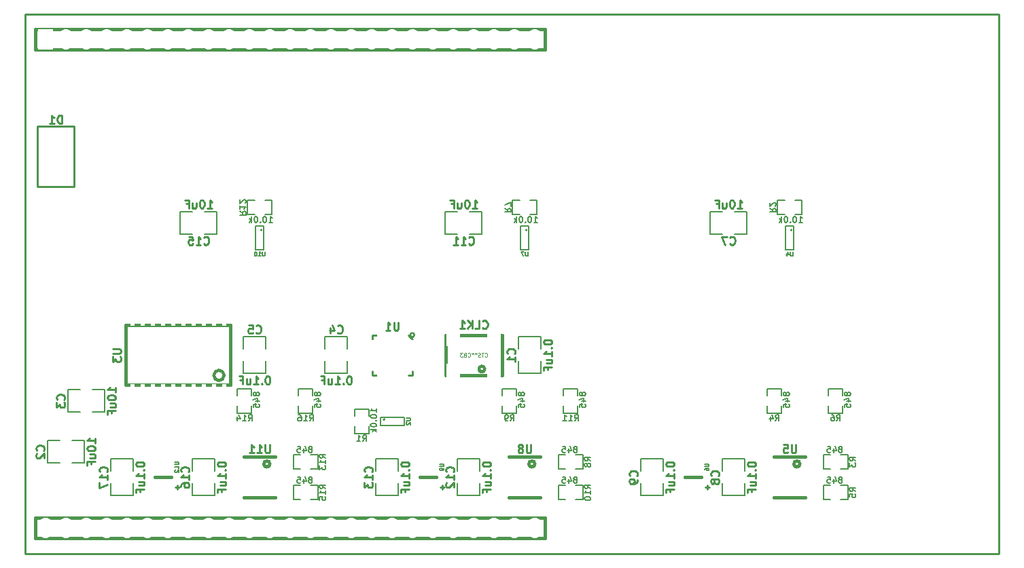
<source format=gbo>
%TF.GenerationSoftware,KiCad,Pcbnew,5.1.0-unknown-2447933~82~ubuntu18.04.1*%
%TF.CreationDate,2019-04-02T11:04:36-04:00*%
%TF.ProjectId,stepper_controller_5x3,73746570-7065-4725-9f63-6f6e74726f6c,1.2*%
%TF.SameCoordinates,Original*%
%TF.FileFunction,Legend,Bot*%
%TF.FilePolarity,Positive*%
%FSLAX46Y46*%
G04 Gerber Fmt 4.6, Leading zero omitted, Abs format (unit mm)*
G04 Created by KiCad (PCBNEW 5.1.0-unknown-2447933~82~ubuntu18.04.1) date 2019-04-02 11:04:36*
%MOMM*%
%LPD*%
G04 APERTURE LIST*
%ADD10C,0.228600*%
%ADD11C,0.250000*%
%ADD12C,0.381000*%
%ADD13C,0.127000*%
%ADD14C,0.150000*%
%ADD15C,0.254000*%
%ADD16C,0.125000*%
%ADD17C,0.190500*%
%ADD18C,0.100000*%
%ADD19C,3.400001*%
%ADD20C,0.300000*%
%ADD21O,2.032000X3.048000*%
%ADD22O,1.854200X2.540000*%
%ADD23C,3.556000*%
%ADD24R,1.854200X2.540000*%
%ADD25R,2.540000X1.270000*%
%ADD26R,1.270000X2.540000*%
%ADD27R,1.800000X2.000000*%
%ADD28R,1.600000X1.440000*%
%ADD29R,3.800000X4.960000*%
%ADD30O,5.080000X3.556000*%
%ADD31O,4.064000X5.080000*%
%ADD32O,4.572000X3.556000*%
%ADD33C,1.930400*%
%ADD34O,1.524000X2.540000*%
%ADD35R,1.600200X0.787400*%
%ADD36R,0.787400X1.600200*%
%ADD37R,1.100000X0.600000*%
%ADD38R,1.910000X0.640000*%
%ADD39R,0.558800X1.330960*%
%ADD40C,2.540000*%
%ADD41C,2.340000*%
%ADD42R,0.600000X1.100000*%
%ADD43R,0.600000X2.000000*%
G04 APERTURE END LIST*
D10*
X191135000Y-71755000D02*
X69850000Y-71755000D01*
X191135000Y-139065000D02*
X191135000Y-71755000D01*
X69850000Y-139065000D02*
X191135000Y-139065000D01*
X69850000Y-71755000D02*
X69850000Y-139065000D01*
D11*
%TO.C,U1*%
X118320000Y-111800000D02*
G75*
G03X118320000Y-111800000I-250000J0D01*
G01*
X113070000Y-111800000D02*
X113070000Y-112300000D01*
X113570000Y-111800000D02*
X113070000Y-111800000D01*
X113070000Y-116800000D02*
X113570000Y-116800000D01*
X113070000Y-116300000D02*
X113070000Y-116800000D01*
X118070000Y-116800000D02*
X117570000Y-116800000D01*
X118070000Y-116300000D02*
X118070000Y-116800000D01*
X117570000Y-111800000D02*
X118070000Y-112300000D01*
D12*
%TO.C,MDB1*%
X71120000Y-76200000D02*
X134620000Y-76200000D01*
X71120000Y-73660000D02*
X134620000Y-73660000D01*
X71120000Y-137160000D02*
X134620000Y-137160000D01*
X71120000Y-134620000D02*
X134620000Y-134620000D01*
X134620000Y-76200000D02*
X134620000Y-73660000D01*
X71120000Y-73660000D02*
X71120000Y-76200000D01*
X134620000Y-137160000D02*
X134620000Y-134620000D01*
X71120000Y-134620000D02*
X71120000Y-137160000D01*
D13*
%TO.C,C1*%
X131318000Y-116586000D02*
X131318000Y-115062000D01*
X134112000Y-116586000D02*
X131318000Y-116586000D01*
X134112000Y-115062000D02*
X134112000Y-116586000D01*
X134112000Y-112014000D02*
X134112000Y-113538000D01*
X131318000Y-112014000D02*
X134112000Y-112014000D01*
X131318000Y-113538000D02*
X131318000Y-112014000D01*
%TO.C,C2*%
X77216000Y-127762000D02*
X75692000Y-127762000D01*
X77216000Y-124968000D02*
X77216000Y-127762000D01*
X75692000Y-124968000D02*
X77216000Y-124968000D01*
X72644000Y-124968000D02*
X74168000Y-124968000D01*
X72644000Y-127762000D02*
X72644000Y-124968000D01*
X74168000Y-127762000D02*
X72644000Y-127762000D01*
%TO.C,C4*%
X109982000Y-112014000D02*
X109982000Y-113538000D01*
X107188000Y-112014000D02*
X109982000Y-112014000D01*
X107188000Y-113538000D02*
X107188000Y-112014000D01*
X107188000Y-116586000D02*
X107188000Y-115062000D01*
X109982000Y-116586000D02*
X107188000Y-116586000D01*
X109982000Y-115062000D02*
X109982000Y-116586000D01*
%TO.C,C5*%
X97028000Y-116586000D02*
X97028000Y-115062000D01*
X99822000Y-116586000D02*
X97028000Y-116586000D01*
X99822000Y-115062000D02*
X99822000Y-116586000D01*
X99822000Y-112014000D02*
X99822000Y-113538000D01*
X97028000Y-112014000D02*
X99822000Y-112014000D01*
X97028000Y-113538000D02*
X97028000Y-112014000D01*
%TO.C,C7*%
X159766000Y-99187000D02*
X158242000Y-99187000D01*
X159766000Y-96393000D02*
X159766000Y-99187000D01*
X158242000Y-96393000D02*
X159766000Y-96393000D01*
X155194000Y-96393000D02*
X156718000Y-96393000D01*
X155194000Y-99187000D02*
X155194000Y-96393000D01*
X156718000Y-99187000D02*
X155194000Y-99187000D01*
D12*
%TO.C,CLK1*%
X127083553Y-116050000D02*
G75*
G03X127083553Y-116050000I-353553J0D01*
G01*
X129230000Y-111800000D02*
X129230000Y-116800000D01*
X129230000Y-116800000D02*
X122230000Y-116800000D01*
X122230000Y-116800000D02*
X122230000Y-111800000D01*
X122230000Y-111800000D02*
X129230000Y-111800000D01*
D10*
%TO.C,D1*%
X71360000Y-85785000D02*
X71360000Y-93285000D01*
X75960000Y-85785000D02*
X71360000Y-85785000D01*
X75960000Y-93285000D02*
X75960000Y-85785000D01*
X71360000Y-93285000D02*
X75960000Y-93285000D01*
D13*
%TO.C,C3*%
X75184000Y-118618000D02*
X76708000Y-118618000D01*
X75184000Y-121412000D02*
X75184000Y-118618000D01*
X76708000Y-121412000D02*
X75184000Y-121412000D01*
X79756000Y-121412000D02*
X78232000Y-121412000D01*
X79756000Y-118618000D02*
X79756000Y-121412000D01*
X78232000Y-118618000D02*
X79756000Y-118618000D01*
%TO.C,C12*%
X123698000Y-131826000D02*
X123698000Y-130302000D01*
X126492000Y-131826000D02*
X123698000Y-131826000D01*
X126492000Y-130302000D02*
X126492000Y-131826000D01*
X126492000Y-127254000D02*
X126492000Y-128778000D01*
X123698000Y-127254000D02*
X126492000Y-127254000D01*
X123698000Y-128778000D02*
X123698000Y-127254000D01*
%TO.C,C8*%
X156718000Y-131826000D02*
X156718000Y-130302000D01*
X159512000Y-131826000D02*
X156718000Y-131826000D01*
X159512000Y-130302000D02*
X159512000Y-131826000D01*
X159512000Y-127254000D02*
X159512000Y-128778000D01*
X156718000Y-127254000D02*
X159512000Y-127254000D01*
X156718000Y-128778000D02*
X156718000Y-127254000D01*
%TO.C,C9*%
X146558000Y-131826000D02*
X146558000Y-130302000D01*
X149352000Y-131826000D02*
X146558000Y-131826000D01*
X149352000Y-130302000D02*
X149352000Y-131826000D01*
X149352000Y-127254000D02*
X149352000Y-128778000D01*
X146558000Y-127254000D02*
X149352000Y-127254000D01*
X146558000Y-128778000D02*
X146558000Y-127254000D01*
%TO.C,C11*%
X126746000Y-99187000D02*
X125222000Y-99187000D01*
X126746000Y-96393000D02*
X126746000Y-99187000D01*
X125222000Y-96393000D02*
X126746000Y-96393000D01*
X122174000Y-96393000D02*
X123698000Y-96393000D01*
X122174000Y-99187000D02*
X122174000Y-96393000D01*
X123698000Y-99187000D02*
X122174000Y-99187000D01*
%TO.C,C13*%
X113538000Y-131826000D02*
X113538000Y-130302000D01*
X116332000Y-131826000D02*
X113538000Y-131826000D01*
X116332000Y-130302000D02*
X116332000Y-131826000D01*
X116332000Y-127254000D02*
X116332000Y-128778000D01*
X113538000Y-127254000D02*
X116332000Y-127254000D01*
X113538000Y-128778000D02*
X113538000Y-127254000D01*
%TO.C,C15*%
X93726000Y-99187000D02*
X92202000Y-99187000D01*
X93726000Y-96393000D02*
X93726000Y-99187000D01*
X92202000Y-96393000D02*
X93726000Y-96393000D01*
X89154000Y-96393000D02*
X90678000Y-96393000D01*
X89154000Y-99187000D02*
X89154000Y-96393000D01*
X90678000Y-99187000D02*
X89154000Y-99187000D01*
%TO.C,C16*%
X90678000Y-131826000D02*
X90678000Y-130302000D01*
X93472000Y-131826000D02*
X90678000Y-131826000D01*
X93472000Y-130302000D02*
X93472000Y-131826000D01*
X93472000Y-127254000D02*
X93472000Y-128778000D01*
X90678000Y-127254000D02*
X93472000Y-127254000D01*
X90678000Y-128778000D02*
X90678000Y-127254000D01*
%TO.C,C17*%
X80518000Y-131826000D02*
X80518000Y-130302000D01*
X83312000Y-131826000D02*
X80518000Y-131826000D01*
X83312000Y-130302000D02*
X83312000Y-131826000D01*
X83312000Y-127254000D02*
X83312000Y-128778000D01*
X80518000Y-127254000D02*
X83312000Y-127254000D01*
X80518000Y-128778000D02*
X80518000Y-127254000D01*
%TO.C,R1*%
X110871000Y-121031000D02*
X110871000Y-121920000D01*
X112649000Y-121031000D02*
X110871000Y-121031000D01*
X112649000Y-121920000D02*
X112649000Y-121031000D01*
X110871000Y-124079000D02*
X110871000Y-123190000D01*
X112649000Y-124079000D02*
X110871000Y-124079000D01*
X112649000Y-123190000D02*
X112649000Y-124079000D01*
%TO.C,R2*%
X166624000Y-94996000D02*
X165735000Y-94996000D01*
X166624000Y-96774000D02*
X166624000Y-94996000D01*
X165735000Y-96774000D02*
X166624000Y-96774000D01*
X163576000Y-94996000D02*
X164465000Y-94996000D01*
X163576000Y-96774000D02*
X163576000Y-94996000D01*
X164465000Y-96774000D02*
X163576000Y-96774000D01*
%TO.C,R3*%
X169291000Y-128524000D02*
X170180000Y-128524000D01*
X169291000Y-126746000D02*
X169291000Y-128524000D01*
X170180000Y-126746000D02*
X169291000Y-126746000D01*
X172339000Y-128524000D02*
X171450000Y-128524000D01*
X172339000Y-126746000D02*
X172339000Y-128524000D01*
X171450000Y-126746000D02*
X172339000Y-126746000D01*
%TO.C,R4*%
X162306000Y-118491000D02*
X162306000Y-119380000D01*
X164084000Y-118491000D02*
X162306000Y-118491000D01*
X164084000Y-119380000D02*
X164084000Y-118491000D01*
X162306000Y-121539000D02*
X162306000Y-120650000D01*
X164084000Y-121539000D02*
X162306000Y-121539000D01*
X164084000Y-120650000D02*
X164084000Y-121539000D01*
%TO.C,R5*%
X169291000Y-132334000D02*
X170180000Y-132334000D01*
X169291000Y-130556000D02*
X169291000Y-132334000D01*
X170180000Y-130556000D02*
X169291000Y-130556000D01*
X172339000Y-132334000D02*
X171450000Y-132334000D01*
X172339000Y-130556000D02*
X172339000Y-132334000D01*
X171450000Y-130556000D02*
X172339000Y-130556000D01*
%TO.C,R6*%
X169926000Y-118491000D02*
X169926000Y-119380000D01*
X171704000Y-118491000D02*
X169926000Y-118491000D01*
X171704000Y-119380000D02*
X171704000Y-118491000D01*
X169926000Y-121539000D02*
X169926000Y-120650000D01*
X171704000Y-121539000D02*
X169926000Y-121539000D01*
X171704000Y-120650000D02*
X171704000Y-121539000D01*
%TO.C,R7*%
X133604000Y-94996000D02*
X132715000Y-94996000D01*
X133604000Y-96774000D02*
X133604000Y-94996000D01*
X132715000Y-96774000D02*
X133604000Y-96774000D01*
X130556000Y-94996000D02*
X131445000Y-94996000D01*
X130556000Y-96774000D02*
X130556000Y-94996000D01*
X131445000Y-96774000D02*
X130556000Y-96774000D01*
%TO.C,R8*%
X136271000Y-128524000D02*
X137160000Y-128524000D01*
X136271000Y-126746000D02*
X136271000Y-128524000D01*
X137160000Y-126746000D02*
X136271000Y-126746000D01*
X139319000Y-128524000D02*
X138430000Y-128524000D01*
X139319000Y-126746000D02*
X139319000Y-128524000D01*
X138430000Y-126746000D02*
X139319000Y-126746000D01*
%TO.C,R9*%
X129286000Y-118491000D02*
X129286000Y-119380000D01*
X131064000Y-118491000D02*
X129286000Y-118491000D01*
X131064000Y-119380000D02*
X131064000Y-118491000D01*
X129286000Y-121539000D02*
X129286000Y-120650000D01*
X131064000Y-121539000D02*
X129286000Y-121539000D01*
X131064000Y-120650000D02*
X131064000Y-121539000D01*
%TO.C,R10*%
X136271000Y-132334000D02*
X137160000Y-132334000D01*
X136271000Y-130556000D02*
X136271000Y-132334000D01*
X137160000Y-130556000D02*
X136271000Y-130556000D01*
X139319000Y-132334000D02*
X138430000Y-132334000D01*
X139319000Y-130556000D02*
X139319000Y-132334000D01*
X138430000Y-130556000D02*
X139319000Y-130556000D01*
%TO.C,R11*%
X136906000Y-118491000D02*
X136906000Y-119380000D01*
X138684000Y-118491000D02*
X136906000Y-118491000D01*
X138684000Y-119380000D02*
X138684000Y-118491000D01*
X136906000Y-121539000D02*
X136906000Y-120650000D01*
X138684000Y-121539000D02*
X136906000Y-121539000D01*
X138684000Y-120650000D02*
X138684000Y-121539000D01*
%TO.C,R12*%
X100584000Y-94996000D02*
X99695000Y-94996000D01*
X100584000Y-96774000D02*
X100584000Y-94996000D01*
X99695000Y-96774000D02*
X100584000Y-96774000D01*
X97536000Y-94996000D02*
X98425000Y-94996000D01*
X97536000Y-96774000D02*
X97536000Y-94996000D01*
X98425000Y-96774000D02*
X97536000Y-96774000D01*
%TO.C,R13*%
X103251000Y-128524000D02*
X104140000Y-128524000D01*
X103251000Y-126746000D02*
X103251000Y-128524000D01*
X104140000Y-126746000D02*
X103251000Y-126746000D01*
X106299000Y-128524000D02*
X105410000Y-128524000D01*
X106299000Y-126746000D02*
X106299000Y-128524000D01*
X105410000Y-126746000D02*
X106299000Y-126746000D01*
%TO.C,R14*%
X96266000Y-118491000D02*
X96266000Y-119380000D01*
X98044000Y-118491000D02*
X96266000Y-118491000D01*
X98044000Y-119380000D02*
X98044000Y-118491000D01*
X96266000Y-121539000D02*
X96266000Y-120650000D01*
X98044000Y-121539000D02*
X96266000Y-121539000D01*
X98044000Y-120650000D02*
X98044000Y-121539000D01*
%TO.C,R15*%
X103251000Y-132334000D02*
X104140000Y-132334000D01*
X103251000Y-130556000D02*
X103251000Y-132334000D01*
X104140000Y-130556000D02*
X103251000Y-130556000D01*
X106299000Y-132334000D02*
X105410000Y-132334000D01*
X106299000Y-130556000D02*
X106299000Y-132334000D01*
X105410000Y-130556000D02*
X106299000Y-130556000D01*
%TO.C,R16*%
X103886000Y-118491000D02*
X103886000Y-119380000D01*
X105664000Y-118491000D02*
X103886000Y-118491000D01*
X105664000Y-119380000D02*
X105664000Y-118491000D01*
X103886000Y-121539000D02*
X103886000Y-120650000D01*
X105664000Y-121539000D02*
X103886000Y-121539000D01*
X105664000Y-120650000D02*
X105664000Y-121539000D01*
D14*
%TO.C,U4*%
X165400000Y-98695000D02*
G75*
G03X165400000Y-98695000I-100000J0D01*
G01*
X164600000Y-98195000D02*
X165600000Y-98195000D01*
X164600000Y-101195000D02*
X164600000Y-98195000D01*
X165600000Y-101195000D02*
X164600000Y-101195000D01*
X165600000Y-98195000D02*
X165600000Y-101195000D01*
D12*
%TO.C,U5*%
X163131500Y-132080000D02*
X167068500Y-132080000D01*
X163131500Y-127000000D02*
X167068500Y-127000000D01*
X166370000Y-127889000D02*
G75*
G03X166370000Y-127889000I-381000J0D01*
G01*
D10*
%TO.C,U6*%
X155067000Y-130810000D02*
X154559000Y-130810000D01*
X154813000Y-131064000D02*
X154813000Y-130556000D01*
D12*
X154051000Y-129540000D02*
X152019000Y-129540000D01*
D14*
%TO.C,U7*%
X132380000Y-98695000D02*
G75*
G03X132380000Y-98695000I-100000J0D01*
G01*
X131580000Y-98195000D02*
X132580000Y-98195000D01*
X131580000Y-101195000D02*
X131580000Y-98195000D01*
X132580000Y-101195000D02*
X131580000Y-101195000D01*
X132580000Y-98195000D02*
X132580000Y-101195000D01*
D12*
%TO.C,U8*%
X130111500Y-132080000D02*
X134048500Y-132080000D01*
X130111500Y-127000000D02*
X134048500Y-127000000D01*
X133350000Y-127889000D02*
G75*
G03X133350000Y-127889000I-381000J0D01*
G01*
D10*
%TO.C,U9*%
X122047000Y-130810000D02*
X121539000Y-130810000D01*
X121793000Y-131064000D02*
X121793000Y-130556000D01*
D12*
X121031000Y-129540000D02*
X118999000Y-129540000D01*
D14*
%TO.C,U10*%
X99360000Y-98695000D02*
G75*
G03X99360000Y-98695000I-100000J0D01*
G01*
X98560000Y-98195000D02*
X99560000Y-98195000D01*
X98560000Y-101195000D02*
X98560000Y-98195000D01*
X99560000Y-101195000D02*
X98560000Y-101195000D01*
X99560000Y-98195000D02*
X99560000Y-101195000D01*
D12*
%TO.C,U11*%
X97091500Y-132080000D02*
X101028500Y-132080000D01*
X97091500Y-127000000D02*
X101028500Y-127000000D01*
X100330000Y-127889000D02*
G75*
G03X100330000Y-127889000I-381000J0D01*
G01*
D10*
%TO.C,U12*%
X89027000Y-130810000D02*
X88519000Y-130810000D01*
X88773000Y-131064000D02*
X88773000Y-130556000D01*
D12*
X88011000Y-129540000D02*
X85979000Y-129540000D01*
D14*
%TO.C,U2*%
X114670000Y-122355000D02*
G75*
G03X114670000Y-122355000I-100000J0D01*
G01*
X114070000Y-123055000D02*
X114070000Y-122055000D01*
X117070000Y-123055000D02*
X114070000Y-123055000D01*
X117070000Y-122055000D02*
X117070000Y-123055000D01*
X114070000Y-122055000D02*
X117070000Y-122055000D01*
D12*
%TO.C,U3*%
X95400000Y-110550000D02*
X95400000Y-118050000D01*
X82400000Y-110550000D02*
X95400000Y-110550000D01*
X82400000Y-118050000D02*
X82400000Y-110550000D01*
X95400000Y-118050000D02*
X82400000Y-118050000D01*
X94615000Y-116840000D02*
G75*
G03X94615000Y-116840000I-635000J0D01*
G01*
%TD*%
%TO.C,U1*%
D15*
X116344095Y-110187619D02*
X116344095Y-111010095D01*
X116295714Y-111106857D01*
X116247333Y-111155238D01*
X116150571Y-111203619D01*
X115957047Y-111203619D01*
X115860285Y-111155238D01*
X115811904Y-111106857D01*
X115763523Y-111010095D01*
X115763523Y-110187619D01*
X114747523Y-111203619D02*
X115328095Y-111203619D01*
X115037809Y-111203619D02*
X115037809Y-110187619D01*
X115134571Y-110332761D01*
X115231333Y-110429523D01*
X115328095Y-110477904D01*
%TO.C,C1*%
X130791857Y-114130666D02*
X130840238Y-114082285D01*
X130888619Y-113937142D01*
X130888619Y-113840380D01*
X130840238Y-113695238D01*
X130743476Y-113598476D01*
X130646714Y-113550095D01*
X130453190Y-113501714D01*
X130308047Y-113501714D01*
X130114523Y-113550095D01*
X130017761Y-113598476D01*
X129921000Y-113695238D01*
X129872619Y-113840380D01*
X129872619Y-113937142D01*
X129921000Y-114082285D01*
X129969380Y-114130666D01*
X130888619Y-115098285D02*
X130888619Y-114517714D01*
X130888619Y-114808000D02*
X129872619Y-114808000D01*
X130017761Y-114711238D01*
X130114523Y-114614476D01*
X130162904Y-114517714D01*
X134444619Y-112630857D02*
X134444619Y-112727619D01*
X134493000Y-112824380D01*
X134541380Y-112872761D01*
X134638142Y-112921142D01*
X134831666Y-112969523D01*
X135073571Y-112969523D01*
X135267095Y-112921142D01*
X135363857Y-112872761D01*
X135412238Y-112824380D01*
X135460619Y-112727619D01*
X135460619Y-112630857D01*
X135412238Y-112534095D01*
X135363857Y-112485714D01*
X135267095Y-112437333D01*
X135073571Y-112388952D01*
X134831666Y-112388952D01*
X134638142Y-112437333D01*
X134541380Y-112485714D01*
X134493000Y-112534095D01*
X134444619Y-112630857D01*
X135363857Y-113404952D02*
X135412238Y-113453333D01*
X135460619Y-113404952D01*
X135412238Y-113356571D01*
X135363857Y-113404952D01*
X135460619Y-113404952D01*
X135460619Y-114420952D02*
X135460619Y-113840380D01*
X135460619Y-114130666D02*
X134444619Y-114130666D01*
X134589761Y-114033904D01*
X134686523Y-113937142D01*
X134734904Y-113840380D01*
X134783285Y-115291809D02*
X135460619Y-115291809D01*
X134783285Y-114856380D02*
X135315476Y-114856380D01*
X135412238Y-114904761D01*
X135460619Y-115001523D01*
X135460619Y-115146666D01*
X135412238Y-115243428D01*
X135363857Y-115291809D01*
X134928428Y-116114285D02*
X134928428Y-115775619D01*
X135460619Y-115775619D02*
X134444619Y-115775619D01*
X134444619Y-116259428D01*
%TO.C,C2*%
X72117857Y-126195666D02*
X72166238Y-126147285D01*
X72214619Y-126002142D01*
X72214619Y-125905380D01*
X72166238Y-125760238D01*
X72069476Y-125663476D01*
X71972714Y-125615095D01*
X71779190Y-125566714D01*
X71634047Y-125566714D01*
X71440523Y-125615095D01*
X71343761Y-125663476D01*
X71247000Y-125760238D01*
X71198619Y-125905380D01*
X71198619Y-126002142D01*
X71247000Y-126147285D01*
X71295380Y-126195666D01*
X71295380Y-126582714D02*
X71247000Y-126631095D01*
X71198619Y-126727857D01*
X71198619Y-126969761D01*
X71247000Y-127066523D01*
X71295380Y-127114904D01*
X71392142Y-127163285D01*
X71488904Y-127163285D01*
X71634047Y-127114904D01*
X72214619Y-126534333D01*
X72214619Y-127163285D01*
X78564619Y-125276428D02*
X78564619Y-124695857D01*
X78564619Y-124986142D02*
X77548619Y-124986142D01*
X77693761Y-124889380D01*
X77790523Y-124792619D01*
X77838904Y-124695857D01*
X77548619Y-125905380D02*
X77548619Y-126002142D01*
X77597000Y-126098904D01*
X77645380Y-126147285D01*
X77742142Y-126195666D01*
X77935666Y-126244047D01*
X78177571Y-126244047D01*
X78371095Y-126195666D01*
X78467857Y-126147285D01*
X78516238Y-126098904D01*
X78564619Y-126002142D01*
X78564619Y-125905380D01*
X78516238Y-125808619D01*
X78467857Y-125760238D01*
X78371095Y-125711857D01*
X78177571Y-125663476D01*
X77935666Y-125663476D01*
X77742142Y-125711857D01*
X77645380Y-125760238D01*
X77597000Y-125808619D01*
X77548619Y-125905380D01*
X77887285Y-127114904D02*
X78564619Y-127114904D01*
X77887285Y-126679476D02*
X78419476Y-126679476D01*
X78516238Y-126727857D01*
X78564619Y-126824619D01*
X78564619Y-126969761D01*
X78516238Y-127066523D01*
X78467857Y-127114904D01*
X78032428Y-127937380D02*
X78032428Y-127598714D01*
X78564619Y-127598714D02*
X77548619Y-127598714D01*
X77548619Y-128082523D01*
%TO.C,C4*%
X108754333Y-111487857D02*
X108802714Y-111536238D01*
X108947857Y-111584619D01*
X109044619Y-111584619D01*
X109189761Y-111536238D01*
X109286523Y-111439476D01*
X109334904Y-111342714D01*
X109383285Y-111149190D01*
X109383285Y-111004047D01*
X109334904Y-110810523D01*
X109286523Y-110713761D01*
X109189761Y-110617000D01*
X109044619Y-110568619D01*
X108947857Y-110568619D01*
X108802714Y-110617000D01*
X108754333Y-110665380D01*
X107883476Y-110907285D02*
X107883476Y-111584619D01*
X108125380Y-110520238D02*
X108367285Y-111245952D01*
X107738333Y-111245952D01*
X110254142Y-116918619D02*
X110157380Y-116918619D01*
X110060619Y-116967000D01*
X110012238Y-117015380D01*
X109963857Y-117112142D01*
X109915476Y-117305666D01*
X109915476Y-117547571D01*
X109963857Y-117741095D01*
X110012238Y-117837857D01*
X110060619Y-117886238D01*
X110157380Y-117934619D01*
X110254142Y-117934619D01*
X110350904Y-117886238D01*
X110399285Y-117837857D01*
X110447666Y-117741095D01*
X110496047Y-117547571D01*
X110496047Y-117305666D01*
X110447666Y-117112142D01*
X110399285Y-117015380D01*
X110350904Y-116967000D01*
X110254142Y-116918619D01*
X109480047Y-117837857D02*
X109431666Y-117886238D01*
X109480047Y-117934619D01*
X109528428Y-117886238D01*
X109480047Y-117837857D01*
X109480047Y-117934619D01*
X108464047Y-117934619D02*
X109044619Y-117934619D01*
X108754333Y-117934619D02*
X108754333Y-116918619D01*
X108851095Y-117063761D01*
X108947857Y-117160523D01*
X109044619Y-117208904D01*
X107593190Y-117257285D02*
X107593190Y-117934619D01*
X108028619Y-117257285D02*
X108028619Y-117789476D01*
X107980238Y-117886238D01*
X107883476Y-117934619D01*
X107738333Y-117934619D01*
X107641571Y-117886238D01*
X107593190Y-117837857D01*
X106770714Y-117402428D02*
X107109380Y-117402428D01*
X107109380Y-117934619D02*
X107109380Y-116918619D01*
X106625571Y-116918619D01*
%TO.C,C5*%
X98594333Y-111487857D02*
X98642714Y-111536238D01*
X98787857Y-111584619D01*
X98884619Y-111584619D01*
X99029761Y-111536238D01*
X99126523Y-111439476D01*
X99174904Y-111342714D01*
X99223285Y-111149190D01*
X99223285Y-111004047D01*
X99174904Y-110810523D01*
X99126523Y-110713761D01*
X99029761Y-110617000D01*
X98884619Y-110568619D01*
X98787857Y-110568619D01*
X98642714Y-110617000D01*
X98594333Y-110665380D01*
X97675095Y-110568619D02*
X98158904Y-110568619D01*
X98207285Y-111052428D01*
X98158904Y-111004047D01*
X98062142Y-110955666D01*
X97820238Y-110955666D01*
X97723476Y-111004047D01*
X97675095Y-111052428D01*
X97626714Y-111149190D01*
X97626714Y-111391095D01*
X97675095Y-111487857D01*
X97723476Y-111536238D01*
X97820238Y-111584619D01*
X98062142Y-111584619D01*
X98158904Y-111536238D01*
X98207285Y-111487857D01*
X100094142Y-116918619D02*
X99997380Y-116918619D01*
X99900619Y-116967000D01*
X99852238Y-117015380D01*
X99803857Y-117112142D01*
X99755476Y-117305666D01*
X99755476Y-117547571D01*
X99803857Y-117741095D01*
X99852238Y-117837857D01*
X99900619Y-117886238D01*
X99997380Y-117934619D01*
X100094142Y-117934619D01*
X100190904Y-117886238D01*
X100239285Y-117837857D01*
X100287666Y-117741095D01*
X100336047Y-117547571D01*
X100336047Y-117305666D01*
X100287666Y-117112142D01*
X100239285Y-117015380D01*
X100190904Y-116967000D01*
X100094142Y-116918619D01*
X99320047Y-117837857D02*
X99271666Y-117886238D01*
X99320047Y-117934619D01*
X99368428Y-117886238D01*
X99320047Y-117837857D01*
X99320047Y-117934619D01*
X98304047Y-117934619D02*
X98884619Y-117934619D01*
X98594333Y-117934619D02*
X98594333Y-116918619D01*
X98691095Y-117063761D01*
X98787857Y-117160523D01*
X98884619Y-117208904D01*
X97433190Y-117257285D02*
X97433190Y-117934619D01*
X97868619Y-117257285D02*
X97868619Y-117789476D01*
X97820238Y-117886238D01*
X97723476Y-117934619D01*
X97578333Y-117934619D01*
X97481571Y-117886238D01*
X97433190Y-117837857D01*
X96610714Y-117402428D02*
X96949380Y-117402428D01*
X96949380Y-117934619D02*
X96949380Y-116918619D01*
X96465571Y-116918619D01*
%TO.C,C7*%
X157649333Y-100438857D02*
X157697714Y-100487238D01*
X157842857Y-100535619D01*
X157939619Y-100535619D01*
X158084761Y-100487238D01*
X158181523Y-100390476D01*
X158229904Y-100293714D01*
X158278285Y-100100190D01*
X158278285Y-99955047D01*
X158229904Y-99761523D01*
X158181523Y-99664761D01*
X158084761Y-99568000D01*
X157939619Y-99519619D01*
X157842857Y-99519619D01*
X157697714Y-99568000D01*
X157649333Y-99616380D01*
X157310666Y-99519619D02*
X156633333Y-99519619D01*
X157068761Y-100535619D01*
X158568571Y-95963619D02*
X159149142Y-95963619D01*
X158858857Y-95963619D02*
X158858857Y-94947619D01*
X158955619Y-95092761D01*
X159052380Y-95189523D01*
X159149142Y-95237904D01*
X157939619Y-94947619D02*
X157842857Y-94947619D01*
X157746095Y-94996000D01*
X157697714Y-95044380D01*
X157649333Y-95141142D01*
X157600952Y-95334666D01*
X157600952Y-95576571D01*
X157649333Y-95770095D01*
X157697714Y-95866857D01*
X157746095Y-95915238D01*
X157842857Y-95963619D01*
X157939619Y-95963619D01*
X158036380Y-95915238D01*
X158084761Y-95866857D01*
X158133142Y-95770095D01*
X158181523Y-95576571D01*
X158181523Y-95334666D01*
X158133142Y-95141142D01*
X158084761Y-95044380D01*
X158036380Y-94996000D01*
X157939619Y-94947619D01*
X156730095Y-95286285D02*
X156730095Y-95963619D01*
X157165523Y-95286285D02*
X157165523Y-95818476D01*
X157117142Y-95915238D01*
X157020380Y-95963619D01*
X156875238Y-95963619D01*
X156778476Y-95915238D01*
X156730095Y-95866857D01*
X155907619Y-95431428D02*
X156246285Y-95431428D01*
X156246285Y-95963619D02*
X156246285Y-94947619D01*
X155762476Y-94947619D01*
%TO.C,CLK1*%
X126818571Y-110912857D02*
X126866952Y-110961238D01*
X127012095Y-111009619D01*
X127108857Y-111009619D01*
X127254000Y-110961238D01*
X127350761Y-110864476D01*
X127399142Y-110767714D01*
X127447523Y-110574190D01*
X127447523Y-110429047D01*
X127399142Y-110235523D01*
X127350761Y-110138761D01*
X127254000Y-110042000D01*
X127108857Y-109993619D01*
X127012095Y-109993619D01*
X126866952Y-110042000D01*
X126818571Y-110090380D01*
X125899333Y-111009619D02*
X126383142Y-111009619D01*
X126383142Y-109993619D01*
X125560666Y-111009619D02*
X125560666Y-109993619D01*
X124980095Y-111009619D02*
X125415523Y-110429047D01*
X124980095Y-109993619D02*
X125560666Y-110574190D01*
X124012476Y-111009619D02*
X124593047Y-111009619D01*
X124302761Y-111009619D02*
X124302761Y-109993619D01*
X124399523Y-110138761D01*
X124496285Y-110235523D01*
X124593047Y-110283904D01*
D16*
X127122857Y-114478571D02*
X127146666Y-114502380D01*
X127218095Y-114526190D01*
X127265714Y-114526190D01*
X127337142Y-114502380D01*
X127384761Y-114454761D01*
X127408571Y-114407142D01*
X127432380Y-114311904D01*
X127432380Y-114240476D01*
X127408571Y-114145238D01*
X127384761Y-114097619D01*
X127337142Y-114050000D01*
X127265714Y-114026190D01*
X127218095Y-114026190D01*
X127146666Y-114050000D01*
X127122857Y-114073809D01*
X126980000Y-114026190D02*
X126694285Y-114026190D01*
X126837142Y-114526190D02*
X126837142Y-114026190D01*
X126551428Y-114502380D02*
X126480000Y-114526190D01*
X126360952Y-114526190D01*
X126313333Y-114502380D01*
X126289523Y-114478571D01*
X126265714Y-114430952D01*
X126265714Y-114383333D01*
X126289523Y-114335714D01*
X126313333Y-114311904D01*
X126360952Y-114288095D01*
X126456190Y-114264285D01*
X126503809Y-114240476D01*
X126527619Y-114216666D01*
X126551428Y-114169047D01*
X126551428Y-114121428D01*
X126527619Y-114073809D01*
X126503809Y-114050000D01*
X126456190Y-114026190D01*
X126337142Y-114026190D01*
X126265714Y-114050000D01*
X125980000Y-114026190D02*
X125980000Y-114145238D01*
X126099047Y-114097619D02*
X125980000Y-114145238D01*
X125860952Y-114097619D01*
X126051428Y-114240476D02*
X125980000Y-114145238D01*
X125908571Y-114240476D01*
X125599047Y-114026190D02*
X125599047Y-114145238D01*
X125718095Y-114097619D02*
X125599047Y-114145238D01*
X125480000Y-114097619D01*
X125670476Y-114240476D02*
X125599047Y-114145238D01*
X125527619Y-114240476D01*
X125003809Y-114478571D02*
X125027619Y-114502380D01*
X125099047Y-114526190D01*
X125146666Y-114526190D01*
X125218095Y-114502380D01*
X125265714Y-114454761D01*
X125289523Y-114407142D01*
X125313333Y-114311904D01*
X125313333Y-114240476D01*
X125289523Y-114145238D01*
X125265714Y-114097619D01*
X125218095Y-114050000D01*
X125146666Y-114026190D01*
X125099047Y-114026190D01*
X125027619Y-114050000D01*
X125003809Y-114073809D01*
X124622857Y-114264285D02*
X124551428Y-114288095D01*
X124527619Y-114311904D01*
X124503809Y-114359523D01*
X124503809Y-114430952D01*
X124527619Y-114478571D01*
X124551428Y-114502380D01*
X124599047Y-114526190D01*
X124789523Y-114526190D01*
X124789523Y-114026190D01*
X124622857Y-114026190D01*
X124575238Y-114050000D01*
X124551428Y-114073809D01*
X124527619Y-114121428D01*
X124527619Y-114169047D01*
X124551428Y-114216666D01*
X124575238Y-114240476D01*
X124622857Y-114264285D01*
X124789523Y-114264285D01*
X124337142Y-114026190D02*
X124027619Y-114026190D01*
X124194285Y-114216666D01*
X124122857Y-114216666D01*
X124075238Y-114240476D01*
X124051428Y-114264285D01*
X124027619Y-114311904D01*
X124027619Y-114430952D01*
X124051428Y-114478571D01*
X124075238Y-114502380D01*
X124122857Y-114526190D01*
X124265714Y-114526190D01*
X124313333Y-114502380D01*
X124337142Y-114478571D01*
%TO.C,D1*%
D15*
X74409904Y-85394619D02*
X74409904Y-84378619D01*
X74168000Y-84378619D01*
X74022857Y-84427000D01*
X73926095Y-84523761D01*
X73877714Y-84620523D01*
X73829333Y-84814047D01*
X73829333Y-84959190D01*
X73877714Y-85152714D01*
X73926095Y-85249476D01*
X74022857Y-85346238D01*
X74168000Y-85394619D01*
X74409904Y-85394619D01*
X72861714Y-85394619D02*
X73442285Y-85394619D01*
X73152000Y-85394619D02*
X73152000Y-84378619D01*
X73248761Y-84523761D01*
X73345523Y-84620523D01*
X73442285Y-84668904D01*
%TO.C,C3*%
X74657857Y-119845666D02*
X74706238Y-119797285D01*
X74754619Y-119652142D01*
X74754619Y-119555380D01*
X74706238Y-119410238D01*
X74609476Y-119313476D01*
X74512714Y-119265095D01*
X74319190Y-119216714D01*
X74174047Y-119216714D01*
X73980523Y-119265095D01*
X73883761Y-119313476D01*
X73787000Y-119410238D01*
X73738619Y-119555380D01*
X73738619Y-119652142D01*
X73787000Y-119797285D01*
X73835380Y-119845666D01*
X73738619Y-120184333D02*
X73738619Y-120813285D01*
X74125666Y-120474619D01*
X74125666Y-120619761D01*
X74174047Y-120716523D01*
X74222428Y-120764904D01*
X74319190Y-120813285D01*
X74561095Y-120813285D01*
X74657857Y-120764904D01*
X74706238Y-120716523D01*
X74754619Y-120619761D01*
X74754619Y-120329476D01*
X74706238Y-120232714D01*
X74657857Y-120184333D01*
X81104619Y-118926428D02*
X81104619Y-118345857D01*
X81104619Y-118636142D02*
X80088619Y-118636142D01*
X80233761Y-118539380D01*
X80330523Y-118442619D01*
X80378904Y-118345857D01*
X80088619Y-119555380D02*
X80088619Y-119652142D01*
X80137000Y-119748904D01*
X80185380Y-119797285D01*
X80282142Y-119845666D01*
X80475666Y-119894047D01*
X80717571Y-119894047D01*
X80911095Y-119845666D01*
X81007857Y-119797285D01*
X81056238Y-119748904D01*
X81104619Y-119652142D01*
X81104619Y-119555380D01*
X81056238Y-119458619D01*
X81007857Y-119410238D01*
X80911095Y-119361857D01*
X80717571Y-119313476D01*
X80475666Y-119313476D01*
X80282142Y-119361857D01*
X80185380Y-119410238D01*
X80137000Y-119458619D01*
X80088619Y-119555380D01*
X80427285Y-120764904D02*
X81104619Y-120764904D01*
X80427285Y-120329476D02*
X80959476Y-120329476D01*
X81056238Y-120377857D01*
X81104619Y-120474619D01*
X81104619Y-120619761D01*
X81056238Y-120716523D01*
X81007857Y-120764904D01*
X80572428Y-121587380D02*
X80572428Y-121248714D01*
X81104619Y-121248714D02*
X80088619Y-121248714D01*
X80088619Y-121732523D01*
%TO.C,C12*%
X123171857Y-128886857D02*
X123220238Y-128838476D01*
X123268619Y-128693333D01*
X123268619Y-128596571D01*
X123220238Y-128451428D01*
X123123476Y-128354666D01*
X123026714Y-128306285D01*
X122833190Y-128257904D01*
X122688047Y-128257904D01*
X122494523Y-128306285D01*
X122397761Y-128354666D01*
X122301000Y-128451428D01*
X122252619Y-128596571D01*
X122252619Y-128693333D01*
X122301000Y-128838476D01*
X122349380Y-128886857D01*
X123268619Y-129854476D02*
X123268619Y-129273904D01*
X123268619Y-129564190D02*
X122252619Y-129564190D01*
X122397761Y-129467428D01*
X122494523Y-129370666D01*
X122542904Y-129273904D01*
X122349380Y-130241523D02*
X122301000Y-130289904D01*
X122252619Y-130386666D01*
X122252619Y-130628571D01*
X122301000Y-130725333D01*
X122349380Y-130773714D01*
X122446142Y-130822095D01*
X122542904Y-130822095D01*
X122688047Y-130773714D01*
X123268619Y-130193142D01*
X123268619Y-130822095D01*
X126824619Y-127870857D02*
X126824619Y-127967619D01*
X126873000Y-128064380D01*
X126921380Y-128112761D01*
X127018142Y-128161142D01*
X127211666Y-128209523D01*
X127453571Y-128209523D01*
X127647095Y-128161142D01*
X127743857Y-128112761D01*
X127792238Y-128064380D01*
X127840619Y-127967619D01*
X127840619Y-127870857D01*
X127792238Y-127774095D01*
X127743857Y-127725714D01*
X127647095Y-127677333D01*
X127453571Y-127628952D01*
X127211666Y-127628952D01*
X127018142Y-127677333D01*
X126921380Y-127725714D01*
X126873000Y-127774095D01*
X126824619Y-127870857D01*
X127743857Y-128644952D02*
X127792238Y-128693333D01*
X127840619Y-128644952D01*
X127792238Y-128596571D01*
X127743857Y-128644952D01*
X127840619Y-128644952D01*
X127840619Y-129660952D02*
X127840619Y-129080380D01*
X127840619Y-129370666D02*
X126824619Y-129370666D01*
X126969761Y-129273904D01*
X127066523Y-129177142D01*
X127114904Y-129080380D01*
X127163285Y-130531809D02*
X127840619Y-130531809D01*
X127163285Y-130096380D02*
X127695476Y-130096380D01*
X127792238Y-130144761D01*
X127840619Y-130241523D01*
X127840619Y-130386666D01*
X127792238Y-130483428D01*
X127743857Y-130531809D01*
X127308428Y-131354285D02*
X127308428Y-131015619D01*
X127840619Y-131015619D02*
X126824619Y-131015619D01*
X126824619Y-131499428D01*
%TO.C,C8*%
X156191857Y-129370666D02*
X156240238Y-129322285D01*
X156288619Y-129177142D01*
X156288619Y-129080380D01*
X156240238Y-128935238D01*
X156143476Y-128838476D01*
X156046714Y-128790095D01*
X155853190Y-128741714D01*
X155708047Y-128741714D01*
X155514523Y-128790095D01*
X155417761Y-128838476D01*
X155321000Y-128935238D01*
X155272619Y-129080380D01*
X155272619Y-129177142D01*
X155321000Y-129322285D01*
X155369380Y-129370666D01*
X155708047Y-129951238D02*
X155659666Y-129854476D01*
X155611285Y-129806095D01*
X155514523Y-129757714D01*
X155466142Y-129757714D01*
X155369380Y-129806095D01*
X155321000Y-129854476D01*
X155272619Y-129951238D01*
X155272619Y-130144761D01*
X155321000Y-130241523D01*
X155369380Y-130289904D01*
X155466142Y-130338285D01*
X155514523Y-130338285D01*
X155611285Y-130289904D01*
X155659666Y-130241523D01*
X155708047Y-130144761D01*
X155708047Y-129951238D01*
X155756428Y-129854476D01*
X155804809Y-129806095D01*
X155901571Y-129757714D01*
X156095095Y-129757714D01*
X156191857Y-129806095D01*
X156240238Y-129854476D01*
X156288619Y-129951238D01*
X156288619Y-130144761D01*
X156240238Y-130241523D01*
X156191857Y-130289904D01*
X156095095Y-130338285D01*
X155901571Y-130338285D01*
X155804809Y-130289904D01*
X155756428Y-130241523D01*
X155708047Y-130144761D01*
X159844619Y-127870857D02*
X159844619Y-127967619D01*
X159893000Y-128064380D01*
X159941380Y-128112761D01*
X160038142Y-128161142D01*
X160231666Y-128209523D01*
X160473571Y-128209523D01*
X160667095Y-128161142D01*
X160763857Y-128112761D01*
X160812238Y-128064380D01*
X160860619Y-127967619D01*
X160860619Y-127870857D01*
X160812238Y-127774095D01*
X160763857Y-127725714D01*
X160667095Y-127677333D01*
X160473571Y-127628952D01*
X160231666Y-127628952D01*
X160038142Y-127677333D01*
X159941380Y-127725714D01*
X159893000Y-127774095D01*
X159844619Y-127870857D01*
X160763857Y-128644952D02*
X160812238Y-128693333D01*
X160860619Y-128644952D01*
X160812238Y-128596571D01*
X160763857Y-128644952D01*
X160860619Y-128644952D01*
X160860619Y-129660952D02*
X160860619Y-129080380D01*
X160860619Y-129370666D02*
X159844619Y-129370666D01*
X159989761Y-129273904D01*
X160086523Y-129177142D01*
X160134904Y-129080380D01*
X160183285Y-130531809D02*
X160860619Y-130531809D01*
X160183285Y-130096380D02*
X160715476Y-130096380D01*
X160812238Y-130144761D01*
X160860619Y-130241523D01*
X160860619Y-130386666D01*
X160812238Y-130483428D01*
X160763857Y-130531809D01*
X160328428Y-131354285D02*
X160328428Y-131015619D01*
X160860619Y-131015619D02*
X159844619Y-131015619D01*
X159844619Y-131499428D01*
%TO.C,C9*%
X146031857Y-129370666D02*
X146080238Y-129322285D01*
X146128619Y-129177142D01*
X146128619Y-129080380D01*
X146080238Y-128935238D01*
X145983476Y-128838476D01*
X145886714Y-128790095D01*
X145693190Y-128741714D01*
X145548047Y-128741714D01*
X145354523Y-128790095D01*
X145257761Y-128838476D01*
X145161000Y-128935238D01*
X145112619Y-129080380D01*
X145112619Y-129177142D01*
X145161000Y-129322285D01*
X145209380Y-129370666D01*
X146128619Y-129854476D02*
X146128619Y-130048000D01*
X146080238Y-130144761D01*
X146031857Y-130193142D01*
X145886714Y-130289904D01*
X145693190Y-130338285D01*
X145306142Y-130338285D01*
X145209380Y-130289904D01*
X145161000Y-130241523D01*
X145112619Y-130144761D01*
X145112619Y-129951238D01*
X145161000Y-129854476D01*
X145209380Y-129806095D01*
X145306142Y-129757714D01*
X145548047Y-129757714D01*
X145644809Y-129806095D01*
X145693190Y-129854476D01*
X145741571Y-129951238D01*
X145741571Y-130144761D01*
X145693190Y-130241523D01*
X145644809Y-130289904D01*
X145548047Y-130338285D01*
X149684619Y-127870857D02*
X149684619Y-127967619D01*
X149733000Y-128064380D01*
X149781380Y-128112761D01*
X149878142Y-128161142D01*
X150071666Y-128209523D01*
X150313571Y-128209523D01*
X150507095Y-128161142D01*
X150603857Y-128112761D01*
X150652238Y-128064380D01*
X150700619Y-127967619D01*
X150700619Y-127870857D01*
X150652238Y-127774095D01*
X150603857Y-127725714D01*
X150507095Y-127677333D01*
X150313571Y-127628952D01*
X150071666Y-127628952D01*
X149878142Y-127677333D01*
X149781380Y-127725714D01*
X149733000Y-127774095D01*
X149684619Y-127870857D01*
X150603857Y-128644952D02*
X150652238Y-128693333D01*
X150700619Y-128644952D01*
X150652238Y-128596571D01*
X150603857Y-128644952D01*
X150700619Y-128644952D01*
X150700619Y-129660952D02*
X150700619Y-129080380D01*
X150700619Y-129370666D02*
X149684619Y-129370666D01*
X149829761Y-129273904D01*
X149926523Y-129177142D01*
X149974904Y-129080380D01*
X150023285Y-130531809D02*
X150700619Y-130531809D01*
X150023285Y-130096380D02*
X150555476Y-130096380D01*
X150652238Y-130144761D01*
X150700619Y-130241523D01*
X150700619Y-130386666D01*
X150652238Y-130483428D01*
X150603857Y-130531809D01*
X150168428Y-131354285D02*
X150168428Y-131015619D01*
X150700619Y-131015619D02*
X149684619Y-131015619D01*
X149684619Y-131499428D01*
%TO.C,C11*%
X125113142Y-100438857D02*
X125161523Y-100487238D01*
X125306666Y-100535619D01*
X125403428Y-100535619D01*
X125548571Y-100487238D01*
X125645333Y-100390476D01*
X125693714Y-100293714D01*
X125742095Y-100100190D01*
X125742095Y-99955047D01*
X125693714Y-99761523D01*
X125645333Y-99664761D01*
X125548571Y-99568000D01*
X125403428Y-99519619D01*
X125306666Y-99519619D01*
X125161523Y-99568000D01*
X125113142Y-99616380D01*
X124145523Y-100535619D02*
X124726095Y-100535619D01*
X124435809Y-100535619D02*
X124435809Y-99519619D01*
X124532571Y-99664761D01*
X124629333Y-99761523D01*
X124726095Y-99809904D01*
X123177904Y-100535619D02*
X123758476Y-100535619D01*
X123468190Y-100535619D02*
X123468190Y-99519619D01*
X123564952Y-99664761D01*
X123661714Y-99761523D01*
X123758476Y-99809904D01*
X125548571Y-95963619D02*
X126129142Y-95963619D01*
X125838857Y-95963619D02*
X125838857Y-94947619D01*
X125935619Y-95092761D01*
X126032380Y-95189523D01*
X126129142Y-95237904D01*
X124919619Y-94947619D02*
X124822857Y-94947619D01*
X124726095Y-94996000D01*
X124677714Y-95044380D01*
X124629333Y-95141142D01*
X124580952Y-95334666D01*
X124580952Y-95576571D01*
X124629333Y-95770095D01*
X124677714Y-95866857D01*
X124726095Y-95915238D01*
X124822857Y-95963619D01*
X124919619Y-95963619D01*
X125016380Y-95915238D01*
X125064761Y-95866857D01*
X125113142Y-95770095D01*
X125161523Y-95576571D01*
X125161523Y-95334666D01*
X125113142Y-95141142D01*
X125064761Y-95044380D01*
X125016380Y-94996000D01*
X124919619Y-94947619D01*
X123710095Y-95286285D02*
X123710095Y-95963619D01*
X124145523Y-95286285D02*
X124145523Y-95818476D01*
X124097142Y-95915238D01*
X124000380Y-95963619D01*
X123855238Y-95963619D01*
X123758476Y-95915238D01*
X123710095Y-95866857D01*
X122887619Y-95431428D02*
X123226285Y-95431428D01*
X123226285Y-95963619D02*
X123226285Y-94947619D01*
X122742476Y-94947619D01*
%TO.C,C13*%
X113011857Y-128886857D02*
X113060238Y-128838476D01*
X113108619Y-128693333D01*
X113108619Y-128596571D01*
X113060238Y-128451428D01*
X112963476Y-128354666D01*
X112866714Y-128306285D01*
X112673190Y-128257904D01*
X112528047Y-128257904D01*
X112334523Y-128306285D01*
X112237761Y-128354666D01*
X112141000Y-128451428D01*
X112092619Y-128596571D01*
X112092619Y-128693333D01*
X112141000Y-128838476D01*
X112189380Y-128886857D01*
X113108619Y-129854476D02*
X113108619Y-129273904D01*
X113108619Y-129564190D02*
X112092619Y-129564190D01*
X112237761Y-129467428D01*
X112334523Y-129370666D01*
X112382904Y-129273904D01*
X112092619Y-130193142D02*
X112092619Y-130822095D01*
X112479666Y-130483428D01*
X112479666Y-130628571D01*
X112528047Y-130725333D01*
X112576428Y-130773714D01*
X112673190Y-130822095D01*
X112915095Y-130822095D01*
X113011857Y-130773714D01*
X113060238Y-130725333D01*
X113108619Y-130628571D01*
X113108619Y-130338285D01*
X113060238Y-130241523D01*
X113011857Y-130193142D01*
X116664619Y-127870857D02*
X116664619Y-127967619D01*
X116713000Y-128064380D01*
X116761380Y-128112761D01*
X116858142Y-128161142D01*
X117051666Y-128209523D01*
X117293571Y-128209523D01*
X117487095Y-128161142D01*
X117583857Y-128112761D01*
X117632238Y-128064380D01*
X117680619Y-127967619D01*
X117680619Y-127870857D01*
X117632238Y-127774095D01*
X117583857Y-127725714D01*
X117487095Y-127677333D01*
X117293571Y-127628952D01*
X117051666Y-127628952D01*
X116858142Y-127677333D01*
X116761380Y-127725714D01*
X116713000Y-127774095D01*
X116664619Y-127870857D01*
X117583857Y-128644952D02*
X117632238Y-128693333D01*
X117680619Y-128644952D01*
X117632238Y-128596571D01*
X117583857Y-128644952D01*
X117680619Y-128644952D01*
X117680619Y-129660952D02*
X117680619Y-129080380D01*
X117680619Y-129370666D02*
X116664619Y-129370666D01*
X116809761Y-129273904D01*
X116906523Y-129177142D01*
X116954904Y-129080380D01*
X117003285Y-130531809D02*
X117680619Y-130531809D01*
X117003285Y-130096380D02*
X117535476Y-130096380D01*
X117632238Y-130144761D01*
X117680619Y-130241523D01*
X117680619Y-130386666D01*
X117632238Y-130483428D01*
X117583857Y-130531809D01*
X117148428Y-131354285D02*
X117148428Y-131015619D01*
X117680619Y-131015619D02*
X116664619Y-131015619D01*
X116664619Y-131499428D01*
%TO.C,C15*%
X92093142Y-100438857D02*
X92141523Y-100487238D01*
X92286666Y-100535619D01*
X92383428Y-100535619D01*
X92528571Y-100487238D01*
X92625333Y-100390476D01*
X92673714Y-100293714D01*
X92722095Y-100100190D01*
X92722095Y-99955047D01*
X92673714Y-99761523D01*
X92625333Y-99664761D01*
X92528571Y-99568000D01*
X92383428Y-99519619D01*
X92286666Y-99519619D01*
X92141523Y-99568000D01*
X92093142Y-99616380D01*
X91125523Y-100535619D02*
X91706095Y-100535619D01*
X91415809Y-100535619D02*
X91415809Y-99519619D01*
X91512571Y-99664761D01*
X91609333Y-99761523D01*
X91706095Y-99809904D01*
X90206285Y-99519619D02*
X90690095Y-99519619D01*
X90738476Y-100003428D01*
X90690095Y-99955047D01*
X90593333Y-99906666D01*
X90351428Y-99906666D01*
X90254666Y-99955047D01*
X90206285Y-100003428D01*
X90157904Y-100100190D01*
X90157904Y-100342095D01*
X90206285Y-100438857D01*
X90254666Y-100487238D01*
X90351428Y-100535619D01*
X90593333Y-100535619D01*
X90690095Y-100487238D01*
X90738476Y-100438857D01*
X92528571Y-95963619D02*
X93109142Y-95963619D01*
X92818857Y-95963619D02*
X92818857Y-94947619D01*
X92915619Y-95092761D01*
X93012380Y-95189523D01*
X93109142Y-95237904D01*
X91899619Y-94947619D02*
X91802857Y-94947619D01*
X91706095Y-94996000D01*
X91657714Y-95044380D01*
X91609333Y-95141142D01*
X91560952Y-95334666D01*
X91560952Y-95576571D01*
X91609333Y-95770095D01*
X91657714Y-95866857D01*
X91706095Y-95915238D01*
X91802857Y-95963619D01*
X91899619Y-95963619D01*
X91996380Y-95915238D01*
X92044761Y-95866857D01*
X92093142Y-95770095D01*
X92141523Y-95576571D01*
X92141523Y-95334666D01*
X92093142Y-95141142D01*
X92044761Y-95044380D01*
X91996380Y-94996000D01*
X91899619Y-94947619D01*
X90690095Y-95286285D02*
X90690095Y-95963619D01*
X91125523Y-95286285D02*
X91125523Y-95818476D01*
X91077142Y-95915238D01*
X90980380Y-95963619D01*
X90835238Y-95963619D01*
X90738476Y-95915238D01*
X90690095Y-95866857D01*
X89867619Y-95431428D02*
X90206285Y-95431428D01*
X90206285Y-95963619D02*
X90206285Y-94947619D01*
X89722476Y-94947619D01*
%TO.C,C16*%
X90151857Y-128886857D02*
X90200238Y-128838476D01*
X90248619Y-128693333D01*
X90248619Y-128596571D01*
X90200238Y-128451428D01*
X90103476Y-128354666D01*
X90006714Y-128306285D01*
X89813190Y-128257904D01*
X89668047Y-128257904D01*
X89474523Y-128306285D01*
X89377761Y-128354666D01*
X89281000Y-128451428D01*
X89232619Y-128596571D01*
X89232619Y-128693333D01*
X89281000Y-128838476D01*
X89329380Y-128886857D01*
X90248619Y-129854476D02*
X90248619Y-129273904D01*
X90248619Y-129564190D02*
X89232619Y-129564190D01*
X89377761Y-129467428D01*
X89474523Y-129370666D01*
X89522904Y-129273904D01*
X89232619Y-130725333D02*
X89232619Y-130531809D01*
X89281000Y-130435047D01*
X89329380Y-130386666D01*
X89474523Y-130289904D01*
X89668047Y-130241523D01*
X90055095Y-130241523D01*
X90151857Y-130289904D01*
X90200238Y-130338285D01*
X90248619Y-130435047D01*
X90248619Y-130628571D01*
X90200238Y-130725333D01*
X90151857Y-130773714D01*
X90055095Y-130822095D01*
X89813190Y-130822095D01*
X89716428Y-130773714D01*
X89668047Y-130725333D01*
X89619666Y-130628571D01*
X89619666Y-130435047D01*
X89668047Y-130338285D01*
X89716428Y-130289904D01*
X89813190Y-130241523D01*
X93804619Y-127870857D02*
X93804619Y-127967619D01*
X93853000Y-128064380D01*
X93901380Y-128112761D01*
X93998142Y-128161142D01*
X94191666Y-128209523D01*
X94433571Y-128209523D01*
X94627095Y-128161142D01*
X94723857Y-128112761D01*
X94772238Y-128064380D01*
X94820619Y-127967619D01*
X94820619Y-127870857D01*
X94772238Y-127774095D01*
X94723857Y-127725714D01*
X94627095Y-127677333D01*
X94433571Y-127628952D01*
X94191666Y-127628952D01*
X93998142Y-127677333D01*
X93901380Y-127725714D01*
X93853000Y-127774095D01*
X93804619Y-127870857D01*
X94723857Y-128644952D02*
X94772238Y-128693333D01*
X94820619Y-128644952D01*
X94772238Y-128596571D01*
X94723857Y-128644952D01*
X94820619Y-128644952D01*
X94820619Y-129660952D02*
X94820619Y-129080380D01*
X94820619Y-129370666D02*
X93804619Y-129370666D01*
X93949761Y-129273904D01*
X94046523Y-129177142D01*
X94094904Y-129080380D01*
X94143285Y-130531809D02*
X94820619Y-130531809D01*
X94143285Y-130096380D02*
X94675476Y-130096380D01*
X94772238Y-130144761D01*
X94820619Y-130241523D01*
X94820619Y-130386666D01*
X94772238Y-130483428D01*
X94723857Y-130531809D01*
X94288428Y-131354285D02*
X94288428Y-131015619D01*
X94820619Y-131015619D02*
X93804619Y-131015619D01*
X93804619Y-131499428D01*
%TO.C,C17*%
X79991857Y-128886857D02*
X80040238Y-128838476D01*
X80088619Y-128693333D01*
X80088619Y-128596571D01*
X80040238Y-128451428D01*
X79943476Y-128354666D01*
X79846714Y-128306285D01*
X79653190Y-128257904D01*
X79508047Y-128257904D01*
X79314523Y-128306285D01*
X79217761Y-128354666D01*
X79121000Y-128451428D01*
X79072619Y-128596571D01*
X79072619Y-128693333D01*
X79121000Y-128838476D01*
X79169380Y-128886857D01*
X80088619Y-129854476D02*
X80088619Y-129273904D01*
X80088619Y-129564190D02*
X79072619Y-129564190D01*
X79217761Y-129467428D01*
X79314523Y-129370666D01*
X79362904Y-129273904D01*
X79072619Y-130193142D02*
X79072619Y-130870476D01*
X80088619Y-130435047D01*
X83644619Y-127870857D02*
X83644619Y-127967619D01*
X83693000Y-128064380D01*
X83741380Y-128112761D01*
X83838142Y-128161142D01*
X84031666Y-128209523D01*
X84273571Y-128209523D01*
X84467095Y-128161142D01*
X84563857Y-128112761D01*
X84612238Y-128064380D01*
X84660619Y-127967619D01*
X84660619Y-127870857D01*
X84612238Y-127774095D01*
X84563857Y-127725714D01*
X84467095Y-127677333D01*
X84273571Y-127628952D01*
X84031666Y-127628952D01*
X83838142Y-127677333D01*
X83741380Y-127725714D01*
X83693000Y-127774095D01*
X83644619Y-127870857D01*
X84563857Y-128644952D02*
X84612238Y-128693333D01*
X84660619Y-128644952D01*
X84612238Y-128596571D01*
X84563857Y-128644952D01*
X84660619Y-128644952D01*
X84660619Y-129660952D02*
X84660619Y-129080380D01*
X84660619Y-129370666D02*
X83644619Y-129370666D01*
X83789761Y-129273904D01*
X83886523Y-129177142D01*
X83934904Y-129080380D01*
X83983285Y-130531809D02*
X84660619Y-130531809D01*
X83983285Y-130096380D02*
X84515476Y-130096380D01*
X84612238Y-130144761D01*
X84660619Y-130241523D01*
X84660619Y-130386666D01*
X84612238Y-130483428D01*
X84563857Y-130531809D01*
X84128428Y-131354285D02*
X84128428Y-131015619D01*
X84660619Y-131015619D02*
X83644619Y-131015619D01*
X83644619Y-131499428D01*
%TO.C,R1*%
D17*
X111887000Y-125058714D02*
X112141000Y-124695857D01*
X112322428Y-125058714D02*
X112322428Y-124296714D01*
X112032142Y-124296714D01*
X111959571Y-124333000D01*
X111923285Y-124369285D01*
X111887000Y-124441857D01*
X111887000Y-124550714D01*
X111923285Y-124623285D01*
X111959571Y-124659571D01*
X112032142Y-124695857D01*
X112322428Y-124695857D01*
X111161285Y-125058714D02*
X111596714Y-125058714D01*
X111379000Y-125058714D02*
X111379000Y-124296714D01*
X111451571Y-124405571D01*
X111524142Y-124478142D01*
X111596714Y-124514428D01*
X113628714Y-121430142D02*
X113628714Y-120994714D01*
X113628714Y-121212428D02*
X112866714Y-121212428D01*
X112975571Y-121139857D01*
X113048142Y-121067285D01*
X113084428Y-120994714D01*
X112866714Y-121901857D02*
X112866714Y-121974428D01*
X112903000Y-122047000D01*
X112939285Y-122083285D01*
X113011857Y-122119571D01*
X113157000Y-122155857D01*
X113338428Y-122155857D01*
X113483571Y-122119571D01*
X113556142Y-122083285D01*
X113592428Y-122047000D01*
X113628714Y-121974428D01*
X113628714Y-121901857D01*
X113592428Y-121829285D01*
X113556142Y-121793000D01*
X113483571Y-121756714D01*
X113338428Y-121720428D01*
X113157000Y-121720428D01*
X113011857Y-121756714D01*
X112939285Y-121793000D01*
X112903000Y-121829285D01*
X112866714Y-121901857D01*
X113556142Y-122482428D02*
X113592428Y-122518714D01*
X113628714Y-122482428D01*
X113592428Y-122446142D01*
X113556142Y-122482428D01*
X113628714Y-122482428D01*
X112866714Y-122990428D02*
X112866714Y-123063000D01*
X112903000Y-123135571D01*
X112939285Y-123171857D01*
X113011857Y-123208142D01*
X113157000Y-123244428D01*
X113338428Y-123244428D01*
X113483571Y-123208142D01*
X113556142Y-123171857D01*
X113592428Y-123135571D01*
X113628714Y-123063000D01*
X113628714Y-122990428D01*
X113592428Y-122917857D01*
X113556142Y-122881571D01*
X113483571Y-122845285D01*
X113338428Y-122809000D01*
X113157000Y-122809000D01*
X113011857Y-122845285D01*
X112939285Y-122881571D01*
X112903000Y-122917857D01*
X112866714Y-122990428D01*
X113628714Y-123571000D02*
X112866714Y-123571000D01*
X113338428Y-123643571D02*
X113628714Y-123861285D01*
X113120714Y-123861285D02*
X113411000Y-123571000D01*
%TO.C,R2*%
X162596285Y-96012000D02*
X162959142Y-96266000D01*
X162596285Y-96447428D02*
X163358285Y-96447428D01*
X163358285Y-96157142D01*
X163322000Y-96084571D01*
X163285714Y-96048285D01*
X163213142Y-96012000D01*
X163104285Y-96012000D01*
X163031714Y-96048285D01*
X162995428Y-96084571D01*
X162959142Y-96157142D01*
X162959142Y-96447428D01*
X163285714Y-95721714D02*
X163322000Y-95685428D01*
X163358285Y-95612857D01*
X163358285Y-95431428D01*
X163322000Y-95358857D01*
X163285714Y-95322571D01*
X163213142Y-95286285D01*
X163140571Y-95286285D01*
X163031714Y-95322571D01*
X162596285Y-95758000D01*
X162596285Y-95286285D01*
X166224857Y-97753714D02*
X166660285Y-97753714D01*
X166442571Y-97753714D02*
X166442571Y-96991714D01*
X166515142Y-97100571D01*
X166587714Y-97173142D01*
X166660285Y-97209428D01*
X165753142Y-96991714D02*
X165680571Y-96991714D01*
X165608000Y-97028000D01*
X165571714Y-97064285D01*
X165535428Y-97136857D01*
X165499142Y-97282000D01*
X165499142Y-97463428D01*
X165535428Y-97608571D01*
X165571714Y-97681142D01*
X165608000Y-97717428D01*
X165680571Y-97753714D01*
X165753142Y-97753714D01*
X165825714Y-97717428D01*
X165862000Y-97681142D01*
X165898285Y-97608571D01*
X165934571Y-97463428D01*
X165934571Y-97282000D01*
X165898285Y-97136857D01*
X165862000Y-97064285D01*
X165825714Y-97028000D01*
X165753142Y-96991714D01*
X165172571Y-97681142D02*
X165136285Y-97717428D01*
X165172571Y-97753714D01*
X165208857Y-97717428D01*
X165172571Y-97681142D01*
X165172571Y-97753714D01*
X164664571Y-96991714D02*
X164592000Y-96991714D01*
X164519428Y-97028000D01*
X164483142Y-97064285D01*
X164446857Y-97136857D01*
X164410571Y-97282000D01*
X164410571Y-97463428D01*
X164446857Y-97608571D01*
X164483142Y-97681142D01*
X164519428Y-97717428D01*
X164592000Y-97753714D01*
X164664571Y-97753714D01*
X164737142Y-97717428D01*
X164773428Y-97681142D01*
X164809714Y-97608571D01*
X164846000Y-97463428D01*
X164846000Y-97282000D01*
X164809714Y-97136857D01*
X164773428Y-97064285D01*
X164737142Y-97028000D01*
X164664571Y-96991714D01*
X164084000Y-97753714D02*
X164084000Y-96991714D01*
X164011428Y-97463428D02*
X163793714Y-97753714D01*
X163793714Y-97245714D02*
X164084000Y-97536000D01*
%TO.C,R3*%
X173318714Y-127508000D02*
X172955857Y-127254000D01*
X173318714Y-127072571D02*
X172556714Y-127072571D01*
X172556714Y-127362857D01*
X172593000Y-127435428D01*
X172629285Y-127471714D01*
X172701857Y-127508000D01*
X172810714Y-127508000D01*
X172883285Y-127471714D01*
X172919571Y-127435428D01*
X172955857Y-127362857D01*
X172955857Y-127072571D01*
X172556714Y-127762000D02*
X172556714Y-128233714D01*
X172847000Y-127979714D01*
X172847000Y-128088571D01*
X172883285Y-128161142D01*
X172919571Y-128197428D01*
X172992142Y-128233714D01*
X173173571Y-128233714D01*
X173246142Y-128197428D01*
X173282428Y-128161142D01*
X173318714Y-128088571D01*
X173318714Y-127870857D01*
X173282428Y-127798285D01*
X173246142Y-127762000D01*
X171486285Y-126020285D02*
X171558857Y-125984000D01*
X171595142Y-125947714D01*
X171631428Y-125875142D01*
X171631428Y-125838857D01*
X171595142Y-125766285D01*
X171558857Y-125730000D01*
X171486285Y-125693714D01*
X171341142Y-125693714D01*
X171268571Y-125730000D01*
X171232285Y-125766285D01*
X171196000Y-125838857D01*
X171196000Y-125875142D01*
X171232285Y-125947714D01*
X171268571Y-125984000D01*
X171341142Y-126020285D01*
X171486285Y-126020285D01*
X171558857Y-126056571D01*
X171595142Y-126092857D01*
X171631428Y-126165428D01*
X171631428Y-126310571D01*
X171595142Y-126383142D01*
X171558857Y-126419428D01*
X171486285Y-126455714D01*
X171341142Y-126455714D01*
X171268571Y-126419428D01*
X171232285Y-126383142D01*
X171196000Y-126310571D01*
X171196000Y-126165428D01*
X171232285Y-126092857D01*
X171268571Y-126056571D01*
X171341142Y-126020285D01*
X170542857Y-125947714D02*
X170542857Y-126455714D01*
X170724285Y-125657428D02*
X170905714Y-126201714D01*
X170434000Y-126201714D01*
X169780857Y-125693714D02*
X170143714Y-125693714D01*
X170180000Y-126056571D01*
X170143714Y-126020285D01*
X170071142Y-125984000D01*
X169889714Y-125984000D01*
X169817142Y-126020285D01*
X169780857Y-126056571D01*
X169744571Y-126129142D01*
X169744571Y-126310571D01*
X169780857Y-126383142D01*
X169817142Y-126419428D01*
X169889714Y-126455714D01*
X170071142Y-126455714D01*
X170143714Y-126419428D01*
X170180000Y-126383142D01*
%TO.C,R4*%
X163322000Y-122518714D02*
X163576000Y-122155857D01*
X163757428Y-122518714D02*
X163757428Y-121756714D01*
X163467142Y-121756714D01*
X163394571Y-121793000D01*
X163358285Y-121829285D01*
X163322000Y-121901857D01*
X163322000Y-122010714D01*
X163358285Y-122083285D01*
X163394571Y-122119571D01*
X163467142Y-122155857D01*
X163757428Y-122155857D01*
X162668857Y-122010714D02*
X162668857Y-122518714D01*
X162850285Y-121720428D02*
X163031714Y-122264714D01*
X162560000Y-122264714D01*
X164628285Y-119089714D02*
X164592000Y-119017142D01*
X164555714Y-118980857D01*
X164483142Y-118944571D01*
X164446857Y-118944571D01*
X164374285Y-118980857D01*
X164338000Y-119017142D01*
X164301714Y-119089714D01*
X164301714Y-119234857D01*
X164338000Y-119307428D01*
X164374285Y-119343714D01*
X164446857Y-119380000D01*
X164483142Y-119380000D01*
X164555714Y-119343714D01*
X164592000Y-119307428D01*
X164628285Y-119234857D01*
X164628285Y-119089714D01*
X164664571Y-119017142D01*
X164700857Y-118980857D01*
X164773428Y-118944571D01*
X164918571Y-118944571D01*
X164991142Y-118980857D01*
X165027428Y-119017142D01*
X165063714Y-119089714D01*
X165063714Y-119234857D01*
X165027428Y-119307428D01*
X164991142Y-119343714D01*
X164918571Y-119380000D01*
X164773428Y-119380000D01*
X164700857Y-119343714D01*
X164664571Y-119307428D01*
X164628285Y-119234857D01*
X164555714Y-120033142D02*
X165063714Y-120033142D01*
X164265428Y-119851714D02*
X164809714Y-119670285D01*
X164809714Y-120142000D01*
X164301714Y-120795142D02*
X164301714Y-120432285D01*
X164664571Y-120396000D01*
X164628285Y-120432285D01*
X164592000Y-120504857D01*
X164592000Y-120686285D01*
X164628285Y-120758857D01*
X164664571Y-120795142D01*
X164737142Y-120831428D01*
X164918571Y-120831428D01*
X164991142Y-120795142D01*
X165027428Y-120758857D01*
X165063714Y-120686285D01*
X165063714Y-120504857D01*
X165027428Y-120432285D01*
X164991142Y-120396000D01*
%TO.C,R5*%
X173318714Y-131318000D02*
X172955857Y-131064000D01*
X173318714Y-130882571D02*
X172556714Y-130882571D01*
X172556714Y-131172857D01*
X172593000Y-131245428D01*
X172629285Y-131281714D01*
X172701857Y-131318000D01*
X172810714Y-131318000D01*
X172883285Y-131281714D01*
X172919571Y-131245428D01*
X172955857Y-131172857D01*
X172955857Y-130882571D01*
X172556714Y-132007428D02*
X172556714Y-131644571D01*
X172919571Y-131608285D01*
X172883285Y-131644571D01*
X172847000Y-131717142D01*
X172847000Y-131898571D01*
X172883285Y-131971142D01*
X172919571Y-132007428D01*
X172992142Y-132043714D01*
X173173571Y-132043714D01*
X173246142Y-132007428D01*
X173282428Y-131971142D01*
X173318714Y-131898571D01*
X173318714Y-131717142D01*
X173282428Y-131644571D01*
X173246142Y-131608285D01*
X171486285Y-129830285D02*
X171558857Y-129794000D01*
X171595142Y-129757714D01*
X171631428Y-129685142D01*
X171631428Y-129648857D01*
X171595142Y-129576285D01*
X171558857Y-129540000D01*
X171486285Y-129503714D01*
X171341142Y-129503714D01*
X171268571Y-129540000D01*
X171232285Y-129576285D01*
X171196000Y-129648857D01*
X171196000Y-129685142D01*
X171232285Y-129757714D01*
X171268571Y-129794000D01*
X171341142Y-129830285D01*
X171486285Y-129830285D01*
X171558857Y-129866571D01*
X171595142Y-129902857D01*
X171631428Y-129975428D01*
X171631428Y-130120571D01*
X171595142Y-130193142D01*
X171558857Y-130229428D01*
X171486285Y-130265714D01*
X171341142Y-130265714D01*
X171268571Y-130229428D01*
X171232285Y-130193142D01*
X171196000Y-130120571D01*
X171196000Y-129975428D01*
X171232285Y-129902857D01*
X171268571Y-129866571D01*
X171341142Y-129830285D01*
X170542857Y-129757714D02*
X170542857Y-130265714D01*
X170724285Y-129467428D02*
X170905714Y-130011714D01*
X170434000Y-130011714D01*
X169780857Y-129503714D02*
X170143714Y-129503714D01*
X170180000Y-129866571D01*
X170143714Y-129830285D01*
X170071142Y-129794000D01*
X169889714Y-129794000D01*
X169817142Y-129830285D01*
X169780857Y-129866571D01*
X169744571Y-129939142D01*
X169744571Y-130120571D01*
X169780857Y-130193142D01*
X169817142Y-130229428D01*
X169889714Y-130265714D01*
X170071142Y-130265714D01*
X170143714Y-130229428D01*
X170180000Y-130193142D01*
%TO.C,R6*%
X170942000Y-122518714D02*
X171196000Y-122155857D01*
X171377428Y-122518714D02*
X171377428Y-121756714D01*
X171087142Y-121756714D01*
X171014571Y-121793000D01*
X170978285Y-121829285D01*
X170942000Y-121901857D01*
X170942000Y-122010714D01*
X170978285Y-122083285D01*
X171014571Y-122119571D01*
X171087142Y-122155857D01*
X171377428Y-122155857D01*
X170288857Y-121756714D02*
X170434000Y-121756714D01*
X170506571Y-121793000D01*
X170542857Y-121829285D01*
X170615428Y-121938142D01*
X170651714Y-122083285D01*
X170651714Y-122373571D01*
X170615428Y-122446142D01*
X170579142Y-122482428D01*
X170506571Y-122518714D01*
X170361428Y-122518714D01*
X170288857Y-122482428D01*
X170252571Y-122446142D01*
X170216285Y-122373571D01*
X170216285Y-122192142D01*
X170252571Y-122119571D01*
X170288857Y-122083285D01*
X170361428Y-122047000D01*
X170506571Y-122047000D01*
X170579142Y-122083285D01*
X170615428Y-122119571D01*
X170651714Y-122192142D01*
X172248285Y-119089714D02*
X172212000Y-119017142D01*
X172175714Y-118980857D01*
X172103142Y-118944571D01*
X172066857Y-118944571D01*
X171994285Y-118980857D01*
X171958000Y-119017142D01*
X171921714Y-119089714D01*
X171921714Y-119234857D01*
X171958000Y-119307428D01*
X171994285Y-119343714D01*
X172066857Y-119380000D01*
X172103142Y-119380000D01*
X172175714Y-119343714D01*
X172212000Y-119307428D01*
X172248285Y-119234857D01*
X172248285Y-119089714D01*
X172284571Y-119017142D01*
X172320857Y-118980857D01*
X172393428Y-118944571D01*
X172538571Y-118944571D01*
X172611142Y-118980857D01*
X172647428Y-119017142D01*
X172683714Y-119089714D01*
X172683714Y-119234857D01*
X172647428Y-119307428D01*
X172611142Y-119343714D01*
X172538571Y-119380000D01*
X172393428Y-119380000D01*
X172320857Y-119343714D01*
X172284571Y-119307428D01*
X172248285Y-119234857D01*
X172175714Y-120033142D02*
X172683714Y-120033142D01*
X171885428Y-119851714D02*
X172429714Y-119670285D01*
X172429714Y-120142000D01*
X171921714Y-120795142D02*
X171921714Y-120432285D01*
X172284571Y-120396000D01*
X172248285Y-120432285D01*
X172212000Y-120504857D01*
X172212000Y-120686285D01*
X172248285Y-120758857D01*
X172284571Y-120795142D01*
X172357142Y-120831428D01*
X172538571Y-120831428D01*
X172611142Y-120795142D01*
X172647428Y-120758857D01*
X172683714Y-120686285D01*
X172683714Y-120504857D01*
X172647428Y-120432285D01*
X172611142Y-120396000D01*
%TO.C,R7*%
X129576285Y-96012000D02*
X129939142Y-96266000D01*
X129576285Y-96447428D02*
X130338285Y-96447428D01*
X130338285Y-96157142D01*
X130302000Y-96084571D01*
X130265714Y-96048285D01*
X130193142Y-96012000D01*
X130084285Y-96012000D01*
X130011714Y-96048285D01*
X129975428Y-96084571D01*
X129939142Y-96157142D01*
X129939142Y-96447428D01*
X130338285Y-95758000D02*
X130338285Y-95250000D01*
X129576285Y-95576571D01*
X133204857Y-97753714D02*
X133640285Y-97753714D01*
X133422571Y-97753714D02*
X133422571Y-96991714D01*
X133495142Y-97100571D01*
X133567714Y-97173142D01*
X133640285Y-97209428D01*
X132733142Y-96991714D02*
X132660571Y-96991714D01*
X132588000Y-97028000D01*
X132551714Y-97064285D01*
X132515428Y-97136857D01*
X132479142Y-97282000D01*
X132479142Y-97463428D01*
X132515428Y-97608571D01*
X132551714Y-97681142D01*
X132588000Y-97717428D01*
X132660571Y-97753714D01*
X132733142Y-97753714D01*
X132805714Y-97717428D01*
X132842000Y-97681142D01*
X132878285Y-97608571D01*
X132914571Y-97463428D01*
X132914571Y-97282000D01*
X132878285Y-97136857D01*
X132842000Y-97064285D01*
X132805714Y-97028000D01*
X132733142Y-96991714D01*
X132152571Y-97681142D02*
X132116285Y-97717428D01*
X132152571Y-97753714D01*
X132188857Y-97717428D01*
X132152571Y-97681142D01*
X132152571Y-97753714D01*
X131644571Y-96991714D02*
X131572000Y-96991714D01*
X131499428Y-97028000D01*
X131463142Y-97064285D01*
X131426857Y-97136857D01*
X131390571Y-97282000D01*
X131390571Y-97463428D01*
X131426857Y-97608571D01*
X131463142Y-97681142D01*
X131499428Y-97717428D01*
X131572000Y-97753714D01*
X131644571Y-97753714D01*
X131717142Y-97717428D01*
X131753428Y-97681142D01*
X131789714Y-97608571D01*
X131826000Y-97463428D01*
X131826000Y-97282000D01*
X131789714Y-97136857D01*
X131753428Y-97064285D01*
X131717142Y-97028000D01*
X131644571Y-96991714D01*
X131064000Y-97753714D02*
X131064000Y-96991714D01*
X130991428Y-97463428D02*
X130773714Y-97753714D01*
X130773714Y-97245714D02*
X131064000Y-97536000D01*
%TO.C,R8*%
X140298714Y-127508000D02*
X139935857Y-127254000D01*
X140298714Y-127072571D02*
X139536714Y-127072571D01*
X139536714Y-127362857D01*
X139573000Y-127435428D01*
X139609285Y-127471714D01*
X139681857Y-127508000D01*
X139790714Y-127508000D01*
X139863285Y-127471714D01*
X139899571Y-127435428D01*
X139935857Y-127362857D01*
X139935857Y-127072571D01*
X139863285Y-127943428D02*
X139827000Y-127870857D01*
X139790714Y-127834571D01*
X139718142Y-127798285D01*
X139681857Y-127798285D01*
X139609285Y-127834571D01*
X139573000Y-127870857D01*
X139536714Y-127943428D01*
X139536714Y-128088571D01*
X139573000Y-128161142D01*
X139609285Y-128197428D01*
X139681857Y-128233714D01*
X139718142Y-128233714D01*
X139790714Y-128197428D01*
X139827000Y-128161142D01*
X139863285Y-128088571D01*
X139863285Y-127943428D01*
X139899571Y-127870857D01*
X139935857Y-127834571D01*
X140008428Y-127798285D01*
X140153571Y-127798285D01*
X140226142Y-127834571D01*
X140262428Y-127870857D01*
X140298714Y-127943428D01*
X140298714Y-128088571D01*
X140262428Y-128161142D01*
X140226142Y-128197428D01*
X140153571Y-128233714D01*
X140008428Y-128233714D01*
X139935857Y-128197428D01*
X139899571Y-128161142D01*
X139863285Y-128088571D01*
X138466285Y-126020285D02*
X138538857Y-125984000D01*
X138575142Y-125947714D01*
X138611428Y-125875142D01*
X138611428Y-125838857D01*
X138575142Y-125766285D01*
X138538857Y-125730000D01*
X138466285Y-125693714D01*
X138321142Y-125693714D01*
X138248571Y-125730000D01*
X138212285Y-125766285D01*
X138176000Y-125838857D01*
X138176000Y-125875142D01*
X138212285Y-125947714D01*
X138248571Y-125984000D01*
X138321142Y-126020285D01*
X138466285Y-126020285D01*
X138538857Y-126056571D01*
X138575142Y-126092857D01*
X138611428Y-126165428D01*
X138611428Y-126310571D01*
X138575142Y-126383142D01*
X138538857Y-126419428D01*
X138466285Y-126455714D01*
X138321142Y-126455714D01*
X138248571Y-126419428D01*
X138212285Y-126383142D01*
X138176000Y-126310571D01*
X138176000Y-126165428D01*
X138212285Y-126092857D01*
X138248571Y-126056571D01*
X138321142Y-126020285D01*
X137522857Y-125947714D02*
X137522857Y-126455714D01*
X137704285Y-125657428D02*
X137885714Y-126201714D01*
X137414000Y-126201714D01*
X136760857Y-125693714D02*
X137123714Y-125693714D01*
X137160000Y-126056571D01*
X137123714Y-126020285D01*
X137051142Y-125984000D01*
X136869714Y-125984000D01*
X136797142Y-126020285D01*
X136760857Y-126056571D01*
X136724571Y-126129142D01*
X136724571Y-126310571D01*
X136760857Y-126383142D01*
X136797142Y-126419428D01*
X136869714Y-126455714D01*
X137051142Y-126455714D01*
X137123714Y-126419428D01*
X137160000Y-126383142D01*
%TO.C,R9*%
X130302000Y-122518714D02*
X130556000Y-122155857D01*
X130737428Y-122518714D02*
X130737428Y-121756714D01*
X130447142Y-121756714D01*
X130374571Y-121793000D01*
X130338285Y-121829285D01*
X130302000Y-121901857D01*
X130302000Y-122010714D01*
X130338285Y-122083285D01*
X130374571Y-122119571D01*
X130447142Y-122155857D01*
X130737428Y-122155857D01*
X129939142Y-122518714D02*
X129794000Y-122518714D01*
X129721428Y-122482428D01*
X129685142Y-122446142D01*
X129612571Y-122337285D01*
X129576285Y-122192142D01*
X129576285Y-121901857D01*
X129612571Y-121829285D01*
X129648857Y-121793000D01*
X129721428Y-121756714D01*
X129866571Y-121756714D01*
X129939142Y-121793000D01*
X129975428Y-121829285D01*
X130011714Y-121901857D01*
X130011714Y-122083285D01*
X129975428Y-122155857D01*
X129939142Y-122192142D01*
X129866571Y-122228428D01*
X129721428Y-122228428D01*
X129648857Y-122192142D01*
X129612571Y-122155857D01*
X129576285Y-122083285D01*
X131608285Y-119089714D02*
X131572000Y-119017142D01*
X131535714Y-118980857D01*
X131463142Y-118944571D01*
X131426857Y-118944571D01*
X131354285Y-118980857D01*
X131318000Y-119017142D01*
X131281714Y-119089714D01*
X131281714Y-119234857D01*
X131318000Y-119307428D01*
X131354285Y-119343714D01*
X131426857Y-119380000D01*
X131463142Y-119380000D01*
X131535714Y-119343714D01*
X131572000Y-119307428D01*
X131608285Y-119234857D01*
X131608285Y-119089714D01*
X131644571Y-119017142D01*
X131680857Y-118980857D01*
X131753428Y-118944571D01*
X131898571Y-118944571D01*
X131971142Y-118980857D01*
X132007428Y-119017142D01*
X132043714Y-119089714D01*
X132043714Y-119234857D01*
X132007428Y-119307428D01*
X131971142Y-119343714D01*
X131898571Y-119380000D01*
X131753428Y-119380000D01*
X131680857Y-119343714D01*
X131644571Y-119307428D01*
X131608285Y-119234857D01*
X131535714Y-120033142D02*
X132043714Y-120033142D01*
X131245428Y-119851714D02*
X131789714Y-119670285D01*
X131789714Y-120142000D01*
X131281714Y-120795142D02*
X131281714Y-120432285D01*
X131644571Y-120396000D01*
X131608285Y-120432285D01*
X131572000Y-120504857D01*
X131572000Y-120686285D01*
X131608285Y-120758857D01*
X131644571Y-120795142D01*
X131717142Y-120831428D01*
X131898571Y-120831428D01*
X131971142Y-120795142D01*
X132007428Y-120758857D01*
X132043714Y-120686285D01*
X132043714Y-120504857D01*
X132007428Y-120432285D01*
X131971142Y-120396000D01*
%TO.C,R10*%
X140298714Y-130955142D02*
X139935857Y-130701142D01*
X140298714Y-130519714D02*
X139536714Y-130519714D01*
X139536714Y-130810000D01*
X139573000Y-130882571D01*
X139609285Y-130918857D01*
X139681857Y-130955142D01*
X139790714Y-130955142D01*
X139863285Y-130918857D01*
X139899571Y-130882571D01*
X139935857Y-130810000D01*
X139935857Y-130519714D01*
X140298714Y-131680857D02*
X140298714Y-131245428D01*
X140298714Y-131463142D02*
X139536714Y-131463142D01*
X139645571Y-131390571D01*
X139718142Y-131318000D01*
X139754428Y-131245428D01*
X139536714Y-132152571D02*
X139536714Y-132225142D01*
X139573000Y-132297714D01*
X139609285Y-132334000D01*
X139681857Y-132370285D01*
X139827000Y-132406571D01*
X140008428Y-132406571D01*
X140153571Y-132370285D01*
X140226142Y-132334000D01*
X140262428Y-132297714D01*
X140298714Y-132225142D01*
X140298714Y-132152571D01*
X140262428Y-132080000D01*
X140226142Y-132043714D01*
X140153571Y-132007428D01*
X140008428Y-131971142D01*
X139827000Y-131971142D01*
X139681857Y-132007428D01*
X139609285Y-132043714D01*
X139573000Y-132080000D01*
X139536714Y-132152571D01*
X138466285Y-129830285D02*
X138538857Y-129794000D01*
X138575142Y-129757714D01*
X138611428Y-129685142D01*
X138611428Y-129648857D01*
X138575142Y-129576285D01*
X138538857Y-129540000D01*
X138466285Y-129503714D01*
X138321142Y-129503714D01*
X138248571Y-129540000D01*
X138212285Y-129576285D01*
X138176000Y-129648857D01*
X138176000Y-129685142D01*
X138212285Y-129757714D01*
X138248571Y-129794000D01*
X138321142Y-129830285D01*
X138466285Y-129830285D01*
X138538857Y-129866571D01*
X138575142Y-129902857D01*
X138611428Y-129975428D01*
X138611428Y-130120571D01*
X138575142Y-130193142D01*
X138538857Y-130229428D01*
X138466285Y-130265714D01*
X138321142Y-130265714D01*
X138248571Y-130229428D01*
X138212285Y-130193142D01*
X138176000Y-130120571D01*
X138176000Y-129975428D01*
X138212285Y-129902857D01*
X138248571Y-129866571D01*
X138321142Y-129830285D01*
X137522857Y-129757714D02*
X137522857Y-130265714D01*
X137704285Y-129467428D02*
X137885714Y-130011714D01*
X137414000Y-130011714D01*
X136760857Y-129503714D02*
X137123714Y-129503714D01*
X137160000Y-129866571D01*
X137123714Y-129830285D01*
X137051142Y-129794000D01*
X136869714Y-129794000D01*
X136797142Y-129830285D01*
X136760857Y-129866571D01*
X136724571Y-129939142D01*
X136724571Y-130120571D01*
X136760857Y-130193142D01*
X136797142Y-130229428D01*
X136869714Y-130265714D01*
X137051142Y-130265714D01*
X137123714Y-130229428D01*
X137160000Y-130193142D01*
%TO.C,R11*%
X138284857Y-122518714D02*
X138538857Y-122155857D01*
X138720285Y-122518714D02*
X138720285Y-121756714D01*
X138430000Y-121756714D01*
X138357428Y-121793000D01*
X138321142Y-121829285D01*
X138284857Y-121901857D01*
X138284857Y-122010714D01*
X138321142Y-122083285D01*
X138357428Y-122119571D01*
X138430000Y-122155857D01*
X138720285Y-122155857D01*
X137559142Y-122518714D02*
X137994571Y-122518714D01*
X137776857Y-122518714D02*
X137776857Y-121756714D01*
X137849428Y-121865571D01*
X137922000Y-121938142D01*
X137994571Y-121974428D01*
X136833428Y-122518714D02*
X137268857Y-122518714D01*
X137051142Y-122518714D02*
X137051142Y-121756714D01*
X137123714Y-121865571D01*
X137196285Y-121938142D01*
X137268857Y-121974428D01*
X139228285Y-119089714D02*
X139192000Y-119017142D01*
X139155714Y-118980857D01*
X139083142Y-118944571D01*
X139046857Y-118944571D01*
X138974285Y-118980857D01*
X138938000Y-119017142D01*
X138901714Y-119089714D01*
X138901714Y-119234857D01*
X138938000Y-119307428D01*
X138974285Y-119343714D01*
X139046857Y-119380000D01*
X139083142Y-119380000D01*
X139155714Y-119343714D01*
X139192000Y-119307428D01*
X139228285Y-119234857D01*
X139228285Y-119089714D01*
X139264571Y-119017142D01*
X139300857Y-118980857D01*
X139373428Y-118944571D01*
X139518571Y-118944571D01*
X139591142Y-118980857D01*
X139627428Y-119017142D01*
X139663714Y-119089714D01*
X139663714Y-119234857D01*
X139627428Y-119307428D01*
X139591142Y-119343714D01*
X139518571Y-119380000D01*
X139373428Y-119380000D01*
X139300857Y-119343714D01*
X139264571Y-119307428D01*
X139228285Y-119234857D01*
X139155714Y-120033142D02*
X139663714Y-120033142D01*
X138865428Y-119851714D02*
X139409714Y-119670285D01*
X139409714Y-120142000D01*
X138901714Y-120795142D02*
X138901714Y-120432285D01*
X139264571Y-120396000D01*
X139228285Y-120432285D01*
X139192000Y-120504857D01*
X139192000Y-120686285D01*
X139228285Y-120758857D01*
X139264571Y-120795142D01*
X139337142Y-120831428D01*
X139518571Y-120831428D01*
X139591142Y-120795142D01*
X139627428Y-120758857D01*
X139663714Y-120686285D01*
X139663714Y-120504857D01*
X139627428Y-120432285D01*
X139591142Y-120396000D01*
%TO.C,R12*%
X96556285Y-96374857D02*
X96919142Y-96628857D01*
X96556285Y-96810285D02*
X97318285Y-96810285D01*
X97318285Y-96520000D01*
X97282000Y-96447428D01*
X97245714Y-96411142D01*
X97173142Y-96374857D01*
X97064285Y-96374857D01*
X96991714Y-96411142D01*
X96955428Y-96447428D01*
X96919142Y-96520000D01*
X96919142Y-96810285D01*
X96556285Y-95649142D02*
X96556285Y-96084571D01*
X96556285Y-95866857D02*
X97318285Y-95866857D01*
X97209428Y-95939428D01*
X97136857Y-96012000D01*
X97100571Y-96084571D01*
X97245714Y-95358857D02*
X97282000Y-95322571D01*
X97318285Y-95250000D01*
X97318285Y-95068571D01*
X97282000Y-94996000D01*
X97245714Y-94959714D01*
X97173142Y-94923428D01*
X97100571Y-94923428D01*
X96991714Y-94959714D01*
X96556285Y-95395142D01*
X96556285Y-94923428D01*
X100184857Y-97753714D02*
X100620285Y-97753714D01*
X100402571Y-97753714D02*
X100402571Y-96991714D01*
X100475142Y-97100571D01*
X100547714Y-97173142D01*
X100620285Y-97209428D01*
X99713142Y-96991714D02*
X99640571Y-96991714D01*
X99568000Y-97028000D01*
X99531714Y-97064285D01*
X99495428Y-97136857D01*
X99459142Y-97282000D01*
X99459142Y-97463428D01*
X99495428Y-97608571D01*
X99531714Y-97681142D01*
X99568000Y-97717428D01*
X99640571Y-97753714D01*
X99713142Y-97753714D01*
X99785714Y-97717428D01*
X99822000Y-97681142D01*
X99858285Y-97608571D01*
X99894571Y-97463428D01*
X99894571Y-97282000D01*
X99858285Y-97136857D01*
X99822000Y-97064285D01*
X99785714Y-97028000D01*
X99713142Y-96991714D01*
X99132571Y-97681142D02*
X99096285Y-97717428D01*
X99132571Y-97753714D01*
X99168857Y-97717428D01*
X99132571Y-97681142D01*
X99132571Y-97753714D01*
X98624571Y-96991714D02*
X98552000Y-96991714D01*
X98479428Y-97028000D01*
X98443142Y-97064285D01*
X98406857Y-97136857D01*
X98370571Y-97282000D01*
X98370571Y-97463428D01*
X98406857Y-97608571D01*
X98443142Y-97681142D01*
X98479428Y-97717428D01*
X98552000Y-97753714D01*
X98624571Y-97753714D01*
X98697142Y-97717428D01*
X98733428Y-97681142D01*
X98769714Y-97608571D01*
X98806000Y-97463428D01*
X98806000Y-97282000D01*
X98769714Y-97136857D01*
X98733428Y-97064285D01*
X98697142Y-97028000D01*
X98624571Y-96991714D01*
X98044000Y-97753714D02*
X98044000Y-96991714D01*
X97971428Y-97463428D02*
X97753714Y-97753714D01*
X97753714Y-97245714D02*
X98044000Y-97536000D01*
%TO.C,R13*%
X107278714Y-127145142D02*
X106915857Y-126891142D01*
X107278714Y-126709714D02*
X106516714Y-126709714D01*
X106516714Y-127000000D01*
X106553000Y-127072571D01*
X106589285Y-127108857D01*
X106661857Y-127145142D01*
X106770714Y-127145142D01*
X106843285Y-127108857D01*
X106879571Y-127072571D01*
X106915857Y-127000000D01*
X106915857Y-126709714D01*
X107278714Y-127870857D02*
X107278714Y-127435428D01*
X107278714Y-127653142D02*
X106516714Y-127653142D01*
X106625571Y-127580571D01*
X106698142Y-127508000D01*
X106734428Y-127435428D01*
X106516714Y-128124857D02*
X106516714Y-128596571D01*
X106807000Y-128342571D01*
X106807000Y-128451428D01*
X106843285Y-128524000D01*
X106879571Y-128560285D01*
X106952142Y-128596571D01*
X107133571Y-128596571D01*
X107206142Y-128560285D01*
X107242428Y-128524000D01*
X107278714Y-128451428D01*
X107278714Y-128233714D01*
X107242428Y-128161142D01*
X107206142Y-128124857D01*
X105446285Y-126020285D02*
X105518857Y-125984000D01*
X105555142Y-125947714D01*
X105591428Y-125875142D01*
X105591428Y-125838857D01*
X105555142Y-125766285D01*
X105518857Y-125730000D01*
X105446285Y-125693714D01*
X105301142Y-125693714D01*
X105228571Y-125730000D01*
X105192285Y-125766285D01*
X105156000Y-125838857D01*
X105156000Y-125875142D01*
X105192285Y-125947714D01*
X105228571Y-125984000D01*
X105301142Y-126020285D01*
X105446285Y-126020285D01*
X105518857Y-126056571D01*
X105555142Y-126092857D01*
X105591428Y-126165428D01*
X105591428Y-126310571D01*
X105555142Y-126383142D01*
X105518857Y-126419428D01*
X105446285Y-126455714D01*
X105301142Y-126455714D01*
X105228571Y-126419428D01*
X105192285Y-126383142D01*
X105156000Y-126310571D01*
X105156000Y-126165428D01*
X105192285Y-126092857D01*
X105228571Y-126056571D01*
X105301142Y-126020285D01*
X104502857Y-125947714D02*
X104502857Y-126455714D01*
X104684285Y-125657428D02*
X104865714Y-126201714D01*
X104394000Y-126201714D01*
X103740857Y-125693714D02*
X104103714Y-125693714D01*
X104140000Y-126056571D01*
X104103714Y-126020285D01*
X104031142Y-125984000D01*
X103849714Y-125984000D01*
X103777142Y-126020285D01*
X103740857Y-126056571D01*
X103704571Y-126129142D01*
X103704571Y-126310571D01*
X103740857Y-126383142D01*
X103777142Y-126419428D01*
X103849714Y-126455714D01*
X104031142Y-126455714D01*
X104103714Y-126419428D01*
X104140000Y-126383142D01*
%TO.C,R14*%
X97644857Y-122518714D02*
X97898857Y-122155857D01*
X98080285Y-122518714D02*
X98080285Y-121756714D01*
X97790000Y-121756714D01*
X97717428Y-121793000D01*
X97681142Y-121829285D01*
X97644857Y-121901857D01*
X97644857Y-122010714D01*
X97681142Y-122083285D01*
X97717428Y-122119571D01*
X97790000Y-122155857D01*
X98080285Y-122155857D01*
X96919142Y-122518714D02*
X97354571Y-122518714D01*
X97136857Y-122518714D02*
X97136857Y-121756714D01*
X97209428Y-121865571D01*
X97282000Y-121938142D01*
X97354571Y-121974428D01*
X96266000Y-122010714D02*
X96266000Y-122518714D01*
X96447428Y-121720428D02*
X96628857Y-122264714D01*
X96157142Y-122264714D01*
X98588285Y-119089714D02*
X98552000Y-119017142D01*
X98515714Y-118980857D01*
X98443142Y-118944571D01*
X98406857Y-118944571D01*
X98334285Y-118980857D01*
X98298000Y-119017142D01*
X98261714Y-119089714D01*
X98261714Y-119234857D01*
X98298000Y-119307428D01*
X98334285Y-119343714D01*
X98406857Y-119380000D01*
X98443142Y-119380000D01*
X98515714Y-119343714D01*
X98552000Y-119307428D01*
X98588285Y-119234857D01*
X98588285Y-119089714D01*
X98624571Y-119017142D01*
X98660857Y-118980857D01*
X98733428Y-118944571D01*
X98878571Y-118944571D01*
X98951142Y-118980857D01*
X98987428Y-119017142D01*
X99023714Y-119089714D01*
X99023714Y-119234857D01*
X98987428Y-119307428D01*
X98951142Y-119343714D01*
X98878571Y-119380000D01*
X98733428Y-119380000D01*
X98660857Y-119343714D01*
X98624571Y-119307428D01*
X98588285Y-119234857D01*
X98515714Y-120033142D02*
X99023714Y-120033142D01*
X98225428Y-119851714D02*
X98769714Y-119670285D01*
X98769714Y-120142000D01*
X98261714Y-120795142D02*
X98261714Y-120432285D01*
X98624571Y-120396000D01*
X98588285Y-120432285D01*
X98552000Y-120504857D01*
X98552000Y-120686285D01*
X98588285Y-120758857D01*
X98624571Y-120795142D01*
X98697142Y-120831428D01*
X98878571Y-120831428D01*
X98951142Y-120795142D01*
X98987428Y-120758857D01*
X99023714Y-120686285D01*
X99023714Y-120504857D01*
X98987428Y-120432285D01*
X98951142Y-120396000D01*
%TO.C,R15*%
X107278714Y-130955142D02*
X106915857Y-130701142D01*
X107278714Y-130519714D02*
X106516714Y-130519714D01*
X106516714Y-130810000D01*
X106553000Y-130882571D01*
X106589285Y-130918857D01*
X106661857Y-130955142D01*
X106770714Y-130955142D01*
X106843285Y-130918857D01*
X106879571Y-130882571D01*
X106915857Y-130810000D01*
X106915857Y-130519714D01*
X107278714Y-131680857D02*
X107278714Y-131245428D01*
X107278714Y-131463142D02*
X106516714Y-131463142D01*
X106625571Y-131390571D01*
X106698142Y-131318000D01*
X106734428Y-131245428D01*
X106516714Y-132370285D02*
X106516714Y-132007428D01*
X106879571Y-131971142D01*
X106843285Y-132007428D01*
X106807000Y-132080000D01*
X106807000Y-132261428D01*
X106843285Y-132334000D01*
X106879571Y-132370285D01*
X106952142Y-132406571D01*
X107133571Y-132406571D01*
X107206142Y-132370285D01*
X107242428Y-132334000D01*
X107278714Y-132261428D01*
X107278714Y-132080000D01*
X107242428Y-132007428D01*
X107206142Y-131971142D01*
X105446285Y-129830285D02*
X105518857Y-129794000D01*
X105555142Y-129757714D01*
X105591428Y-129685142D01*
X105591428Y-129648857D01*
X105555142Y-129576285D01*
X105518857Y-129540000D01*
X105446285Y-129503714D01*
X105301142Y-129503714D01*
X105228571Y-129540000D01*
X105192285Y-129576285D01*
X105156000Y-129648857D01*
X105156000Y-129685142D01*
X105192285Y-129757714D01*
X105228571Y-129794000D01*
X105301142Y-129830285D01*
X105446285Y-129830285D01*
X105518857Y-129866571D01*
X105555142Y-129902857D01*
X105591428Y-129975428D01*
X105591428Y-130120571D01*
X105555142Y-130193142D01*
X105518857Y-130229428D01*
X105446285Y-130265714D01*
X105301142Y-130265714D01*
X105228571Y-130229428D01*
X105192285Y-130193142D01*
X105156000Y-130120571D01*
X105156000Y-129975428D01*
X105192285Y-129902857D01*
X105228571Y-129866571D01*
X105301142Y-129830285D01*
X104502857Y-129757714D02*
X104502857Y-130265714D01*
X104684285Y-129467428D02*
X104865714Y-130011714D01*
X104394000Y-130011714D01*
X103740857Y-129503714D02*
X104103714Y-129503714D01*
X104140000Y-129866571D01*
X104103714Y-129830285D01*
X104031142Y-129794000D01*
X103849714Y-129794000D01*
X103777142Y-129830285D01*
X103740857Y-129866571D01*
X103704571Y-129939142D01*
X103704571Y-130120571D01*
X103740857Y-130193142D01*
X103777142Y-130229428D01*
X103849714Y-130265714D01*
X104031142Y-130265714D01*
X104103714Y-130229428D01*
X104140000Y-130193142D01*
%TO.C,R16*%
X105264857Y-122518714D02*
X105518857Y-122155857D01*
X105700285Y-122518714D02*
X105700285Y-121756714D01*
X105410000Y-121756714D01*
X105337428Y-121793000D01*
X105301142Y-121829285D01*
X105264857Y-121901857D01*
X105264857Y-122010714D01*
X105301142Y-122083285D01*
X105337428Y-122119571D01*
X105410000Y-122155857D01*
X105700285Y-122155857D01*
X104539142Y-122518714D02*
X104974571Y-122518714D01*
X104756857Y-122518714D02*
X104756857Y-121756714D01*
X104829428Y-121865571D01*
X104902000Y-121938142D01*
X104974571Y-121974428D01*
X103886000Y-121756714D02*
X104031142Y-121756714D01*
X104103714Y-121793000D01*
X104140000Y-121829285D01*
X104212571Y-121938142D01*
X104248857Y-122083285D01*
X104248857Y-122373571D01*
X104212571Y-122446142D01*
X104176285Y-122482428D01*
X104103714Y-122518714D01*
X103958571Y-122518714D01*
X103886000Y-122482428D01*
X103849714Y-122446142D01*
X103813428Y-122373571D01*
X103813428Y-122192142D01*
X103849714Y-122119571D01*
X103886000Y-122083285D01*
X103958571Y-122047000D01*
X104103714Y-122047000D01*
X104176285Y-122083285D01*
X104212571Y-122119571D01*
X104248857Y-122192142D01*
X106208285Y-119089714D02*
X106172000Y-119017142D01*
X106135714Y-118980857D01*
X106063142Y-118944571D01*
X106026857Y-118944571D01*
X105954285Y-118980857D01*
X105918000Y-119017142D01*
X105881714Y-119089714D01*
X105881714Y-119234857D01*
X105918000Y-119307428D01*
X105954285Y-119343714D01*
X106026857Y-119380000D01*
X106063142Y-119380000D01*
X106135714Y-119343714D01*
X106172000Y-119307428D01*
X106208285Y-119234857D01*
X106208285Y-119089714D01*
X106244571Y-119017142D01*
X106280857Y-118980857D01*
X106353428Y-118944571D01*
X106498571Y-118944571D01*
X106571142Y-118980857D01*
X106607428Y-119017142D01*
X106643714Y-119089714D01*
X106643714Y-119234857D01*
X106607428Y-119307428D01*
X106571142Y-119343714D01*
X106498571Y-119380000D01*
X106353428Y-119380000D01*
X106280857Y-119343714D01*
X106244571Y-119307428D01*
X106208285Y-119234857D01*
X106135714Y-120033142D02*
X106643714Y-120033142D01*
X105845428Y-119851714D02*
X106389714Y-119670285D01*
X106389714Y-120142000D01*
X105881714Y-120795142D02*
X105881714Y-120432285D01*
X106244571Y-120396000D01*
X106208285Y-120432285D01*
X106172000Y-120504857D01*
X106172000Y-120686285D01*
X106208285Y-120758857D01*
X106244571Y-120795142D01*
X106317142Y-120831428D01*
X106498571Y-120831428D01*
X106571142Y-120795142D01*
X106607428Y-120758857D01*
X106643714Y-120686285D01*
X106643714Y-120504857D01*
X106607428Y-120432285D01*
X106571142Y-120396000D01*
%TO.C,U4*%
D13*
X165487047Y-101448809D02*
X165487047Y-101860047D01*
X165462857Y-101908428D01*
X165438666Y-101932619D01*
X165390285Y-101956809D01*
X165293523Y-101956809D01*
X165245142Y-101932619D01*
X165220952Y-101908428D01*
X165196761Y-101860047D01*
X165196761Y-101448809D01*
X164737142Y-101618142D02*
X164737142Y-101956809D01*
X164858095Y-101424619D02*
X164979047Y-101787476D01*
X164664571Y-101787476D01*
%TO.C,U5*%
D15*
X165874095Y-125483619D02*
X165874095Y-126306095D01*
X165825714Y-126402857D01*
X165777333Y-126451238D01*
X165680571Y-126499619D01*
X165487047Y-126499619D01*
X165390285Y-126451238D01*
X165341904Y-126402857D01*
X165293523Y-126306095D01*
X165293523Y-125483619D01*
X164325904Y-125483619D02*
X164809714Y-125483619D01*
X164858095Y-125967428D01*
X164809714Y-125919047D01*
X164712952Y-125870666D01*
X164471047Y-125870666D01*
X164374285Y-125919047D01*
X164325904Y-125967428D01*
X164277523Y-126064190D01*
X164277523Y-126306095D01*
X164325904Y-126402857D01*
X164374285Y-126451238D01*
X164471047Y-126499619D01*
X164712952Y-126499619D01*
X164809714Y-126451238D01*
X164858095Y-126402857D01*
%TO.C,U6*%
D13*
X154534809Y-127882952D02*
X154946047Y-127882952D01*
X154994428Y-127907142D01*
X155018619Y-127931333D01*
X155042809Y-127979714D01*
X155042809Y-128076476D01*
X155018619Y-128124857D01*
X154994428Y-128149047D01*
X154946047Y-128173238D01*
X154534809Y-128173238D01*
X154534809Y-128632857D02*
X154534809Y-128536095D01*
X154559000Y-128487714D01*
X154583190Y-128463523D01*
X154655761Y-128415142D01*
X154752523Y-128390952D01*
X154946047Y-128390952D01*
X154994428Y-128415142D01*
X155018619Y-128439333D01*
X155042809Y-128487714D01*
X155042809Y-128584476D01*
X155018619Y-128632857D01*
X154994428Y-128657047D01*
X154946047Y-128681238D01*
X154825095Y-128681238D01*
X154776714Y-128657047D01*
X154752523Y-128632857D01*
X154728333Y-128584476D01*
X154728333Y-128487714D01*
X154752523Y-128439333D01*
X154776714Y-128415142D01*
X154825095Y-128390952D01*
%TO.C,U7*%
X132467047Y-101448809D02*
X132467047Y-101860047D01*
X132442857Y-101908428D01*
X132418666Y-101932619D01*
X132370285Y-101956809D01*
X132273523Y-101956809D01*
X132225142Y-101932619D01*
X132200952Y-101908428D01*
X132176761Y-101860047D01*
X132176761Y-101448809D01*
X131983238Y-101448809D02*
X131644571Y-101448809D01*
X131862285Y-101956809D01*
%TO.C,U8*%
D15*
X132854095Y-125483619D02*
X132854095Y-126306095D01*
X132805714Y-126402857D01*
X132757333Y-126451238D01*
X132660571Y-126499619D01*
X132467047Y-126499619D01*
X132370285Y-126451238D01*
X132321904Y-126402857D01*
X132273523Y-126306095D01*
X132273523Y-125483619D01*
X131644571Y-125919047D02*
X131741333Y-125870666D01*
X131789714Y-125822285D01*
X131838095Y-125725523D01*
X131838095Y-125677142D01*
X131789714Y-125580380D01*
X131741333Y-125532000D01*
X131644571Y-125483619D01*
X131451047Y-125483619D01*
X131354285Y-125532000D01*
X131305904Y-125580380D01*
X131257523Y-125677142D01*
X131257523Y-125725523D01*
X131305904Y-125822285D01*
X131354285Y-125870666D01*
X131451047Y-125919047D01*
X131644571Y-125919047D01*
X131741333Y-125967428D01*
X131789714Y-126015809D01*
X131838095Y-126112571D01*
X131838095Y-126306095D01*
X131789714Y-126402857D01*
X131741333Y-126451238D01*
X131644571Y-126499619D01*
X131451047Y-126499619D01*
X131354285Y-126451238D01*
X131305904Y-126402857D01*
X131257523Y-126306095D01*
X131257523Y-126112571D01*
X131305904Y-126015809D01*
X131354285Y-125967428D01*
X131451047Y-125919047D01*
%TO.C,U9*%
D13*
X121514809Y-127882952D02*
X121926047Y-127882952D01*
X121974428Y-127907142D01*
X121998619Y-127931333D01*
X122022809Y-127979714D01*
X122022809Y-128076476D01*
X121998619Y-128124857D01*
X121974428Y-128149047D01*
X121926047Y-128173238D01*
X121514809Y-128173238D01*
X122022809Y-128439333D02*
X122022809Y-128536095D01*
X121998619Y-128584476D01*
X121974428Y-128608666D01*
X121901857Y-128657047D01*
X121805095Y-128681238D01*
X121611571Y-128681238D01*
X121563190Y-128657047D01*
X121539000Y-128632857D01*
X121514809Y-128584476D01*
X121514809Y-128487714D01*
X121539000Y-128439333D01*
X121563190Y-128415142D01*
X121611571Y-128390952D01*
X121732523Y-128390952D01*
X121780904Y-128415142D01*
X121805095Y-128439333D01*
X121829285Y-128487714D01*
X121829285Y-128584476D01*
X121805095Y-128632857D01*
X121780904Y-128657047D01*
X121732523Y-128681238D01*
%TO.C,U10*%
X99688952Y-101448809D02*
X99688952Y-101860047D01*
X99664761Y-101908428D01*
X99640571Y-101932619D01*
X99592190Y-101956809D01*
X99495428Y-101956809D01*
X99447047Y-101932619D01*
X99422857Y-101908428D01*
X99398666Y-101860047D01*
X99398666Y-101448809D01*
X98890666Y-101956809D02*
X99180952Y-101956809D01*
X99035809Y-101956809D02*
X99035809Y-101448809D01*
X99084190Y-101521380D01*
X99132571Y-101569761D01*
X99180952Y-101593952D01*
X98576190Y-101448809D02*
X98527809Y-101448809D01*
X98479428Y-101473000D01*
X98455238Y-101497190D01*
X98431047Y-101545571D01*
X98406857Y-101642333D01*
X98406857Y-101763285D01*
X98431047Y-101860047D01*
X98455238Y-101908428D01*
X98479428Y-101932619D01*
X98527809Y-101956809D01*
X98576190Y-101956809D01*
X98624571Y-101932619D01*
X98648761Y-101908428D01*
X98672952Y-101860047D01*
X98697142Y-101763285D01*
X98697142Y-101642333D01*
X98672952Y-101545571D01*
X98648761Y-101497190D01*
X98624571Y-101473000D01*
X98576190Y-101448809D01*
%TO.C,U11*%
D15*
X100317904Y-125483619D02*
X100317904Y-126306095D01*
X100269523Y-126402857D01*
X100221142Y-126451238D01*
X100124380Y-126499619D01*
X99930857Y-126499619D01*
X99834095Y-126451238D01*
X99785714Y-126402857D01*
X99737333Y-126306095D01*
X99737333Y-125483619D01*
X98721333Y-126499619D02*
X99301904Y-126499619D01*
X99011619Y-126499619D02*
X99011619Y-125483619D01*
X99108380Y-125628761D01*
X99205142Y-125725523D01*
X99301904Y-125773904D01*
X97753714Y-126499619D02*
X98334285Y-126499619D01*
X98044000Y-126499619D02*
X98044000Y-125483619D01*
X98140761Y-125628761D01*
X98237523Y-125725523D01*
X98334285Y-125773904D01*
%TO.C,U12*%
D13*
X88494809Y-127641047D02*
X88906047Y-127641047D01*
X88954428Y-127665238D01*
X88978619Y-127689428D01*
X89002809Y-127737809D01*
X89002809Y-127834571D01*
X88978619Y-127882952D01*
X88954428Y-127907142D01*
X88906047Y-127931333D01*
X88494809Y-127931333D01*
X89002809Y-128439333D02*
X89002809Y-128149047D01*
X89002809Y-128294190D02*
X88494809Y-128294190D01*
X88567380Y-128245809D01*
X88615761Y-128197428D01*
X88639952Y-128149047D01*
X88543190Y-128632857D02*
X88519000Y-128657047D01*
X88494809Y-128705428D01*
X88494809Y-128826380D01*
X88519000Y-128874761D01*
X88543190Y-128898952D01*
X88591571Y-128923142D01*
X88639952Y-128923142D01*
X88712523Y-128898952D01*
X89002809Y-128608666D01*
X89002809Y-128923142D01*
%TO.C,U2*%
X117323809Y-122167952D02*
X117735047Y-122167952D01*
X117783428Y-122192142D01*
X117807619Y-122216333D01*
X117831809Y-122264714D01*
X117831809Y-122361476D01*
X117807619Y-122409857D01*
X117783428Y-122434047D01*
X117735047Y-122458238D01*
X117323809Y-122458238D01*
X117372190Y-122675952D02*
X117348000Y-122700142D01*
X117323809Y-122748523D01*
X117323809Y-122869476D01*
X117348000Y-122917857D01*
X117372190Y-122942047D01*
X117420571Y-122966238D01*
X117468952Y-122966238D01*
X117541523Y-122942047D01*
X117831809Y-122651761D01*
X117831809Y-122966238D01*
%TO.C,U3*%
D15*
X80723619Y-113525904D02*
X81546095Y-113525904D01*
X81642857Y-113574285D01*
X81691238Y-113622666D01*
X81739619Y-113719428D01*
X81739619Y-113912952D01*
X81691238Y-114009714D01*
X81642857Y-114058095D01*
X81546095Y-114106476D01*
X80723619Y-114106476D01*
X80723619Y-114493523D02*
X80723619Y-115122476D01*
X81110666Y-114783809D01*
X81110666Y-114928952D01*
X81159047Y-115025714D01*
X81207428Y-115074095D01*
X81304190Y-115122476D01*
X81546095Y-115122476D01*
X81642857Y-115074095D01*
X81691238Y-115025714D01*
X81739619Y-114928952D01*
X81739619Y-114638666D01*
X81691238Y-114541904D01*
X81642857Y-114493523D01*
%TD*%
%LPC*%
D18*
%TO.C,U1*%
G36*
X116963326Y-112601637D02*
G01*
X116996331Y-112606533D01*
X117028697Y-112614640D01*
X117060112Y-112625881D01*
X117090275Y-112640147D01*
X117118894Y-112657300D01*
X117145694Y-112677176D01*
X117170416Y-112699584D01*
X117192824Y-112724306D01*
X117212700Y-112751106D01*
X117229853Y-112779725D01*
X117244119Y-112809888D01*
X117255360Y-112841303D01*
X117263467Y-112873669D01*
X117268363Y-112906674D01*
X117270000Y-112940000D01*
X117270000Y-115660000D01*
X117268363Y-115693326D01*
X117263467Y-115726331D01*
X117255360Y-115758697D01*
X117244119Y-115790112D01*
X117229853Y-115820275D01*
X117212700Y-115848894D01*
X117192824Y-115875694D01*
X117170416Y-115900416D01*
X117145694Y-115922824D01*
X117118894Y-115942700D01*
X117090275Y-115959853D01*
X117060112Y-115974119D01*
X117028697Y-115985360D01*
X116996331Y-115993467D01*
X116963326Y-115998363D01*
X116930000Y-116000000D01*
X114210000Y-116000000D01*
X114176674Y-115998363D01*
X114143669Y-115993467D01*
X114111303Y-115985360D01*
X114079888Y-115974119D01*
X114049725Y-115959853D01*
X114021106Y-115942700D01*
X113994306Y-115922824D01*
X113969584Y-115900416D01*
X113947176Y-115875694D01*
X113927300Y-115848894D01*
X113910147Y-115820275D01*
X113895881Y-115790112D01*
X113884640Y-115758697D01*
X113876533Y-115726331D01*
X113871637Y-115693326D01*
X113870000Y-115660000D01*
X113870000Y-112940000D01*
X113871637Y-112906674D01*
X113876533Y-112873669D01*
X113884640Y-112841303D01*
X113895881Y-112809888D01*
X113910147Y-112779725D01*
X113927300Y-112751106D01*
X113947176Y-112724306D01*
X113969584Y-112699584D01*
X113994306Y-112677176D01*
X114021106Y-112657300D01*
X114049725Y-112640147D01*
X114079888Y-112625881D01*
X114111303Y-112614640D01*
X114143669Y-112606533D01*
X114176674Y-112601637D01*
X114210000Y-112600000D01*
X116930000Y-112600000D01*
X116963326Y-112601637D01*
X116963326Y-112601637D01*
G37*
D19*
X115570000Y-114300000D03*
D18*
G36*
X113834704Y-111550722D02*
G01*
X113849265Y-111552882D01*
X113863544Y-111556459D01*
X113877404Y-111561418D01*
X113890711Y-111567712D01*
X113903337Y-111575280D01*
X113915160Y-111584048D01*
X113926067Y-111593934D01*
X113935953Y-111604841D01*
X113944721Y-111616664D01*
X113952289Y-111629290D01*
X113958583Y-111642597D01*
X113963542Y-111656457D01*
X113967119Y-111670736D01*
X113969279Y-111685297D01*
X113970001Y-111700000D01*
X113970001Y-112100000D01*
X113969279Y-112114703D01*
X113967119Y-112129264D01*
X113963542Y-112143543D01*
X113958583Y-112157403D01*
X113952289Y-112170710D01*
X113944721Y-112183336D01*
X113935953Y-112195159D01*
X113926067Y-112206066D01*
X113915160Y-112215952D01*
X113903337Y-112224720D01*
X113890711Y-112232288D01*
X113877404Y-112238582D01*
X113863544Y-112243541D01*
X113849265Y-112247118D01*
X113834704Y-112249278D01*
X113820001Y-112250000D01*
X113819999Y-112250000D01*
X113805296Y-112249278D01*
X113790735Y-112247118D01*
X113776456Y-112243541D01*
X113762596Y-112238582D01*
X113749289Y-112232288D01*
X113736663Y-112224720D01*
X113724840Y-112215952D01*
X113713933Y-112206066D01*
X113704047Y-112195159D01*
X113695279Y-112183336D01*
X113687711Y-112170710D01*
X113681417Y-112157403D01*
X113676458Y-112143543D01*
X113672881Y-112129264D01*
X113670721Y-112114703D01*
X113669999Y-112100000D01*
X113669999Y-111700000D01*
X113670721Y-111685297D01*
X113672881Y-111670736D01*
X113676458Y-111656457D01*
X113681417Y-111642597D01*
X113687711Y-111629290D01*
X113695279Y-111616664D01*
X113704047Y-111604841D01*
X113713933Y-111593934D01*
X113724840Y-111584048D01*
X113736663Y-111575280D01*
X113749289Y-111567712D01*
X113762596Y-111561418D01*
X113776456Y-111556459D01*
X113790735Y-111552882D01*
X113805296Y-111550722D01*
X113819999Y-111550000D01*
X113820001Y-111550000D01*
X113834704Y-111550722D01*
X113834704Y-111550722D01*
G37*
D20*
X113820000Y-111900000D03*
D18*
G36*
X114334704Y-111550722D02*
G01*
X114349265Y-111552882D01*
X114363544Y-111556459D01*
X114377404Y-111561418D01*
X114390711Y-111567712D01*
X114403337Y-111575280D01*
X114415160Y-111584048D01*
X114426067Y-111593934D01*
X114435953Y-111604841D01*
X114444721Y-111616664D01*
X114452289Y-111629290D01*
X114458583Y-111642597D01*
X114463542Y-111656457D01*
X114467119Y-111670736D01*
X114469279Y-111685297D01*
X114470001Y-111700000D01*
X114470001Y-112100000D01*
X114469279Y-112114703D01*
X114467119Y-112129264D01*
X114463542Y-112143543D01*
X114458583Y-112157403D01*
X114452289Y-112170710D01*
X114444721Y-112183336D01*
X114435953Y-112195159D01*
X114426067Y-112206066D01*
X114415160Y-112215952D01*
X114403337Y-112224720D01*
X114390711Y-112232288D01*
X114377404Y-112238582D01*
X114363544Y-112243541D01*
X114349265Y-112247118D01*
X114334704Y-112249278D01*
X114320001Y-112250000D01*
X114319999Y-112250000D01*
X114305296Y-112249278D01*
X114290735Y-112247118D01*
X114276456Y-112243541D01*
X114262596Y-112238582D01*
X114249289Y-112232288D01*
X114236663Y-112224720D01*
X114224840Y-112215952D01*
X114213933Y-112206066D01*
X114204047Y-112195159D01*
X114195279Y-112183336D01*
X114187711Y-112170710D01*
X114181417Y-112157403D01*
X114176458Y-112143543D01*
X114172881Y-112129264D01*
X114170721Y-112114703D01*
X114169999Y-112100000D01*
X114169999Y-111700000D01*
X114170721Y-111685297D01*
X114172881Y-111670736D01*
X114176458Y-111656457D01*
X114181417Y-111642597D01*
X114187711Y-111629290D01*
X114195279Y-111616664D01*
X114204047Y-111604841D01*
X114213933Y-111593934D01*
X114224840Y-111584048D01*
X114236663Y-111575280D01*
X114249289Y-111567712D01*
X114262596Y-111561418D01*
X114276456Y-111556459D01*
X114290735Y-111552882D01*
X114305296Y-111550722D01*
X114319999Y-111550000D01*
X114320001Y-111550000D01*
X114334704Y-111550722D01*
X114334704Y-111550722D01*
G37*
D20*
X114320000Y-111900000D03*
D18*
G36*
X114834704Y-111550722D02*
G01*
X114849265Y-111552882D01*
X114863544Y-111556459D01*
X114877404Y-111561418D01*
X114890711Y-111567712D01*
X114903337Y-111575280D01*
X114915160Y-111584048D01*
X114926067Y-111593934D01*
X114935953Y-111604841D01*
X114944721Y-111616664D01*
X114952289Y-111629290D01*
X114958583Y-111642597D01*
X114963542Y-111656457D01*
X114967119Y-111670736D01*
X114969279Y-111685297D01*
X114970001Y-111700000D01*
X114970001Y-112100000D01*
X114969279Y-112114703D01*
X114967119Y-112129264D01*
X114963542Y-112143543D01*
X114958583Y-112157403D01*
X114952289Y-112170710D01*
X114944721Y-112183336D01*
X114935953Y-112195159D01*
X114926067Y-112206066D01*
X114915160Y-112215952D01*
X114903337Y-112224720D01*
X114890711Y-112232288D01*
X114877404Y-112238582D01*
X114863544Y-112243541D01*
X114849265Y-112247118D01*
X114834704Y-112249278D01*
X114820001Y-112250000D01*
X114819999Y-112250000D01*
X114805296Y-112249278D01*
X114790735Y-112247118D01*
X114776456Y-112243541D01*
X114762596Y-112238582D01*
X114749289Y-112232288D01*
X114736663Y-112224720D01*
X114724840Y-112215952D01*
X114713933Y-112206066D01*
X114704047Y-112195159D01*
X114695279Y-112183336D01*
X114687711Y-112170710D01*
X114681417Y-112157403D01*
X114676458Y-112143543D01*
X114672881Y-112129264D01*
X114670721Y-112114703D01*
X114669999Y-112100000D01*
X114669999Y-111700000D01*
X114670721Y-111685297D01*
X114672881Y-111670736D01*
X114676458Y-111656457D01*
X114681417Y-111642597D01*
X114687711Y-111629290D01*
X114695279Y-111616664D01*
X114704047Y-111604841D01*
X114713933Y-111593934D01*
X114724840Y-111584048D01*
X114736663Y-111575280D01*
X114749289Y-111567712D01*
X114762596Y-111561418D01*
X114776456Y-111556459D01*
X114790735Y-111552882D01*
X114805296Y-111550722D01*
X114819999Y-111550000D01*
X114820001Y-111550000D01*
X114834704Y-111550722D01*
X114834704Y-111550722D01*
G37*
D20*
X114820000Y-111900000D03*
D18*
G36*
X115334704Y-111550722D02*
G01*
X115349265Y-111552882D01*
X115363544Y-111556459D01*
X115377404Y-111561418D01*
X115390711Y-111567712D01*
X115403337Y-111575280D01*
X115415160Y-111584048D01*
X115426067Y-111593934D01*
X115435953Y-111604841D01*
X115444721Y-111616664D01*
X115452289Y-111629290D01*
X115458583Y-111642597D01*
X115463542Y-111656457D01*
X115467119Y-111670736D01*
X115469279Y-111685297D01*
X115470001Y-111700000D01*
X115470001Y-112100000D01*
X115469279Y-112114703D01*
X115467119Y-112129264D01*
X115463542Y-112143543D01*
X115458583Y-112157403D01*
X115452289Y-112170710D01*
X115444721Y-112183336D01*
X115435953Y-112195159D01*
X115426067Y-112206066D01*
X115415160Y-112215952D01*
X115403337Y-112224720D01*
X115390711Y-112232288D01*
X115377404Y-112238582D01*
X115363544Y-112243541D01*
X115349265Y-112247118D01*
X115334704Y-112249278D01*
X115320001Y-112250000D01*
X115319999Y-112250000D01*
X115305296Y-112249278D01*
X115290735Y-112247118D01*
X115276456Y-112243541D01*
X115262596Y-112238582D01*
X115249289Y-112232288D01*
X115236663Y-112224720D01*
X115224840Y-112215952D01*
X115213933Y-112206066D01*
X115204047Y-112195159D01*
X115195279Y-112183336D01*
X115187711Y-112170710D01*
X115181417Y-112157403D01*
X115176458Y-112143543D01*
X115172881Y-112129264D01*
X115170721Y-112114703D01*
X115169999Y-112100000D01*
X115169999Y-111700000D01*
X115170721Y-111685297D01*
X115172881Y-111670736D01*
X115176458Y-111656457D01*
X115181417Y-111642597D01*
X115187711Y-111629290D01*
X115195279Y-111616664D01*
X115204047Y-111604841D01*
X115213933Y-111593934D01*
X115224840Y-111584048D01*
X115236663Y-111575280D01*
X115249289Y-111567712D01*
X115262596Y-111561418D01*
X115276456Y-111556459D01*
X115290735Y-111552882D01*
X115305296Y-111550722D01*
X115319999Y-111550000D01*
X115320001Y-111550000D01*
X115334704Y-111550722D01*
X115334704Y-111550722D01*
G37*
D20*
X115320000Y-111900000D03*
D18*
G36*
X115834704Y-111550722D02*
G01*
X115849265Y-111552882D01*
X115863544Y-111556459D01*
X115877404Y-111561418D01*
X115890711Y-111567712D01*
X115903337Y-111575280D01*
X115915160Y-111584048D01*
X115926067Y-111593934D01*
X115935953Y-111604841D01*
X115944721Y-111616664D01*
X115952289Y-111629290D01*
X115958583Y-111642597D01*
X115963542Y-111656457D01*
X115967119Y-111670736D01*
X115969279Y-111685297D01*
X115970001Y-111700000D01*
X115970001Y-112100000D01*
X115969279Y-112114703D01*
X115967119Y-112129264D01*
X115963542Y-112143543D01*
X115958583Y-112157403D01*
X115952289Y-112170710D01*
X115944721Y-112183336D01*
X115935953Y-112195159D01*
X115926067Y-112206066D01*
X115915160Y-112215952D01*
X115903337Y-112224720D01*
X115890711Y-112232288D01*
X115877404Y-112238582D01*
X115863544Y-112243541D01*
X115849265Y-112247118D01*
X115834704Y-112249278D01*
X115820001Y-112250000D01*
X115819999Y-112250000D01*
X115805296Y-112249278D01*
X115790735Y-112247118D01*
X115776456Y-112243541D01*
X115762596Y-112238582D01*
X115749289Y-112232288D01*
X115736663Y-112224720D01*
X115724840Y-112215952D01*
X115713933Y-112206066D01*
X115704047Y-112195159D01*
X115695279Y-112183336D01*
X115687711Y-112170710D01*
X115681417Y-112157403D01*
X115676458Y-112143543D01*
X115672881Y-112129264D01*
X115670721Y-112114703D01*
X115669999Y-112100000D01*
X115669999Y-111700000D01*
X115670721Y-111685297D01*
X115672881Y-111670736D01*
X115676458Y-111656457D01*
X115681417Y-111642597D01*
X115687711Y-111629290D01*
X115695279Y-111616664D01*
X115704047Y-111604841D01*
X115713933Y-111593934D01*
X115724840Y-111584048D01*
X115736663Y-111575280D01*
X115749289Y-111567712D01*
X115762596Y-111561418D01*
X115776456Y-111556459D01*
X115790735Y-111552882D01*
X115805296Y-111550722D01*
X115819999Y-111550000D01*
X115820001Y-111550000D01*
X115834704Y-111550722D01*
X115834704Y-111550722D01*
G37*
D20*
X115820000Y-111900000D03*
D18*
G36*
X116334704Y-111550722D02*
G01*
X116349265Y-111552882D01*
X116363544Y-111556459D01*
X116377404Y-111561418D01*
X116390711Y-111567712D01*
X116403337Y-111575280D01*
X116415160Y-111584048D01*
X116426067Y-111593934D01*
X116435953Y-111604841D01*
X116444721Y-111616664D01*
X116452289Y-111629290D01*
X116458583Y-111642597D01*
X116463542Y-111656457D01*
X116467119Y-111670736D01*
X116469279Y-111685297D01*
X116470001Y-111700000D01*
X116470001Y-112100000D01*
X116469279Y-112114703D01*
X116467119Y-112129264D01*
X116463542Y-112143543D01*
X116458583Y-112157403D01*
X116452289Y-112170710D01*
X116444721Y-112183336D01*
X116435953Y-112195159D01*
X116426067Y-112206066D01*
X116415160Y-112215952D01*
X116403337Y-112224720D01*
X116390711Y-112232288D01*
X116377404Y-112238582D01*
X116363544Y-112243541D01*
X116349265Y-112247118D01*
X116334704Y-112249278D01*
X116320001Y-112250000D01*
X116319999Y-112250000D01*
X116305296Y-112249278D01*
X116290735Y-112247118D01*
X116276456Y-112243541D01*
X116262596Y-112238582D01*
X116249289Y-112232288D01*
X116236663Y-112224720D01*
X116224840Y-112215952D01*
X116213933Y-112206066D01*
X116204047Y-112195159D01*
X116195279Y-112183336D01*
X116187711Y-112170710D01*
X116181417Y-112157403D01*
X116176458Y-112143543D01*
X116172881Y-112129264D01*
X116170721Y-112114703D01*
X116169999Y-112100000D01*
X116169999Y-111700000D01*
X116170721Y-111685297D01*
X116172881Y-111670736D01*
X116176458Y-111656457D01*
X116181417Y-111642597D01*
X116187711Y-111629290D01*
X116195279Y-111616664D01*
X116204047Y-111604841D01*
X116213933Y-111593934D01*
X116224840Y-111584048D01*
X116236663Y-111575280D01*
X116249289Y-111567712D01*
X116262596Y-111561418D01*
X116276456Y-111556459D01*
X116290735Y-111552882D01*
X116305296Y-111550722D01*
X116319999Y-111550000D01*
X116320001Y-111550000D01*
X116334704Y-111550722D01*
X116334704Y-111550722D01*
G37*
D20*
X116320000Y-111900000D03*
D18*
G36*
X116834704Y-111550722D02*
G01*
X116849265Y-111552882D01*
X116863544Y-111556459D01*
X116877404Y-111561418D01*
X116890711Y-111567712D01*
X116903337Y-111575280D01*
X116915160Y-111584048D01*
X116926067Y-111593934D01*
X116935953Y-111604841D01*
X116944721Y-111616664D01*
X116952289Y-111629290D01*
X116958583Y-111642597D01*
X116963542Y-111656457D01*
X116967119Y-111670736D01*
X116969279Y-111685297D01*
X116970001Y-111700000D01*
X116970001Y-112100000D01*
X116969279Y-112114703D01*
X116967119Y-112129264D01*
X116963542Y-112143543D01*
X116958583Y-112157403D01*
X116952289Y-112170710D01*
X116944721Y-112183336D01*
X116935953Y-112195159D01*
X116926067Y-112206066D01*
X116915160Y-112215952D01*
X116903337Y-112224720D01*
X116890711Y-112232288D01*
X116877404Y-112238582D01*
X116863544Y-112243541D01*
X116849265Y-112247118D01*
X116834704Y-112249278D01*
X116820001Y-112250000D01*
X116819999Y-112250000D01*
X116805296Y-112249278D01*
X116790735Y-112247118D01*
X116776456Y-112243541D01*
X116762596Y-112238582D01*
X116749289Y-112232288D01*
X116736663Y-112224720D01*
X116724840Y-112215952D01*
X116713933Y-112206066D01*
X116704047Y-112195159D01*
X116695279Y-112183336D01*
X116687711Y-112170710D01*
X116681417Y-112157403D01*
X116676458Y-112143543D01*
X116672881Y-112129264D01*
X116670721Y-112114703D01*
X116669999Y-112100000D01*
X116669999Y-111700000D01*
X116670721Y-111685297D01*
X116672881Y-111670736D01*
X116676458Y-111656457D01*
X116681417Y-111642597D01*
X116687711Y-111629290D01*
X116695279Y-111616664D01*
X116704047Y-111604841D01*
X116713933Y-111593934D01*
X116724840Y-111584048D01*
X116736663Y-111575280D01*
X116749289Y-111567712D01*
X116762596Y-111561418D01*
X116776456Y-111556459D01*
X116790735Y-111552882D01*
X116805296Y-111550722D01*
X116819999Y-111550000D01*
X116820001Y-111550000D01*
X116834704Y-111550722D01*
X116834704Y-111550722D01*
G37*
D20*
X116820000Y-111900000D03*
D18*
G36*
X117334704Y-111550722D02*
G01*
X117349265Y-111552882D01*
X117363544Y-111556459D01*
X117377404Y-111561418D01*
X117390711Y-111567712D01*
X117403337Y-111575280D01*
X117415160Y-111584048D01*
X117426067Y-111593934D01*
X117435953Y-111604841D01*
X117444721Y-111616664D01*
X117452289Y-111629290D01*
X117458583Y-111642597D01*
X117463542Y-111656457D01*
X117467119Y-111670736D01*
X117469279Y-111685297D01*
X117470001Y-111700000D01*
X117470001Y-112100000D01*
X117469279Y-112114703D01*
X117467119Y-112129264D01*
X117463542Y-112143543D01*
X117458583Y-112157403D01*
X117452289Y-112170710D01*
X117444721Y-112183336D01*
X117435953Y-112195159D01*
X117426067Y-112206066D01*
X117415160Y-112215952D01*
X117403337Y-112224720D01*
X117390711Y-112232288D01*
X117377404Y-112238582D01*
X117363544Y-112243541D01*
X117349265Y-112247118D01*
X117334704Y-112249278D01*
X117320001Y-112250000D01*
X117319999Y-112250000D01*
X117305296Y-112249278D01*
X117290735Y-112247118D01*
X117276456Y-112243541D01*
X117262596Y-112238582D01*
X117249289Y-112232288D01*
X117236663Y-112224720D01*
X117224840Y-112215952D01*
X117213933Y-112206066D01*
X117204047Y-112195159D01*
X117195279Y-112183336D01*
X117187711Y-112170710D01*
X117181417Y-112157403D01*
X117176458Y-112143543D01*
X117172881Y-112129264D01*
X117170721Y-112114703D01*
X117169999Y-112100000D01*
X117169999Y-111700000D01*
X117170721Y-111685297D01*
X117172881Y-111670736D01*
X117176458Y-111656457D01*
X117181417Y-111642597D01*
X117187711Y-111629290D01*
X117195279Y-111616664D01*
X117204047Y-111604841D01*
X117213933Y-111593934D01*
X117224840Y-111584048D01*
X117236663Y-111575280D01*
X117249289Y-111567712D01*
X117262596Y-111561418D01*
X117276456Y-111556459D01*
X117290735Y-111552882D01*
X117305296Y-111550722D01*
X117319999Y-111550000D01*
X117320001Y-111550000D01*
X117334704Y-111550722D01*
X117334704Y-111550722D01*
G37*
D20*
X117320000Y-111900000D03*
D18*
G36*
X117334704Y-116350722D02*
G01*
X117349265Y-116352882D01*
X117363544Y-116356459D01*
X117377404Y-116361418D01*
X117390711Y-116367712D01*
X117403337Y-116375280D01*
X117415160Y-116384048D01*
X117426067Y-116393934D01*
X117435953Y-116404841D01*
X117444721Y-116416664D01*
X117452289Y-116429290D01*
X117458583Y-116442597D01*
X117463542Y-116456457D01*
X117467119Y-116470736D01*
X117469279Y-116485297D01*
X117470001Y-116500000D01*
X117470001Y-116900000D01*
X117469279Y-116914703D01*
X117467119Y-116929264D01*
X117463542Y-116943543D01*
X117458583Y-116957403D01*
X117452289Y-116970710D01*
X117444721Y-116983336D01*
X117435953Y-116995159D01*
X117426067Y-117006066D01*
X117415160Y-117015952D01*
X117403337Y-117024720D01*
X117390711Y-117032288D01*
X117377404Y-117038582D01*
X117363544Y-117043541D01*
X117349265Y-117047118D01*
X117334704Y-117049278D01*
X117320001Y-117050000D01*
X117319999Y-117050000D01*
X117305296Y-117049278D01*
X117290735Y-117047118D01*
X117276456Y-117043541D01*
X117262596Y-117038582D01*
X117249289Y-117032288D01*
X117236663Y-117024720D01*
X117224840Y-117015952D01*
X117213933Y-117006066D01*
X117204047Y-116995159D01*
X117195279Y-116983336D01*
X117187711Y-116970710D01*
X117181417Y-116957403D01*
X117176458Y-116943543D01*
X117172881Y-116929264D01*
X117170721Y-116914703D01*
X117169999Y-116900000D01*
X117169999Y-116500000D01*
X117170721Y-116485297D01*
X117172881Y-116470736D01*
X117176458Y-116456457D01*
X117181417Y-116442597D01*
X117187711Y-116429290D01*
X117195279Y-116416664D01*
X117204047Y-116404841D01*
X117213933Y-116393934D01*
X117224840Y-116384048D01*
X117236663Y-116375280D01*
X117249289Y-116367712D01*
X117262596Y-116361418D01*
X117276456Y-116356459D01*
X117290735Y-116352882D01*
X117305296Y-116350722D01*
X117319999Y-116350000D01*
X117320001Y-116350000D01*
X117334704Y-116350722D01*
X117334704Y-116350722D01*
G37*
D20*
X117320000Y-116700000D03*
D18*
G36*
X116834704Y-116350722D02*
G01*
X116849265Y-116352882D01*
X116863544Y-116356459D01*
X116877404Y-116361418D01*
X116890711Y-116367712D01*
X116903337Y-116375280D01*
X116915160Y-116384048D01*
X116926067Y-116393934D01*
X116935953Y-116404841D01*
X116944721Y-116416664D01*
X116952289Y-116429290D01*
X116958583Y-116442597D01*
X116963542Y-116456457D01*
X116967119Y-116470736D01*
X116969279Y-116485297D01*
X116970001Y-116500000D01*
X116970001Y-116900000D01*
X116969279Y-116914703D01*
X116967119Y-116929264D01*
X116963542Y-116943543D01*
X116958583Y-116957403D01*
X116952289Y-116970710D01*
X116944721Y-116983336D01*
X116935953Y-116995159D01*
X116926067Y-117006066D01*
X116915160Y-117015952D01*
X116903337Y-117024720D01*
X116890711Y-117032288D01*
X116877404Y-117038582D01*
X116863544Y-117043541D01*
X116849265Y-117047118D01*
X116834704Y-117049278D01*
X116820001Y-117050000D01*
X116819999Y-117050000D01*
X116805296Y-117049278D01*
X116790735Y-117047118D01*
X116776456Y-117043541D01*
X116762596Y-117038582D01*
X116749289Y-117032288D01*
X116736663Y-117024720D01*
X116724840Y-117015952D01*
X116713933Y-117006066D01*
X116704047Y-116995159D01*
X116695279Y-116983336D01*
X116687711Y-116970710D01*
X116681417Y-116957403D01*
X116676458Y-116943543D01*
X116672881Y-116929264D01*
X116670721Y-116914703D01*
X116669999Y-116900000D01*
X116669999Y-116500000D01*
X116670721Y-116485297D01*
X116672881Y-116470736D01*
X116676458Y-116456457D01*
X116681417Y-116442597D01*
X116687711Y-116429290D01*
X116695279Y-116416664D01*
X116704047Y-116404841D01*
X116713933Y-116393934D01*
X116724840Y-116384048D01*
X116736663Y-116375280D01*
X116749289Y-116367712D01*
X116762596Y-116361418D01*
X116776456Y-116356459D01*
X116790735Y-116352882D01*
X116805296Y-116350722D01*
X116819999Y-116350000D01*
X116820001Y-116350000D01*
X116834704Y-116350722D01*
X116834704Y-116350722D01*
G37*
D20*
X116820000Y-116700000D03*
D18*
G36*
X116334704Y-116350722D02*
G01*
X116349265Y-116352882D01*
X116363544Y-116356459D01*
X116377404Y-116361418D01*
X116390711Y-116367712D01*
X116403337Y-116375280D01*
X116415160Y-116384048D01*
X116426067Y-116393934D01*
X116435953Y-116404841D01*
X116444721Y-116416664D01*
X116452289Y-116429290D01*
X116458583Y-116442597D01*
X116463542Y-116456457D01*
X116467119Y-116470736D01*
X116469279Y-116485297D01*
X116470001Y-116500000D01*
X116470001Y-116900000D01*
X116469279Y-116914703D01*
X116467119Y-116929264D01*
X116463542Y-116943543D01*
X116458583Y-116957403D01*
X116452289Y-116970710D01*
X116444721Y-116983336D01*
X116435953Y-116995159D01*
X116426067Y-117006066D01*
X116415160Y-117015952D01*
X116403337Y-117024720D01*
X116390711Y-117032288D01*
X116377404Y-117038582D01*
X116363544Y-117043541D01*
X116349265Y-117047118D01*
X116334704Y-117049278D01*
X116320001Y-117050000D01*
X116319999Y-117050000D01*
X116305296Y-117049278D01*
X116290735Y-117047118D01*
X116276456Y-117043541D01*
X116262596Y-117038582D01*
X116249289Y-117032288D01*
X116236663Y-117024720D01*
X116224840Y-117015952D01*
X116213933Y-117006066D01*
X116204047Y-116995159D01*
X116195279Y-116983336D01*
X116187711Y-116970710D01*
X116181417Y-116957403D01*
X116176458Y-116943543D01*
X116172881Y-116929264D01*
X116170721Y-116914703D01*
X116169999Y-116900000D01*
X116169999Y-116500000D01*
X116170721Y-116485297D01*
X116172881Y-116470736D01*
X116176458Y-116456457D01*
X116181417Y-116442597D01*
X116187711Y-116429290D01*
X116195279Y-116416664D01*
X116204047Y-116404841D01*
X116213933Y-116393934D01*
X116224840Y-116384048D01*
X116236663Y-116375280D01*
X116249289Y-116367712D01*
X116262596Y-116361418D01*
X116276456Y-116356459D01*
X116290735Y-116352882D01*
X116305296Y-116350722D01*
X116319999Y-116350000D01*
X116320001Y-116350000D01*
X116334704Y-116350722D01*
X116334704Y-116350722D01*
G37*
D20*
X116320000Y-116700000D03*
D18*
G36*
X115834704Y-116350722D02*
G01*
X115849265Y-116352882D01*
X115863544Y-116356459D01*
X115877404Y-116361418D01*
X115890711Y-116367712D01*
X115903337Y-116375280D01*
X115915160Y-116384048D01*
X115926067Y-116393934D01*
X115935953Y-116404841D01*
X115944721Y-116416664D01*
X115952289Y-116429290D01*
X115958583Y-116442597D01*
X115963542Y-116456457D01*
X115967119Y-116470736D01*
X115969279Y-116485297D01*
X115970001Y-116500000D01*
X115970001Y-116900000D01*
X115969279Y-116914703D01*
X115967119Y-116929264D01*
X115963542Y-116943543D01*
X115958583Y-116957403D01*
X115952289Y-116970710D01*
X115944721Y-116983336D01*
X115935953Y-116995159D01*
X115926067Y-117006066D01*
X115915160Y-117015952D01*
X115903337Y-117024720D01*
X115890711Y-117032288D01*
X115877404Y-117038582D01*
X115863544Y-117043541D01*
X115849265Y-117047118D01*
X115834704Y-117049278D01*
X115820001Y-117050000D01*
X115819999Y-117050000D01*
X115805296Y-117049278D01*
X115790735Y-117047118D01*
X115776456Y-117043541D01*
X115762596Y-117038582D01*
X115749289Y-117032288D01*
X115736663Y-117024720D01*
X115724840Y-117015952D01*
X115713933Y-117006066D01*
X115704047Y-116995159D01*
X115695279Y-116983336D01*
X115687711Y-116970710D01*
X115681417Y-116957403D01*
X115676458Y-116943543D01*
X115672881Y-116929264D01*
X115670721Y-116914703D01*
X115669999Y-116900000D01*
X115669999Y-116500000D01*
X115670721Y-116485297D01*
X115672881Y-116470736D01*
X115676458Y-116456457D01*
X115681417Y-116442597D01*
X115687711Y-116429290D01*
X115695279Y-116416664D01*
X115704047Y-116404841D01*
X115713933Y-116393934D01*
X115724840Y-116384048D01*
X115736663Y-116375280D01*
X115749289Y-116367712D01*
X115762596Y-116361418D01*
X115776456Y-116356459D01*
X115790735Y-116352882D01*
X115805296Y-116350722D01*
X115819999Y-116350000D01*
X115820001Y-116350000D01*
X115834704Y-116350722D01*
X115834704Y-116350722D01*
G37*
D20*
X115820000Y-116700000D03*
D18*
G36*
X115334704Y-116350722D02*
G01*
X115349265Y-116352882D01*
X115363544Y-116356459D01*
X115377404Y-116361418D01*
X115390711Y-116367712D01*
X115403337Y-116375280D01*
X115415160Y-116384048D01*
X115426067Y-116393934D01*
X115435953Y-116404841D01*
X115444721Y-116416664D01*
X115452289Y-116429290D01*
X115458583Y-116442597D01*
X115463542Y-116456457D01*
X115467119Y-116470736D01*
X115469279Y-116485297D01*
X115470001Y-116500000D01*
X115470001Y-116900000D01*
X115469279Y-116914703D01*
X115467119Y-116929264D01*
X115463542Y-116943543D01*
X115458583Y-116957403D01*
X115452289Y-116970710D01*
X115444721Y-116983336D01*
X115435953Y-116995159D01*
X115426067Y-117006066D01*
X115415160Y-117015952D01*
X115403337Y-117024720D01*
X115390711Y-117032288D01*
X115377404Y-117038582D01*
X115363544Y-117043541D01*
X115349265Y-117047118D01*
X115334704Y-117049278D01*
X115320001Y-117050000D01*
X115319999Y-117050000D01*
X115305296Y-117049278D01*
X115290735Y-117047118D01*
X115276456Y-117043541D01*
X115262596Y-117038582D01*
X115249289Y-117032288D01*
X115236663Y-117024720D01*
X115224840Y-117015952D01*
X115213933Y-117006066D01*
X115204047Y-116995159D01*
X115195279Y-116983336D01*
X115187711Y-116970710D01*
X115181417Y-116957403D01*
X115176458Y-116943543D01*
X115172881Y-116929264D01*
X115170721Y-116914703D01*
X115169999Y-116900000D01*
X115169999Y-116500000D01*
X115170721Y-116485297D01*
X115172881Y-116470736D01*
X115176458Y-116456457D01*
X115181417Y-116442597D01*
X115187711Y-116429290D01*
X115195279Y-116416664D01*
X115204047Y-116404841D01*
X115213933Y-116393934D01*
X115224840Y-116384048D01*
X115236663Y-116375280D01*
X115249289Y-116367712D01*
X115262596Y-116361418D01*
X115276456Y-116356459D01*
X115290735Y-116352882D01*
X115305296Y-116350722D01*
X115319999Y-116350000D01*
X115320001Y-116350000D01*
X115334704Y-116350722D01*
X115334704Y-116350722D01*
G37*
D20*
X115320000Y-116700000D03*
D18*
G36*
X114834704Y-116350722D02*
G01*
X114849265Y-116352882D01*
X114863544Y-116356459D01*
X114877404Y-116361418D01*
X114890711Y-116367712D01*
X114903337Y-116375280D01*
X114915160Y-116384048D01*
X114926067Y-116393934D01*
X114935953Y-116404841D01*
X114944721Y-116416664D01*
X114952289Y-116429290D01*
X114958583Y-116442597D01*
X114963542Y-116456457D01*
X114967119Y-116470736D01*
X114969279Y-116485297D01*
X114970001Y-116500000D01*
X114970001Y-116900000D01*
X114969279Y-116914703D01*
X114967119Y-116929264D01*
X114963542Y-116943543D01*
X114958583Y-116957403D01*
X114952289Y-116970710D01*
X114944721Y-116983336D01*
X114935953Y-116995159D01*
X114926067Y-117006066D01*
X114915160Y-117015952D01*
X114903337Y-117024720D01*
X114890711Y-117032288D01*
X114877404Y-117038582D01*
X114863544Y-117043541D01*
X114849265Y-117047118D01*
X114834704Y-117049278D01*
X114820001Y-117050000D01*
X114819999Y-117050000D01*
X114805296Y-117049278D01*
X114790735Y-117047118D01*
X114776456Y-117043541D01*
X114762596Y-117038582D01*
X114749289Y-117032288D01*
X114736663Y-117024720D01*
X114724840Y-117015952D01*
X114713933Y-117006066D01*
X114704047Y-116995159D01*
X114695279Y-116983336D01*
X114687711Y-116970710D01*
X114681417Y-116957403D01*
X114676458Y-116943543D01*
X114672881Y-116929264D01*
X114670721Y-116914703D01*
X114669999Y-116900000D01*
X114669999Y-116500000D01*
X114670721Y-116485297D01*
X114672881Y-116470736D01*
X114676458Y-116456457D01*
X114681417Y-116442597D01*
X114687711Y-116429290D01*
X114695279Y-116416664D01*
X114704047Y-116404841D01*
X114713933Y-116393934D01*
X114724840Y-116384048D01*
X114736663Y-116375280D01*
X114749289Y-116367712D01*
X114762596Y-116361418D01*
X114776456Y-116356459D01*
X114790735Y-116352882D01*
X114805296Y-116350722D01*
X114819999Y-116350000D01*
X114820001Y-116350000D01*
X114834704Y-116350722D01*
X114834704Y-116350722D01*
G37*
D20*
X114820000Y-116700000D03*
D18*
G36*
X114334704Y-116350722D02*
G01*
X114349265Y-116352882D01*
X114363544Y-116356459D01*
X114377404Y-116361418D01*
X114390711Y-116367712D01*
X114403337Y-116375280D01*
X114415160Y-116384048D01*
X114426067Y-116393934D01*
X114435953Y-116404841D01*
X114444721Y-116416664D01*
X114452289Y-116429290D01*
X114458583Y-116442597D01*
X114463542Y-116456457D01*
X114467119Y-116470736D01*
X114469279Y-116485297D01*
X114470001Y-116500000D01*
X114470001Y-116900000D01*
X114469279Y-116914703D01*
X114467119Y-116929264D01*
X114463542Y-116943543D01*
X114458583Y-116957403D01*
X114452289Y-116970710D01*
X114444721Y-116983336D01*
X114435953Y-116995159D01*
X114426067Y-117006066D01*
X114415160Y-117015952D01*
X114403337Y-117024720D01*
X114390711Y-117032288D01*
X114377404Y-117038582D01*
X114363544Y-117043541D01*
X114349265Y-117047118D01*
X114334704Y-117049278D01*
X114320001Y-117050000D01*
X114319999Y-117050000D01*
X114305296Y-117049278D01*
X114290735Y-117047118D01*
X114276456Y-117043541D01*
X114262596Y-117038582D01*
X114249289Y-117032288D01*
X114236663Y-117024720D01*
X114224840Y-117015952D01*
X114213933Y-117006066D01*
X114204047Y-116995159D01*
X114195279Y-116983336D01*
X114187711Y-116970710D01*
X114181417Y-116957403D01*
X114176458Y-116943543D01*
X114172881Y-116929264D01*
X114170721Y-116914703D01*
X114169999Y-116900000D01*
X114169999Y-116500000D01*
X114170721Y-116485297D01*
X114172881Y-116470736D01*
X114176458Y-116456457D01*
X114181417Y-116442597D01*
X114187711Y-116429290D01*
X114195279Y-116416664D01*
X114204047Y-116404841D01*
X114213933Y-116393934D01*
X114224840Y-116384048D01*
X114236663Y-116375280D01*
X114249289Y-116367712D01*
X114262596Y-116361418D01*
X114276456Y-116356459D01*
X114290735Y-116352882D01*
X114305296Y-116350722D01*
X114319999Y-116350000D01*
X114320001Y-116350000D01*
X114334704Y-116350722D01*
X114334704Y-116350722D01*
G37*
D20*
X114320000Y-116700000D03*
D18*
G36*
X113834704Y-116350722D02*
G01*
X113849265Y-116352882D01*
X113863544Y-116356459D01*
X113877404Y-116361418D01*
X113890711Y-116367712D01*
X113903337Y-116375280D01*
X113915160Y-116384048D01*
X113926067Y-116393934D01*
X113935953Y-116404841D01*
X113944721Y-116416664D01*
X113952289Y-116429290D01*
X113958583Y-116442597D01*
X113963542Y-116456457D01*
X113967119Y-116470736D01*
X113969279Y-116485297D01*
X113970001Y-116500000D01*
X113970001Y-116900000D01*
X113969279Y-116914703D01*
X113967119Y-116929264D01*
X113963542Y-116943543D01*
X113958583Y-116957403D01*
X113952289Y-116970710D01*
X113944721Y-116983336D01*
X113935953Y-116995159D01*
X113926067Y-117006066D01*
X113915160Y-117015952D01*
X113903337Y-117024720D01*
X113890711Y-117032288D01*
X113877404Y-117038582D01*
X113863544Y-117043541D01*
X113849265Y-117047118D01*
X113834704Y-117049278D01*
X113820001Y-117050000D01*
X113819999Y-117050000D01*
X113805296Y-117049278D01*
X113790735Y-117047118D01*
X113776456Y-117043541D01*
X113762596Y-117038582D01*
X113749289Y-117032288D01*
X113736663Y-117024720D01*
X113724840Y-117015952D01*
X113713933Y-117006066D01*
X113704047Y-116995159D01*
X113695279Y-116983336D01*
X113687711Y-116970710D01*
X113681417Y-116957403D01*
X113676458Y-116943543D01*
X113672881Y-116929264D01*
X113670721Y-116914703D01*
X113669999Y-116900000D01*
X113669999Y-116500000D01*
X113670721Y-116485297D01*
X113672881Y-116470736D01*
X113676458Y-116456457D01*
X113681417Y-116442597D01*
X113687711Y-116429290D01*
X113695279Y-116416664D01*
X113704047Y-116404841D01*
X113713933Y-116393934D01*
X113724840Y-116384048D01*
X113736663Y-116375280D01*
X113749289Y-116367712D01*
X113762596Y-116361418D01*
X113776456Y-116356459D01*
X113790735Y-116352882D01*
X113805296Y-116350722D01*
X113819999Y-116350000D01*
X113820001Y-116350000D01*
X113834704Y-116350722D01*
X113834704Y-116350722D01*
G37*
D20*
X113820000Y-116700000D03*
D18*
G36*
X118184703Y-112400721D02*
G01*
X118199264Y-112402881D01*
X118213543Y-112406458D01*
X118227403Y-112411417D01*
X118240710Y-112417711D01*
X118253336Y-112425279D01*
X118265159Y-112434047D01*
X118276066Y-112443933D01*
X118285952Y-112454840D01*
X118294720Y-112466663D01*
X118302288Y-112479289D01*
X118308582Y-112492596D01*
X118313541Y-112506456D01*
X118317118Y-112520735D01*
X118319278Y-112535296D01*
X118320000Y-112549999D01*
X118320000Y-112550001D01*
X118319278Y-112564704D01*
X118317118Y-112579265D01*
X118313541Y-112593544D01*
X118308582Y-112607404D01*
X118302288Y-112620711D01*
X118294720Y-112633337D01*
X118285952Y-112645160D01*
X118276066Y-112656067D01*
X118265159Y-112665953D01*
X118253336Y-112674721D01*
X118240710Y-112682289D01*
X118227403Y-112688583D01*
X118213543Y-112693542D01*
X118199264Y-112697119D01*
X118184703Y-112699279D01*
X118170000Y-112700001D01*
X117770000Y-112700001D01*
X117755297Y-112699279D01*
X117740736Y-112697119D01*
X117726457Y-112693542D01*
X117712597Y-112688583D01*
X117699290Y-112682289D01*
X117686664Y-112674721D01*
X117674841Y-112665953D01*
X117663934Y-112656067D01*
X117654048Y-112645160D01*
X117645280Y-112633337D01*
X117637712Y-112620711D01*
X117631418Y-112607404D01*
X117626459Y-112593544D01*
X117622882Y-112579265D01*
X117620722Y-112564704D01*
X117620000Y-112550001D01*
X117620000Y-112549999D01*
X117620722Y-112535296D01*
X117622882Y-112520735D01*
X117626459Y-112506456D01*
X117631418Y-112492596D01*
X117637712Y-112479289D01*
X117645280Y-112466663D01*
X117654048Y-112454840D01*
X117663934Y-112443933D01*
X117674841Y-112434047D01*
X117686664Y-112425279D01*
X117699290Y-112417711D01*
X117712597Y-112411417D01*
X117726457Y-112406458D01*
X117740736Y-112402881D01*
X117755297Y-112400721D01*
X117770000Y-112399999D01*
X118170000Y-112399999D01*
X118184703Y-112400721D01*
X118184703Y-112400721D01*
G37*
D20*
X117970000Y-112550000D03*
D18*
G36*
X118184703Y-112900721D02*
G01*
X118199264Y-112902881D01*
X118213543Y-112906458D01*
X118227403Y-112911417D01*
X118240710Y-112917711D01*
X118253336Y-112925279D01*
X118265159Y-112934047D01*
X118276066Y-112943933D01*
X118285952Y-112954840D01*
X118294720Y-112966663D01*
X118302288Y-112979289D01*
X118308582Y-112992596D01*
X118313541Y-113006456D01*
X118317118Y-113020735D01*
X118319278Y-113035296D01*
X118320000Y-113049999D01*
X118320000Y-113050001D01*
X118319278Y-113064704D01*
X118317118Y-113079265D01*
X118313541Y-113093544D01*
X118308582Y-113107404D01*
X118302288Y-113120711D01*
X118294720Y-113133337D01*
X118285952Y-113145160D01*
X118276066Y-113156067D01*
X118265159Y-113165953D01*
X118253336Y-113174721D01*
X118240710Y-113182289D01*
X118227403Y-113188583D01*
X118213543Y-113193542D01*
X118199264Y-113197119D01*
X118184703Y-113199279D01*
X118170000Y-113200001D01*
X117770000Y-113200001D01*
X117755297Y-113199279D01*
X117740736Y-113197119D01*
X117726457Y-113193542D01*
X117712597Y-113188583D01*
X117699290Y-113182289D01*
X117686664Y-113174721D01*
X117674841Y-113165953D01*
X117663934Y-113156067D01*
X117654048Y-113145160D01*
X117645280Y-113133337D01*
X117637712Y-113120711D01*
X117631418Y-113107404D01*
X117626459Y-113093544D01*
X117622882Y-113079265D01*
X117620722Y-113064704D01*
X117620000Y-113050001D01*
X117620000Y-113049999D01*
X117620722Y-113035296D01*
X117622882Y-113020735D01*
X117626459Y-113006456D01*
X117631418Y-112992596D01*
X117637712Y-112979289D01*
X117645280Y-112966663D01*
X117654048Y-112954840D01*
X117663934Y-112943933D01*
X117674841Y-112934047D01*
X117686664Y-112925279D01*
X117699290Y-112917711D01*
X117712597Y-112911417D01*
X117726457Y-112906458D01*
X117740736Y-112902881D01*
X117755297Y-112900721D01*
X117770000Y-112899999D01*
X118170000Y-112899999D01*
X118184703Y-112900721D01*
X118184703Y-112900721D01*
G37*
D20*
X117970000Y-113050000D03*
D18*
G36*
X118184703Y-113400721D02*
G01*
X118199264Y-113402881D01*
X118213543Y-113406458D01*
X118227403Y-113411417D01*
X118240710Y-113417711D01*
X118253336Y-113425279D01*
X118265159Y-113434047D01*
X118276066Y-113443933D01*
X118285952Y-113454840D01*
X118294720Y-113466663D01*
X118302288Y-113479289D01*
X118308582Y-113492596D01*
X118313541Y-113506456D01*
X118317118Y-113520735D01*
X118319278Y-113535296D01*
X118320000Y-113549999D01*
X118320000Y-113550001D01*
X118319278Y-113564704D01*
X118317118Y-113579265D01*
X118313541Y-113593544D01*
X118308582Y-113607404D01*
X118302288Y-113620711D01*
X118294720Y-113633337D01*
X118285952Y-113645160D01*
X118276066Y-113656067D01*
X118265159Y-113665953D01*
X118253336Y-113674721D01*
X118240710Y-113682289D01*
X118227403Y-113688583D01*
X118213543Y-113693542D01*
X118199264Y-113697119D01*
X118184703Y-113699279D01*
X118170000Y-113700001D01*
X117770000Y-113700001D01*
X117755297Y-113699279D01*
X117740736Y-113697119D01*
X117726457Y-113693542D01*
X117712597Y-113688583D01*
X117699290Y-113682289D01*
X117686664Y-113674721D01*
X117674841Y-113665953D01*
X117663934Y-113656067D01*
X117654048Y-113645160D01*
X117645280Y-113633337D01*
X117637712Y-113620711D01*
X117631418Y-113607404D01*
X117626459Y-113593544D01*
X117622882Y-113579265D01*
X117620722Y-113564704D01*
X117620000Y-113550001D01*
X117620000Y-113549999D01*
X117620722Y-113535296D01*
X117622882Y-113520735D01*
X117626459Y-113506456D01*
X117631418Y-113492596D01*
X117637712Y-113479289D01*
X117645280Y-113466663D01*
X117654048Y-113454840D01*
X117663934Y-113443933D01*
X117674841Y-113434047D01*
X117686664Y-113425279D01*
X117699290Y-113417711D01*
X117712597Y-113411417D01*
X117726457Y-113406458D01*
X117740736Y-113402881D01*
X117755297Y-113400721D01*
X117770000Y-113399999D01*
X118170000Y-113399999D01*
X118184703Y-113400721D01*
X118184703Y-113400721D01*
G37*
D20*
X117970000Y-113550000D03*
D18*
G36*
X118184703Y-113900721D02*
G01*
X118199264Y-113902881D01*
X118213543Y-113906458D01*
X118227403Y-113911417D01*
X118240710Y-113917711D01*
X118253336Y-113925279D01*
X118265159Y-113934047D01*
X118276066Y-113943933D01*
X118285952Y-113954840D01*
X118294720Y-113966663D01*
X118302288Y-113979289D01*
X118308582Y-113992596D01*
X118313541Y-114006456D01*
X118317118Y-114020735D01*
X118319278Y-114035296D01*
X118320000Y-114049999D01*
X118320000Y-114050001D01*
X118319278Y-114064704D01*
X118317118Y-114079265D01*
X118313541Y-114093544D01*
X118308582Y-114107404D01*
X118302288Y-114120711D01*
X118294720Y-114133337D01*
X118285952Y-114145160D01*
X118276066Y-114156067D01*
X118265159Y-114165953D01*
X118253336Y-114174721D01*
X118240710Y-114182289D01*
X118227403Y-114188583D01*
X118213543Y-114193542D01*
X118199264Y-114197119D01*
X118184703Y-114199279D01*
X118170000Y-114200001D01*
X117770000Y-114200001D01*
X117755297Y-114199279D01*
X117740736Y-114197119D01*
X117726457Y-114193542D01*
X117712597Y-114188583D01*
X117699290Y-114182289D01*
X117686664Y-114174721D01*
X117674841Y-114165953D01*
X117663934Y-114156067D01*
X117654048Y-114145160D01*
X117645280Y-114133337D01*
X117637712Y-114120711D01*
X117631418Y-114107404D01*
X117626459Y-114093544D01*
X117622882Y-114079265D01*
X117620722Y-114064704D01*
X117620000Y-114050001D01*
X117620000Y-114049999D01*
X117620722Y-114035296D01*
X117622882Y-114020735D01*
X117626459Y-114006456D01*
X117631418Y-113992596D01*
X117637712Y-113979289D01*
X117645280Y-113966663D01*
X117654048Y-113954840D01*
X117663934Y-113943933D01*
X117674841Y-113934047D01*
X117686664Y-113925279D01*
X117699290Y-113917711D01*
X117712597Y-113911417D01*
X117726457Y-113906458D01*
X117740736Y-113902881D01*
X117755297Y-113900721D01*
X117770000Y-113899999D01*
X118170000Y-113899999D01*
X118184703Y-113900721D01*
X118184703Y-113900721D01*
G37*
D20*
X117970000Y-114050000D03*
D18*
G36*
X118184703Y-114400721D02*
G01*
X118199264Y-114402881D01*
X118213543Y-114406458D01*
X118227403Y-114411417D01*
X118240710Y-114417711D01*
X118253336Y-114425279D01*
X118265159Y-114434047D01*
X118276066Y-114443933D01*
X118285952Y-114454840D01*
X118294720Y-114466663D01*
X118302288Y-114479289D01*
X118308582Y-114492596D01*
X118313541Y-114506456D01*
X118317118Y-114520735D01*
X118319278Y-114535296D01*
X118320000Y-114549999D01*
X118320000Y-114550001D01*
X118319278Y-114564704D01*
X118317118Y-114579265D01*
X118313541Y-114593544D01*
X118308582Y-114607404D01*
X118302288Y-114620711D01*
X118294720Y-114633337D01*
X118285952Y-114645160D01*
X118276066Y-114656067D01*
X118265159Y-114665953D01*
X118253336Y-114674721D01*
X118240710Y-114682289D01*
X118227403Y-114688583D01*
X118213543Y-114693542D01*
X118199264Y-114697119D01*
X118184703Y-114699279D01*
X118170000Y-114700001D01*
X117770000Y-114700001D01*
X117755297Y-114699279D01*
X117740736Y-114697119D01*
X117726457Y-114693542D01*
X117712597Y-114688583D01*
X117699290Y-114682289D01*
X117686664Y-114674721D01*
X117674841Y-114665953D01*
X117663934Y-114656067D01*
X117654048Y-114645160D01*
X117645280Y-114633337D01*
X117637712Y-114620711D01*
X117631418Y-114607404D01*
X117626459Y-114593544D01*
X117622882Y-114579265D01*
X117620722Y-114564704D01*
X117620000Y-114550001D01*
X117620000Y-114549999D01*
X117620722Y-114535296D01*
X117622882Y-114520735D01*
X117626459Y-114506456D01*
X117631418Y-114492596D01*
X117637712Y-114479289D01*
X117645280Y-114466663D01*
X117654048Y-114454840D01*
X117663934Y-114443933D01*
X117674841Y-114434047D01*
X117686664Y-114425279D01*
X117699290Y-114417711D01*
X117712597Y-114411417D01*
X117726457Y-114406458D01*
X117740736Y-114402881D01*
X117755297Y-114400721D01*
X117770000Y-114399999D01*
X118170000Y-114399999D01*
X118184703Y-114400721D01*
X118184703Y-114400721D01*
G37*
D20*
X117970000Y-114550000D03*
D18*
G36*
X118184703Y-114900721D02*
G01*
X118199264Y-114902881D01*
X118213543Y-114906458D01*
X118227403Y-114911417D01*
X118240710Y-114917711D01*
X118253336Y-114925279D01*
X118265159Y-114934047D01*
X118276066Y-114943933D01*
X118285952Y-114954840D01*
X118294720Y-114966663D01*
X118302288Y-114979289D01*
X118308582Y-114992596D01*
X118313541Y-115006456D01*
X118317118Y-115020735D01*
X118319278Y-115035296D01*
X118320000Y-115049999D01*
X118320000Y-115050001D01*
X118319278Y-115064704D01*
X118317118Y-115079265D01*
X118313541Y-115093544D01*
X118308582Y-115107404D01*
X118302288Y-115120711D01*
X118294720Y-115133337D01*
X118285952Y-115145160D01*
X118276066Y-115156067D01*
X118265159Y-115165953D01*
X118253336Y-115174721D01*
X118240710Y-115182289D01*
X118227403Y-115188583D01*
X118213543Y-115193542D01*
X118199264Y-115197119D01*
X118184703Y-115199279D01*
X118170000Y-115200001D01*
X117770000Y-115200001D01*
X117755297Y-115199279D01*
X117740736Y-115197119D01*
X117726457Y-115193542D01*
X117712597Y-115188583D01*
X117699290Y-115182289D01*
X117686664Y-115174721D01*
X117674841Y-115165953D01*
X117663934Y-115156067D01*
X117654048Y-115145160D01*
X117645280Y-115133337D01*
X117637712Y-115120711D01*
X117631418Y-115107404D01*
X117626459Y-115093544D01*
X117622882Y-115079265D01*
X117620722Y-115064704D01*
X117620000Y-115050001D01*
X117620000Y-115049999D01*
X117620722Y-115035296D01*
X117622882Y-115020735D01*
X117626459Y-115006456D01*
X117631418Y-114992596D01*
X117637712Y-114979289D01*
X117645280Y-114966663D01*
X117654048Y-114954840D01*
X117663934Y-114943933D01*
X117674841Y-114934047D01*
X117686664Y-114925279D01*
X117699290Y-114917711D01*
X117712597Y-114911417D01*
X117726457Y-114906458D01*
X117740736Y-114902881D01*
X117755297Y-114900721D01*
X117770000Y-114899999D01*
X118170000Y-114899999D01*
X118184703Y-114900721D01*
X118184703Y-114900721D01*
G37*
D20*
X117970000Y-115050000D03*
D18*
G36*
X118184703Y-115400721D02*
G01*
X118199264Y-115402881D01*
X118213543Y-115406458D01*
X118227403Y-115411417D01*
X118240710Y-115417711D01*
X118253336Y-115425279D01*
X118265159Y-115434047D01*
X118276066Y-115443933D01*
X118285952Y-115454840D01*
X118294720Y-115466663D01*
X118302288Y-115479289D01*
X118308582Y-115492596D01*
X118313541Y-115506456D01*
X118317118Y-115520735D01*
X118319278Y-115535296D01*
X118320000Y-115549999D01*
X118320000Y-115550001D01*
X118319278Y-115564704D01*
X118317118Y-115579265D01*
X118313541Y-115593544D01*
X118308582Y-115607404D01*
X118302288Y-115620711D01*
X118294720Y-115633337D01*
X118285952Y-115645160D01*
X118276066Y-115656067D01*
X118265159Y-115665953D01*
X118253336Y-115674721D01*
X118240710Y-115682289D01*
X118227403Y-115688583D01*
X118213543Y-115693542D01*
X118199264Y-115697119D01*
X118184703Y-115699279D01*
X118170000Y-115700001D01*
X117770000Y-115700001D01*
X117755297Y-115699279D01*
X117740736Y-115697119D01*
X117726457Y-115693542D01*
X117712597Y-115688583D01*
X117699290Y-115682289D01*
X117686664Y-115674721D01*
X117674841Y-115665953D01*
X117663934Y-115656067D01*
X117654048Y-115645160D01*
X117645280Y-115633337D01*
X117637712Y-115620711D01*
X117631418Y-115607404D01*
X117626459Y-115593544D01*
X117622882Y-115579265D01*
X117620722Y-115564704D01*
X117620000Y-115550001D01*
X117620000Y-115549999D01*
X117620722Y-115535296D01*
X117622882Y-115520735D01*
X117626459Y-115506456D01*
X117631418Y-115492596D01*
X117637712Y-115479289D01*
X117645280Y-115466663D01*
X117654048Y-115454840D01*
X117663934Y-115443933D01*
X117674841Y-115434047D01*
X117686664Y-115425279D01*
X117699290Y-115417711D01*
X117712597Y-115411417D01*
X117726457Y-115406458D01*
X117740736Y-115402881D01*
X117755297Y-115400721D01*
X117770000Y-115399999D01*
X118170000Y-115399999D01*
X118184703Y-115400721D01*
X118184703Y-115400721D01*
G37*
D20*
X117970000Y-115550000D03*
D18*
G36*
X118184703Y-115900721D02*
G01*
X118199264Y-115902881D01*
X118213543Y-115906458D01*
X118227403Y-115911417D01*
X118240710Y-115917711D01*
X118253336Y-115925279D01*
X118265159Y-115934047D01*
X118276066Y-115943933D01*
X118285952Y-115954840D01*
X118294720Y-115966663D01*
X118302288Y-115979289D01*
X118308582Y-115992596D01*
X118313541Y-116006456D01*
X118317118Y-116020735D01*
X118319278Y-116035296D01*
X118320000Y-116049999D01*
X118320000Y-116050001D01*
X118319278Y-116064704D01*
X118317118Y-116079265D01*
X118313541Y-116093544D01*
X118308582Y-116107404D01*
X118302288Y-116120711D01*
X118294720Y-116133337D01*
X118285952Y-116145160D01*
X118276066Y-116156067D01*
X118265159Y-116165953D01*
X118253336Y-116174721D01*
X118240710Y-116182289D01*
X118227403Y-116188583D01*
X118213543Y-116193542D01*
X118199264Y-116197119D01*
X118184703Y-116199279D01*
X118170000Y-116200001D01*
X117770000Y-116200001D01*
X117755297Y-116199279D01*
X117740736Y-116197119D01*
X117726457Y-116193542D01*
X117712597Y-116188583D01*
X117699290Y-116182289D01*
X117686664Y-116174721D01*
X117674841Y-116165953D01*
X117663934Y-116156067D01*
X117654048Y-116145160D01*
X117645280Y-116133337D01*
X117637712Y-116120711D01*
X117631418Y-116107404D01*
X117626459Y-116093544D01*
X117622882Y-116079265D01*
X117620722Y-116064704D01*
X117620000Y-116050001D01*
X117620000Y-116049999D01*
X117620722Y-116035296D01*
X117622882Y-116020735D01*
X117626459Y-116006456D01*
X117631418Y-115992596D01*
X117637712Y-115979289D01*
X117645280Y-115966663D01*
X117654048Y-115954840D01*
X117663934Y-115943933D01*
X117674841Y-115934047D01*
X117686664Y-115925279D01*
X117699290Y-115917711D01*
X117712597Y-115911417D01*
X117726457Y-115906458D01*
X117740736Y-115902881D01*
X117755297Y-115900721D01*
X117770000Y-115899999D01*
X118170000Y-115899999D01*
X118184703Y-115900721D01*
X118184703Y-115900721D01*
G37*
D20*
X117970000Y-116050000D03*
D18*
G36*
X113384703Y-115900721D02*
G01*
X113399264Y-115902881D01*
X113413543Y-115906458D01*
X113427403Y-115911417D01*
X113440710Y-115917711D01*
X113453336Y-115925279D01*
X113465159Y-115934047D01*
X113476066Y-115943933D01*
X113485952Y-115954840D01*
X113494720Y-115966663D01*
X113502288Y-115979289D01*
X113508582Y-115992596D01*
X113513541Y-116006456D01*
X113517118Y-116020735D01*
X113519278Y-116035296D01*
X113520000Y-116049999D01*
X113520000Y-116050001D01*
X113519278Y-116064704D01*
X113517118Y-116079265D01*
X113513541Y-116093544D01*
X113508582Y-116107404D01*
X113502288Y-116120711D01*
X113494720Y-116133337D01*
X113485952Y-116145160D01*
X113476066Y-116156067D01*
X113465159Y-116165953D01*
X113453336Y-116174721D01*
X113440710Y-116182289D01*
X113427403Y-116188583D01*
X113413543Y-116193542D01*
X113399264Y-116197119D01*
X113384703Y-116199279D01*
X113370000Y-116200001D01*
X112970000Y-116200001D01*
X112955297Y-116199279D01*
X112940736Y-116197119D01*
X112926457Y-116193542D01*
X112912597Y-116188583D01*
X112899290Y-116182289D01*
X112886664Y-116174721D01*
X112874841Y-116165953D01*
X112863934Y-116156067D01*
X112854048Y-116145160D01*
X112845280Y-116133337D01*
X112837712Y-116120711D01*
X112831418Y-116107404D01*
X112826459Y-116093544D01*
X112822882Y-116079265D01*
X112820722Y-116064704D01*
X112820000Y-116050001D01*
X112820000Y-116049999D01*
X112820722Y-116035296D01*
X112822882Y-116020735D01*
X112826459Y-116006456D01*
X112831418Y-115992596D01*
X112837712Y-115979289D01*
X112845280Y-115966663D01*
X112854048Y-115954840D01*
X112863934Y-115943933D01*
X112874841Y-115934047D01*
X112886664Y-115925279D01*
X112899290Y-115917711D01*
X112912597Y-115911417D01*
X112926457Y-115906458D01*
X112940736Y-115902881D01*
X112955297Y-115900721D01*
X112970000Y-115899999D01*
X113370000Y-115899999D01*
X113384703Y-115900721D01*
X113384703Y-115900721D01*
G37*
D20*
X113170000Y-116050000D03*
D18*
G36*
X113384703Y-115400721D02*
G01*
X113399264Y-115402881D01*
X113413543Y-115406458D01*
X113427403Y-115411417D01*
X113440710Y-115417711D01*
X113453336Y-115425279D01*
X113465159Y-115434047D01*
X113476066Y-115443933D01*
X113485952Y-115454840D01*
X113494720Y-115466663D01*
X113502288Y-115479289D01*
X113508582Y-115492596D01*
X113513541Y-115506456D01*
X113517118Y-115520735D01*
X113519278Y-115535296D01*
X113520000Y-115549999D01*
X113520000Y-115550001D01*
X113519278Y-115564704D01*
X113517118Y-115579265D01*
X113513541Y-115593544D01*
X113508582Y-115607404D01*
X113502288Y-115620711D01*
X113494720Y-115633337D01*
X113485952Y-115645160D01*
X113476066Y-115656067D01*
X113465159Y-115665953D01*
X113453336Y-115674721D01*
X113440710Y-115682289D01*
X113427403Y-115688583D01*
X113413543Y-115693542D01*
X113399264Y-115697119D01*
X113384703Y-115699279D01*
X113370000Y-115700001D01*
X112970000Y-115700001D01*
X112955297Y-115699279D01*
X112940736Y-115697119D01*
X112926457Y-115693542D01*
X112912597Y-115688583D01*
X112899290Y-115682289D01*
X112886664Y-115674721D01*
X112874841Y-115665953D01*
X112863934Y-115656067D01*
X112854048Y-115645160D01*
X112845280Y-115633337D01*
X112837712Y-115620711D01*
X112831418Y-115607404D01*
X112826459Y-115593544D01*
X112822882Y-115579265D01*
X112820722Y-115564704D01*
X112820000Y-115550001D01*
X112820000Y-115549999D01*
X112820722Y-115535296D01*
X112822882Y-115520735D01*
X112826459Y-115506456D01*
X112831418Y-115492596D01*
X112837712Y-115479289D01*
X112845280Y-115466663D01*
X112854048Y-115454840D01*
X112863934Y-115443933D01*
X112874841Y-115434047D01*
X112886664Y-115425279D01*
X112899290Y-115417711D01*
X112912597Y-115411417D01*
X112926457Y-115406458D01*
X112940736Y-115402881D01*
X112955297Y-115400721D01*
X112970000Y-115399999D01*
X113370000Y-115399999D01*
X113384703Y-115400721D01*
X113384703Y-115400721D01*
G37*
D20*
X113170000Y-115550000D03*
D18*
G36*
X113384703Y-114900721D02*
G01*
X113399264Y-114902881D01*
X113413543Y-114906458D01*
X113427403Y-114911417D01*
X113440710Y-114917711D01*
X113453336Y-114925279D01*
X113465159Y-114934047D01*
X113476066Y-114943933D01*
X113485952Y-114954840D01*
X113494720Y-114966663D01*
X113502288Y-114979289D01*
X113508582Y-114992596D01*
X113513541Y-115006456D01*
X113517118Y-115020735D01*
X113519278Y-115035296D01*
X113520000Y-115049999D01*
X113520000Y-115050001D01*
X113519278Y-115064704D01*
X113517118Y-115079265D01*
X113513541Y-115093544D01*
X113508582Y-115107404D01*
X113502288Y-115120711D01*
X113494720Y-115133337D01*
X113485952Y-115145160D01*
X113476066Y-115156067D01*
X113465159Y-115165953D01*
X113453336Y-115174721D01*
X113440710Y-115182289D01*
X113427403Y-115188583D01*
X113413543Y-115193542D01*
X113399264Y-115197119D01*
X113384703Y-115199279D01*
X113370000Y-115200001D01*
X112970000Y-115200001D01*
X112955297Y-115199279D01*
X112940736Y-115197119D01*
X112926457Y-115193542D01*
X112912597Y-115188583D01*
X112899290Y-115182289D01*
X112886664Y-115174721D01*
X112874841Y-115165953D01*
X112863934Y-115156067D01*
X112854048Y-115145160D01*
X112845280Y-115133337D01*
X112837712Y-115120711D01*
X112831418Y-115107404D01*
X112826459Y-115093544D01*
X112822882Y-115079265D01*
X112820722Y-115064704D01*
X112820000Y-115050001D01*
X112820000Y-115049999D01*
X112820722Y-115035296D01*
X112822882Y-115020735D01*
X112826459Y-115006456D01*
X112831418Y-114992596D01*
X112837712Y-114979289D01*
X112845280Y-114966663D01*
X112854048Y-114954840D01*
X112863934Y-114943933D01*
X112874841Y-114934047D01*
X112886664Y-114925279D01*
X112899290Y-114917711D01*
X112912597Y-114911417D01*
X112926457Y-114906458D01*
X112940736Y-114902881D01*
X112955297Y-114900721D01*
X112970000Y-114899999D01*
X113370000Y-114899999D01*
X113384703Y-114900721D01*
X113384703Y-114900721D01*
G37*
D20*
X113170000Y-115050000D03*
D18*
G36*
X113384703Y-114400721D02*
G01*
X113399264Y-114402881D01*
X113413543Y-114406458D01*
X113427403Y-114411417D01*
X113440710Y-114417711D01*
X113453336Y-114425279D01*
X113465159Y-114434047D01*
X113476066Y-114443933D01*
X113485952Y-114454840D01*
X113494720Y-114466663D01*
X113502288Y-114479289D01*
X113508582Y-114492596D01*
X113513541Y-114506456D01*
X113517118Y-114520735D01*
X113519278Y-114535296D01*
X113520000Y-114549999D01*
X113520000Y-114550001D01*
X113519278Y-114564704D01*
X113517118Y-114579265D01*
X113513541Y-114593544D01*
X113508582Y-114607404D01*
X113502288Y-114620711D01*
X113494720Y-114633337D01*
X113485952Y-114645160D01*
X113476066Y-114656067D01*
X113465159Y-114665953D01*
X113453336Y-114674721D01*
X113440710Y-114682289D01*
X113427403Y-114688583D01*
X113413543Y-114693542D01*
X113399264Y-114697119D01*
X113384703Y-114699279D01*
X113370000Y-114700001D01*
X112970000Y-114700001D01*
X112955297Y-114699279D01*
X112940736Y-114697119D01*
X112926457Y-114693542D01*
X112912597Y-114688583D01*
X112899290Y-114682289D01*
X112886664Y-114674721D01*
X112874841Y-114665953D01*
X112863934Y-114656067D01*
X112854048Y-114645160D01*
X112845280Y-114633337D01*
X112837712Y-114620711D01*
X112831418Y-114607404D01*
X112826459Y-114593544D01*
X112822882Y-114579265D01*
X112820722Y-114564704D01*
X112820000Y-114550001D01*
X112820000Y-114549999D01*
X112820722Y-114535296D01*
X112822882Y-114520735D01*
X112826459Y-114506456D01*
X112831418Y-114492596D01*
X112837712Y-114479289D01*
X112845280Y-114466663D01*
X112854048Y-114454840D01*
X112863934Y-114443933D01*
X112874841Y-114434047D01*
X112886664Y-114425279D01*
X112899290Y-114417711D01*
X112912597Y-114411417D01*
X112926457Y-114406458D01*
X112940736Y-114402881D01*
X112955297Y-114400721D01*
X112970000Y-114399999D01*
X113370000Y-114399999D01*
X113384703Y-114400721D01*
X113384703Y-114400721D01*
G37*
D20*
X113170000Y-114550000D03*
D18*
G36*
X113384703Y-113900721D02*
G01*
X113399264Y-113902881D01*
X113413543Y-113906458D01*
X113427403Y-113911417D01*
X113440710Y-113917711D01*
X113453336Y-113925279D01*
X113465159Y-113934047D01*
X113476066Y-113943933D01*
X113485952Y-113954840D01*
X113494720Y-113966663D01*
X113502288Y-113979289D01*
X113508582Y-113992596D01*
X113513541Y-114006456D01*
X113517118Y-114020735D01*
X113519278Y-114035296D01*
X113520000Y-114049999D01*
X113520000Y-114050001D01*
X113519278Y-114064704D01*
X113517118Y-114079265D01*
X113513541Y-114093544D01*
X113508582Y-114107404D01*
X113502288Y-114120711D01*
X113494720Y-114133337D01*
X113485952Y-114145160D01*
X113476066Y-114156067D01*
X113465159Y-114165953D01*
X113453336Y-114174721D01*
X113440710Y-114182289D01*
X113427403Y-114188583D01*
X113413543Y-114193542D01*
X113399264Y-114197119D01*
X113384703Y-114199279D01*
X113370000Y-114200001D01*
X112970000Y-114200001D01*
X112955297Y-114199279D01*
X112940736Y-114197119D01*
X112926457Y-114193542D01*
X112912597Y-114188583D01*
X112899290Y-114182289D01*
X112886664Y-114174721D01*
X112874841Y-114165953D01*
X112863934Y-114156067D01*
X112854048Y-114145160D01*
X112845280Y-114133337D01*
X112837712Y-114120711D01*
X112831418Y-114107404D01*
X112826459Y-114093544D01*
X112822882Y-114079265D01*
X112820722Y-114064704D01*
X112820000Y-114050001D01*
X112820000Y-114049999D01*
X112820722Y-114035296D01*
X112822882Y-114020735D01*
X112826459Y-114006456D01*
X112831418Y-113992596D01*
X112837712Y-113979289D01*
X112845280Y-113966663D01*
X112854048Y-113954840D01*
X112863934Y-113943933D01*
X112874841Y-113934047D01*
X112886664Y-113925279D01*
X112899290Y-113917711D01*
X112912597Y-113911417D01*
X112926457Y-113906458D01*
X112940736Y-113902881D01*
X112955297Y-113900721D01*
X112970000Y-113899999D01*
X113370000Y-113899999D01*
X113384703Y-113900721D01*
X113384703Y-113900721D01*
G37*
D20*
X113170000Y-114050000D03*
D18*
G36*
X113384703Y-113400721D02*
G01*
X113399264Y-113402881D01*
X113413543Y-113406458D01*
X113427403Y-113411417D01*
X113440710Y-113417711D01*
X113453336Y-113425279D01*
X113465159Y-113434047D01*
X113476066Y-113443933D01*
X113485952Y-113454840D01*
X113494720Y-113466663D01*
X113502288Y-113479289D01*
X113508582Y-113492596D01*
X113513541Y-113506456D01*
X113517118Y-113520735D01*
X113519278Y-113535296D01*
X113520000Y-113549999D01*
X113520000Y-113550001D01*
X113519278Y-113564704D01*
X113517118Y-113579265D01*
X113513541Y-113593544D01*
X113508582Y-113607404D01*
X113502288Y-113620711D01*
X113494720Y-113633337D01*
X113485952Y-113645160D01*
X113476066Y-113656067D01*
X113465159Y-113665953D01*
X113453336Y-113674721D01*
X113440710Y-113682289D01*
X113427403Y-113688583D01*
X113413543Y-113693542D01*
X113399264Y-113697119D01*
X113384703Y-113699279D01*
X113370000Y-113700001D01*
X112970000Y-113700001D01*
X112955297Y-113699279D01*
X112940736Y-113697119D01*
X112926457Y-113693542D01*
X112912597Y-113688583D01*
X112899290Y-113682289D01*
X112886664Y-113674721D01*
X112874841Y-113665953D01*
X112863934Y-113656067D01*
X112854048Y-113645160D01*
X112845280Y-113633337D01*
X112837712Y-113620711D01*
X112831418Y-113607404D01*
X112826459Y-113593544D01*
X112822882Y-113579265D01*
X112820722Y-113564704D01*
X112820000Y-113550001D01*
X112820000Y-113549999D01*
X112820722Y-113535296D01*
X112822882Y-113520735D01*
X112826459Y-113506456D01*
X112831418Y-113492596D01*
X112837712Y-113479289D01*
X112845280Y-113466663D01*
X112854048Y-113454840D01*
X112863934Y-113443933D01*
X112874841Y-113434047D01*
X112886664Y-113425279D01*
X112899290Y-113417711D01*
X112912597Y-113411417D01*
X112926457Y-113406458D01*
X112940736Y-113402881D01*
X112955297Y-113400721D01*
X112970000Y-113399999D01*
X113370000Y-113399999D01*
X113384703Y-113400721D01*
X113384703Y-113400721D01*
G37*
D20*
X113170000Y-113550000D03*
D18*
G36*
X113384703Y-112900721D02*
G01*
X113399264Y-112902881D01*
X113413543Y-112906458D01*
X113427403Y-112911417D01*
X113440710Y-112917711D01*
X113453336Y-112925279D01*
X113465159Y-112934047D01*
X113476066Y-112943933D01*
X113485952Y-112954840D01*
X113494720Y-112966663D01*
X113502288Y-112979289D01*
X113508582Y-112992596D01*
X113513541Y-113006456D01*
X113517118Y-113020735D01*
X113519278Y-113035296D01*
X113520000Y-113049999D01*
X113520000Y-113050001D01*
X113519278Y-113064704D01*
X113517118Y-113079265D01*
X113513541Y-113093544D01*
X113508582Y-113107404D01*
X113502288Y-113120711D01*
X113494720Y-113133337D01*
X113485952Y-113145160D01*
X113476066Y-113156067D01*
X113465159Y-113165953D01*
X113453336Y-113174721D01*
X113440710Y-113182289D01*
X113427403Y-113188583D01*
X113413543Y-113193542D01*
X113399264Y-113197119D01*
X113384703Y-113199279D01*
X113370000Y-113200001D01*
X112970000Y-113200001D01*
X112955297Y-113199279D01*
X112940736Y-113197119D01*
X112926457Y-113193542D01*
X112912597Y-113188583D01*
X112899290Y-113182289D01*
X112886664Y-113174721D01*
X112874841Y-113165953D01*
X112863934Y-113156067D01*
X112854048Y-113145160D01*
X112845280Y-113133337D01*
X112837712Y-113120711D01*
X112831418Y-113107404D01*
X112826459Y-113093544D01*
X112822882Y-113079265D01*
X112820722Y-113064704D01*
X112820000Y-113050001D01*
X112820000Y-113049999D01*
X112820722Y-113035296D01*
X112822882Y-113020735D01*
X112826459Y-113006456D01*
X112831418Y-112992596D01*
X112837712Y-112979289D01*
X112845280Y-112966663D01*
X112854048Y-112954840D01*
X112863934Y-112943933D01*
X112874841Y-112934047D01*
X112886664Y-112925279D01*
X112899290Y-112917711D01*
X112912597Y-112911417D01*
X112926457Y-112906458D01*
X112940736Y-112902881D01*
X112955297Y-112900721D01*
X112970000Y-112899999D01*
X113370000Y-112899999D01*
X113384703Y-112900721D01*
X113384703Y-112900721D01*
G37*
D20*
X113170000Y-113050000D03*
D18*
G36*
X113384703Y-112400721D02*
G01*
X113399264Y-112402881D01*
X113413543Y-112406458D01*
X113427403Y-112411417D01*
X113440710Y-112417711D01*
X113453336Y-112425279D01*
X113465159Y-112434047D01*
X113476066Y-112443933D01*
X113485952Y-112454840D01*
X113494720Y-112466663D01*
X113502288Y-112479289D01*
X113508582Y-112492596D01*
X113513541Y-112506456D01*
X113517118Y-112520735D01*
X113519278Y-112535296D01*
X113520000Y-112549999D01*
X113520000Y-112550001D01*
X113519278Y-112564704D01*
X113517118Y-112579265D01*
X113513541Y-112593544D01*
X113508582Y-112607404D01*
X113502288Y-112620711D01*
X113494720Y-112633337D01*
X113485952Y-112645160D01*
X113476066Y-112656067D01*
X113465159Y-112665953D01*
X113453336Y-112674721D01*
X113440710Y-112682289D01*
X113427403Y-112688583D01*
X113413543Y-112693542D01*
X113399264Y-112697119D01*
X113384703Y-112699279D01*
X113370000Y-112700001D01*
X112970000Y-112700001D01*
X112955297Y-112699279D01*
X112940736Y-112697119D01*
X112926457Y-112693542D01*
X112912597Y-112688583D01*
X112899290Y-112682289D01*
X112886664Y-112674721D01*
X112874841Y-112665953D01*
X112863934Y-112656067D01*
X112854048Y-112645160D01*
X112845280Y-112633337D01*
X112837712Y-112620711D01*
X112831418Y-112607404D01*
X112826459Y-112593544D01*
X112822882Y-112579265D01*
X112820722Y-112564704D01*
X112820000Y-112550001D01*
X112820000Y-112549999D01*
X112820722Y-112535296D01*
X112822882Y-112520735D01*
X112826459Y-112506456D01*
X112831418Y-112492596D01*
X112837712Y-112479289D01*
X112845280Y-112466663D01*
X112854048Y-112454840D01*
X112863934Y-112443933D01*
X112874841Y-112434047D01*
X112886664Y-112425279D01*
X112899290Y-112417711D01*
X112912597Y-112411417D01*
X112926457Y-112406458D01*
X112940736Y-112402881D01*
X112955297Y-112400721D01*
X112970000Y-112399999D01*
X113370000Y-112399999D01*
X113384703Y-112400721D01*
X113384703Y-112400721D01*
G37*
D20*
X113170000Y-112550000D03*
%TD*%
D21*
%TO.C,SS1*%
X173990000Y-105410000D03*
X171450000Y-105410000D03*
X168910000Y-105410000D03*
X166370000Y-105410000D03*
X163830000Y-105410000D03*
X161290000Y-105410000D03*
X158750000Y-105410000D03*
X156210000Y-105410000D03*
X156210000Y-92710000D03*
X158750000Y-92710000D03*
X161290000Y-92710000D03*
X163830000Y-92710000D03*
X166370000Y-92710000D03*
X168910000Y-92710000D03*
X171450000Y-92710000D03*
X173990000Y-92710000D03*
%TD*%
%TO.C,SS2*%
X140970000Y-105410000D03*
X138430000Y-105410000D03*
X135890000Y-105410000D03*
X133350000Y-105410000D03*
X130810000Y-105410000D03*
X128270000Y-105410000D03*
X125730000Y-105410000D03*
X123190000Y-105410000D03*
X123190000Y-92710000D03*
X125730000Y-92710000D03*
X128270000Y-92710000D03*
X130810000Y-92710000D03*
X133350000Y-92710000D03*
X135890000Y-92710000D03*
X138430000Y-92710000D03*
X140970000Y-92710000D03*
%TD*%
%TO.C,SS3*%
X107950000Y-105410000D03*
X105410000Y-105410000D03*
X102870000Y-105410000D03*
X100330000Y-105410000D03*
X97790000Y-105410000D03*
X95250000Y-105410000D03*
X92710000Y-105410000D03*
X90170000Y-105410000D03*
X90170000Y-92710000D03*
X92710000Y-92710000D03*
X95250000Y-92710000D03*
X97790000Y-92710000D03*
X100330000Y-92710000D03*
X102870000Y-92710000D03*
X105410000Y-92710000D03*
X107950000Y-92710000D03*
%TD*%
D22*
%TO.C,MDB1*%
X133350000Y-74930000D03*
X130810000Y-74930000D03*
X128270000Y-74930000D03*
X125730000Y-74930000D03*
X123190000Y-74930000D03*
X120650000Y-74930000D03*
X118110000Y-74930000D03*
X115570000Y-74930000D03*
X113030000Y-74930000D03*
X133350000Y-135890000D03*
X130810000Y-135890000D03*
X128270000Y-135890000D03*
X125730000Y-135890000D03*
X123190000Y-135890000D03*
X120650000Y-135890000D03*
X118110000Y-135890000D03*
X115570000Y-135890000D03*
X113030000Y-135890000D03*
D23*
X165100000Y-74930000D03*
X165100000Y-135890000D03*
X73660000Y-130810000D03*
X73660000Y-80010000D03*
D22*
X72390000Y-135890000D03*
X74930000Y-135890000D03*
X77470000Y-135890000D03*
X80010000Y-135890000D03*
X82550000Y-135890000D03*
X85090000Y-135890000D03*
X87630000Y-135890000D03*
X90170000Y-135890000D03*
X92710000Y-135890000D03*
X95250000Y-135890000D03*
X97790000Y-135890000D03*
X100330000Y-135890000D03*
X102870000Y-135890000D03*
X105410000Y-135890000D03*
X107950000Y-135890000D03*
X110490000Y-135890000D03*
X110490000Y-74930000D03*
X107950000Y-74930000D03*
X105410000Y-74930000D03*
X102870000Y-74930000D03*
X100330000Y-74930000D03*
X97790000Y-74930000D03*
X95250000Y-74930000D03*
X92710000Y-74930000D03*
X90170000Y-74930000D03*
X87630000Y-74930000D03*
X85090000Y-74930000D03*
X82550000Y-74930000D03*
X80010000Y-74930000D03*
D24*
X72390000Y-74930000D03*
D22*
X77470000Y-74930000D03*
X74930000Y-74930000D03*
%TD*%
D25*
%TO.C,C1*%
X132715000Y-115824000D03*
X132715000Y-112776000D03*
%TD*%
D26*
%TO.C,C2*%
X76454000Y-126365000D03*
X73406000Y-126365000D03*
%TD*%
D25*
%TO.C,C4*%
X108585000Y-112776000D03*
X108585000Y-115824000D03*
%TD*%
%TO.C,C5*%
X98425000Y-115824000D03*
X98425000Y-112776000D03*
%TD*%
D26*
%TO.C,C7*%
X159004000Y-97790000D03*
X155956000Y-97790000D03*
%TD*%
D27*
%TO.C,CLK1*%
X128270000Y-116400000D03*
X123190000Y-116400000D03*
X123190000Y-112200000D03*
X128270000Y-112200000D03*
%TD*%
D28*
%TO.C,D1*%
X74725000Y-92315000D03*
X72595000Y-92315000D03*
D29*
X73660000Y-88515000D03*
%TD*%
D30*
%TO.C,P1*%
X186131200Y-109905800D03*
X186131200Y-100914200D03*
D31*
X179146200Y-105410000D03*
D32*
X184632600Y-105410000D03*
D33*
X188137800Y-105410000D03*
%TD*%
D26*
%TO.C,C3*%
X75946000Y-120015000D03*
X78994000Y-120015000D03*
%TD*%
D25*
%TO.C,C12*%
X125095000Y-131064000D03*
X125095000Y-128016000D03*
%TD*%
D34*
%TO.C,REG1*%
X73660000Y-123190000D03*
X78740000Y-123190000D03*
X76200000Y-123190000D03*
%TD*%
D25*
%TO.C,C8*%
X158115000Y-131064000D03*
X158115000Y-128016000D03*
%TD*%
%TO.C,C9*%
X147955000Y-131064000D03*
X147955000Y-128016000D03*
%TD*%
D26*
%TO.C,C11*%
X125984000Y-97790000D03*
X122936000Y-97790000D03*
%TD*%
D25*
%TO.C,C13*%
X114935000Y-131064000D03*
X114935000Y-128016000D03*
%TD*%
D26*
%TO.C,C15*%
X92964000Y-97790000D03*
X89916000Y-97790000D03*
%TD*%
D25*
%TO.C,C16*%
X92075000Y-131064000D03*
X92075000Y-128016000D03*
%TD*%
%TO.C,C17*%
X81915000Y-131064000D03*
X81915000Y-128016000D03*
%TD*%
D35*
%TO.C,R1*%
X111760000Y-121513600D03*
X111760000Y-123596400D03*
%TD*%
D36*
%TO.C,R2*%
X166141400Y-95885000D03*
X164058600Y-95885000D03*
%TD*%
%TO.C,R3*%
X169773600Y-127635000D03*
X171856400Y-127635000D03*
%TD*%
D35*
%TO.C,R4*%
X163195000Y-118973600D03*
X163195000Y-121056400D03*
%TD*%
D36*
%TO.C,R5*%
X169773600Y-131445000D03*
X171856400Y-131445000D03*
%TD*%
D35*
%TO.C,R6*%
X170815000Y-118973600D03*
X170815000Y-121056400D03*
%TD*%
D36*
%TO.C,R7*%
X133121400Y-95885000D03*
X131038600Y-95885000D03*
%TD*%
%TO.C,R8*%
X136753600Y-127635000D03*
X138836400Y-127635000D03*
%TD*%
D35*
%TO.C,R9*%
X130175000Y-118973600D03*
X130175000Y-121056400D03*
%TD*%
D36*
%TO.C,R10*%
X136753600Y-131445000D03*
X138836400Y-131445000D03*
%TD*%
D35*
%TO.C,R11*%
X137795000Y-118973600D03*
X137795000Y-121056400D03*
%TD*%
D36*
%TO.C,R12*%
X100101400Y-95885000D03*
X98018600Y-95885000D03*
%TD*%
%TO.C,R13*%
X103733600Y-127635000D03*
X105816400Y-127635000D03*
%TD*%
D35*
%TO.C,R14*%
X97155000Y-118973600D03*
X97155000Y-121056400D03*
%TD*%
D36*
%TO.C,R15*%
X103733600Y-131445000D03*
X105816400Y-131445000D03*
%TD*%
D35*
%TO.C,R16*%
X104775000Y-118973600D03*
X104775000Y-121056400D03*
%TD*%
D37*
%TO.C,U4*%
X163800000Y-98745000D03*
X163800000Y-100645000D03*
X166400000Y-100645000D03*
X166400000Y-99695000D03*
X166400000Y-98745000D03*
%TD*%
D38*
%TO.C,U5*%
X162310000Y-127635000D03*
X162310000Y-128905000D03*
X162310000Y-130175000D03*
X162310000Y-131445000D03*
X167890000Y-131445000D03*
X167890000Y-130175000D03*
X167890000Y-128905000D03*
X167890000Y-127635000D03*
%TD*%
D39*
%TO.C,U6*%
X153984960Y-128341120D03*
X153035000Y-128341120D03*
X152085040Y-128341120D03*
X152085040Y-130738880D03*
X153035000Y-130738880D03*
X153984960Y-130738880D03*
%TD*%
D37*
%TO.C,U7*%
X130780000Y-98745000D03*
X130780000Y-100645000D03*
X133380000Y-100645000D03*
X133380000Y-99695000D03*
X133380000Y-98745000D03*
%TD*%
D38*
%TO.C,U8*%
X129290000Y-127635000D03*
X129290000Y-128905000D03*
X129290000Y-130175000D03*
X129290000Y-131445000D03*
X134870000Y-131445000D03*
X134870000Y-130175000D03*
X134870000Y-128905000D03*
X134870000Y-127635000D03*
%TD*%
D39*
%TO.C,U9*%
X120964960Y-128341120D03*
X120015000Y-128341120D03*
X119065040Y-128341120D03*
X119065040Y-130738880D03*
X120015000Y-130738880D03*
X120964960Y-130738880D03*
%TD*%
D37*
%TO.C,U10*%
X97760000Y-98745000D03*
X97760000Y-100645000D03*
X100360000Y-100645000D03*
X100360000Y-99695000D03*
X100360000Y-98745000D03*
%TD*%
D38*
%TO.C,U11*%
X96270000Y-127635000D03*
X96270000Y-128905000D03*
X96270000Y-130175000D03*
X96270000Y-131445000D03*
X101850000Y-131445000D03*
X101850000Y-130175000D03*
X101850000Y-128905000D03*
X101850000Y-127635000D03*
%TD*%
D39*
%TO.C,U12*%
X87944960Y-128341120D03*
X86995000Y-128341120D03*
X86045040Y-128341120D03*
X86045040Y-130738880D03*
X86995000Y-130738880D03*
X87944960Y-130738880D03*
%TD*%
D40*
%TO.C,T1*%
X172720000Y-83820000D03*
X157480000Y-83820000D03*
X162560000Y-83820000D03*
X167640000Y-83820000D03*
%TD*%
D41*
%TO.C,T2*%
X170815000Y-123825000D03*
X159385000Y-123825000D03*
X163195000Y-123825000D03*
X167005000Y-123825000D03*
%TD*%
D40*
%TO.C,T3*%
X139700000Y-83820000D03*
X124460000Y-83820000D03*
X129540000Y-83820000D03*
X134620000Y-83820000D03*
%TD*%
D41*
%TO.C,T4*%
X137795000Y-123825000D03*
X126365000Y-123825000D03*
X130175000Y-123825000D03*
X133985000Y-123825000D03*
%TD*%
D40*
%TO.C,T5*%
X106680000Y-83820000D03*
X91440000Y-83820000D03*
X96520000Y-83820000D03*
X101600000Y-83820000D03*
%TD*%
D41*
%TO.C,T6*%
X104775000Y-123825000D03*
X93345000Y-123825000D03*
X97155000Y-123825000D03*
X100965000Y-123825000D03*
%TD*%
D42*
%TO.C,U2*%
X114620000Y-123855000D03*
X116520000Y-123855000D03*
X116520000Y-121255000D03*
X115570000Y-121255000D03*
X114620000Y-121255000D03*
%TD*%
D43*
%TO.C,U3*%
X94615000Y-118950000D03*
X93345000Y-118950000D03*
X92075000Y-118950000D03*
X90805000Y-118950000D03*
X89535000Y-118950000D03*
X88265000Y-118950000D03*
X86995000Y-118950000D03*
X85725000Y-118950000D03*
X84455000Y-118950000D03*
X83185000Y-118950000D03*
X83185000Y-109650000D03*
X84455000Y-109650000D03*
X85725000Y-109650000D03*
X86995000Y-109650000D03*
X88265000Y-109650000D03*
X89535000Y-109650000D03*
X90805000Y-109650000D03*
X92075000Y-109650000D03*
X93345000Y-109650000D03*
X94615000Y-109650000D03*
%TD*%
M02*

</source>
